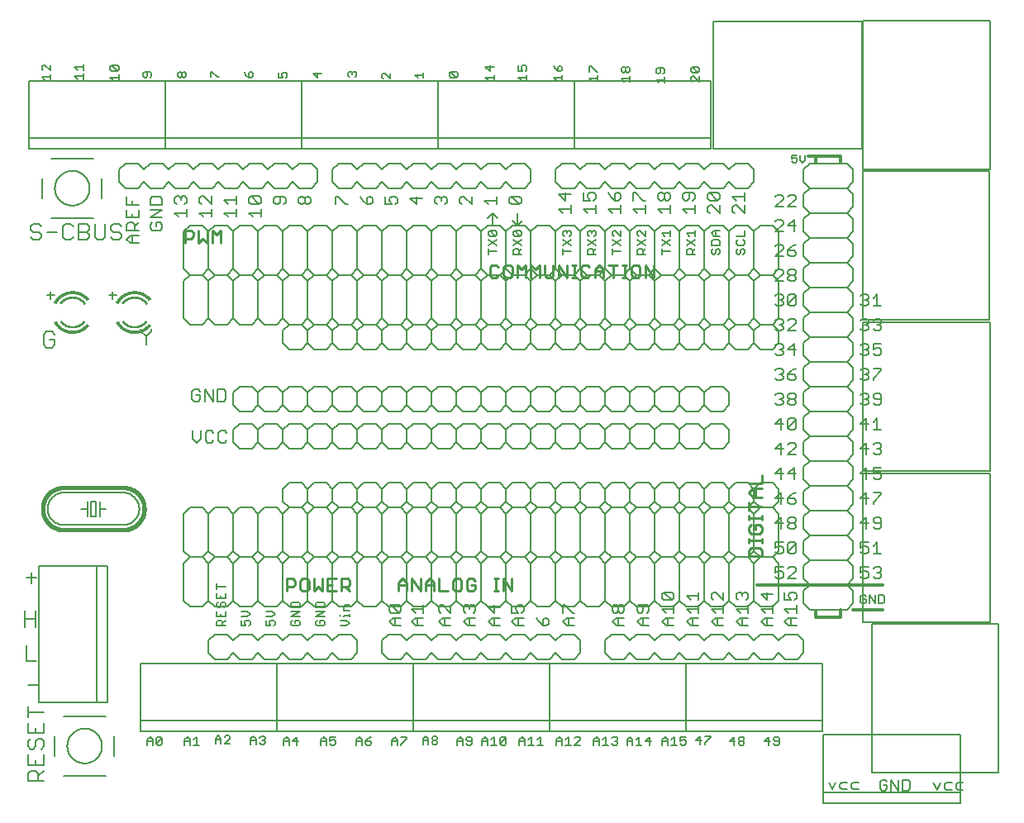
<source format=gto>
G75*
%MOIN*%
%OFA0B0*%
%FSLAX25Y25*%
%IPPOS*%
%LPD*%
%AMOC8*
5,1,8,0,0,1.08239X$1,22.5*
%
%ADD10C,0.00600*%
%ADD11C,0.00800*%
%ADD12C,0.00500*%
%ADD13C,0.00060*%
%ADD14C,0.00100*%
%ADD15C,0.01200*%
%ADD16C,0.00900*%
%ADD17C,0.01600*%
D10*
X0057053Y0009976D02*
X0057053Y0013178D01*
X0058121Y0014246D01*
X0060256Y0014246D01*
X0061323Y0013178D01*
X0061323Y0009976D01*
X0061323Y0012111D02*
X0063459Y0014246D01*
X0063459Y0016421D02*
X0063459Y0020691D01*
X0062391Y0022867D02*
X0063459Y0023934D01*
X0063459Y0026069D01*
X0062391Y0027137D01*
X0061323Y0027137D01*
X0060256Y0026069D01*
X0060256Y0023934D01*
X0059188Y0022867D01*
X0058121Y0022867D01*
X0057053Y0023934D01*
X0057053Y0026069D01*
X0058121Y0027137D01*
X0057053Y0029312D02*
X0063459Y0029312D01*
X0063459Y0033582D01*
X0060256Y0031447D02*
X0060256Y0029312D01*
X0057053Y0029312D02*
X0057053Y0033582D01*
X0057053Y0035758D02*
X0057053Y0040028D01*
X0057053Y0037893D02*
X0063459Y0037893D01*
X0061498Y0048810D02*
X0057228Y0048810D01*
X0056362Y0058429D02*
X0060632Y0058429D01*
X0056362Y0058429D02*
X0056362Y0064834D01*
X0055996Y0072208D02*
X0055996Y0078613D01*
X0055996Y0075411D02*
X0060267Y0075411D01*
X0060267Y0078613D02*
X0060267Y0072208D01*
X0058541Y0089883D02*
X0058541Y0094153D01*
X0056406Y0092018D02*
X0060676Y0092018D01*
X0071541Y0113384D02*
X0095541Y0113384D01*
X0095701Y0113386D01*
X0095860Y0113392D01*
X0096019Y0113402D01*
X0096178Y0113415D01*
X0096337Y0113433D01*
X0096495Y0113454D01*
X0096652Y0113480D01*
X0096809Y0113509D01*
X0096965Y0113542D01*
X0097120Y0113579D01*
X0097275Y0113619D01*
X0097428Y0113664D01*
X0097580Y0113712D01*
X0097731Y0113764D01*
X0097880Y0113820D01*
X0098028Y0113879D01*
X0098175Y0113942D01*
X0098320Y0114008D01*
X0098463Y0114078D01*
X0098605Y0114152D01*
X0098745Y0114228D01*
X0098883Y0114309D01*
X0099018Y0114392D01*
X0099152Y0114479D01*
X0099284Y0114570D01*
X0099413Y0114663D01*
X0099540Y0114760D01*
X0099665Y0114859D01*
X0099787Y0114962D01*
X0099906Y0115068D01*
X0100023Y0115176D01*
X0100137Y0115288D01*
X0100249Y0115402D01*
X0100357Y0115519D01*
X0100463Y0115638D01*
X0100566Y0115760D01*
X0100665Y0115885D01*
X0100762Y0116012D01*
X0100855Y0116141D01*
X0100946Y0116273D01*
X0101033Y0116407D01*
X0101116Y0116542D01*
X0101197Y0116680D01*
X0101273Y0116820D01*
X0101347Y0116962D01*
X0101417Y0117105D01*
X0101483Y0117250D01*
X0101546Y0117397D01*
X0101605Y0117545D01*
X0101661Y0117694D01*
X0101713Y0117845D01*
X0101761Y0117997D01*
X0101806Y0118150D01*
X0101846Y0118305D01*
X0101883Y0118460D01*
X0101916Y0118616D01*
X0101945Y0118773D01*
X0101971Y0118930D01*
X0101992Y0119088D01*
X0102010Y0119247D01*
X0102023Y0119406D01*
X0102033Y0119565D01*
X0102039Y0119724D01*
X0102041Y0119884D01*
X0102039Y0120044D01*
X0102033Y0120203D01*
X0102023Y0120362D01*
X0102010Y0120521D01*
X0101992Y0120680D01*
X0101971Y0120838D01*
X0101945Y0120995D01*
X0101916Y0121152D01*
X0101883Y0121308D01*
X0101846Y0121463D01*
X0101806Y0121618D01*
X0101761Y0121771D01*
X0101713Y0121923D01*
X0101661Y0122074D01*
X0101605Y0122223D01*
X0101546Y0122371D01*
X0101483Y0122518D01*
X0101417Y0122663D01*
X0101347Y0122806D01*
X0101273Y0122948D01*
X0101197Y0123088D01*
X0101116Y0123226D01*
X0101033Y0123361D01*
X0100946Y0123495D01*
X0100855Y0123627D01*
X0100762Y0123756D01*
X0100665Y0123883D01*
X0100566Y0124008D01*
X0100463Y0124130D01*
X0100357Y0124249D01*
X0100249Y0124366D01*
X0100137Y0124480D01*
X0100023Y0124592D01*
X0099906Y0124700D01*
X0099787Y0124806D01*
X0099665Y0124909D01*
X0099540Y0125008D01*
X0099413Y0125105D01*
X0099284Y0125198D01*
X0099152Y0125289D01*
X0099018Y0125376D01*
X0098883Y0125459D01*
X0098745Y0125540D01*
X0098605Y0125616D01*
X0098463Y0125690D01*
X0098320Y0125760D01*
X0098175Y0125826D01*
X0098028Y0125889D01*
X0097880Y0125948D01*
X0097731Y0126004D01*
X0097580Y0126056D01*
X0097428Y0126104D01*
X0097275Y0126149D01*
X0097120Y0126189D01*
X0096965Y0126226D01*
X0096809Y0126259D01*
X0096652Y0126288D01*
X0096495Y0126314D01*
X0096337Y0126335D01*
X0096178Y0126353D01*
X0096019Y0126366D01*
X0095860Y0126376D01*
X0095701Y0126382D01*
X0095541Y0126384D01*
X0071541Y0126384D01*
X0071381Y0126382D01*
X0071222Y0126376D01*
X0071063Y0126366D01*
X0070904Y0126353D01*
X0070745Y0126335D01*
X0070587Y0126314D01*
X0070430Y0126288D01*
X0070273Y0126259D01*
X0070117Y0126226D01*
X0069962Y0126189D01*
X0069807Y0126149D01*
X0069654Y0126104D01*
X0069502Y0126056D01*
X0069351Y0126004D01*
X0069202Y0125948D01*
X0069054Y0125889D01*
X0068907Y0125826D01*
X0068762Y0125760D01*
X0068619Y0125690D01*
X0068477Y0125616D01*
X0068337Y0125540D01*
X0068199Y0125459D01*
X0068064Y0125376D01*
X0067930Y0125289D01*
X0067798Y0125198D01*
X0067669Y0125105D01*
X0067542Y0125008D01*
X0067417Y0124909D01*
X0067295Y0124806D01*
X0067176Y0124700D01*
X0067059Y0124592D01*
X0066945Y0124480D01*
X0066833Y0124366D01*
X0066725Y0124249D01*
X0066619Y0124130D01*
X0066516Y0124008D01*
X0066417Y0123883D01*
X0066320Y0123756D01*
X0066227Y0123627D01*
X0066136Y0123495D01*
X0066049Y0123361D01*
X0065966Y0123226D01*
X0065885Y0123088D01*
X0065809Y0122948D01*
X0065735Y0122806D01*
X0065665Y0122663D01*
X0065599Y0122518D01*
X0065536Y0122371D01*
X0065477Y0122223D01*
X0065421Y0122074D01*
X0065369Y0121923D01*
X0065321Y0121771D01*
X0065276Y0121618D01*
X0065236Y0121463D01*
X0065199Y0121308D01*
X0065166Y0121152D01*
X0065137Y0120995D01*
X0065111Y0120838D01*
X0065090Y0120680D01*
X0065072Y0120521D01*
X0065059Y0120362D01*
X0065049Y0120203D01*
X0065043Y0120044D01*
X0065041Y0119884D01*
X0065043Y0119724D01*
X0065049Y0119565D01*
X0065059Y0119406D01*
X0065072Y0119247D01*
X0065090Y0119088D01*
X0065111Y0118930D01*
X0065137Y0118773D01*
X0065166Y0118616D01*
X0065199Y0118460D01*
X0065236Y0118305D01*
X0065276Y0118150D01*
X0065321Y0117997D01*
X0065369Y0117845D01*
X0065421Y0117694D01*
X0065477Y0117545D01*
X0065536Y0117397D01*
X0065599Y0117250D01*
X0065665Y0117105D01*
X0065735Y0116962D01*
X0065809Y0116820D01*
X0065885Y0116680D01*
X0065966Y0116542D01*
X0066049Y0116407D01*
X0066136Y0116273D01*
X0066227Y0116141D01*
X0066320Y0116012D01*
X0066417Y0115885D01*
X0066516Y0115760D01*
X0066619Y0115638D01*
X0066725Y0115519D01*
X0066833Y0115402D01*
X0066945Y0115288D01*
X0067059Y0115176D01*
X0067176Y0115068D01*
X0067295Y0114962D01*
X0067417Y0114859D01*
X0067542Y0114760D01*
X0067669Y0114663D01*
X0067798Y0114570D01*
X0067930Y0114479D01*
X0068064Y0114392D01*
X0068199Y0114309D01*
X0068337Y0114228D01*
X0068477Y0114152D01*
X0068619Y0114078D01*
X0068762Y0114008D01*
X0068907Y0113942D01*
X0069054Y0113879D01*
X0069202Y0113820D01*
X0069351Y0113764D01*
X0069502Y0113712D01*
X0069654Y0113664D01*
X0069807Y0113619D01*
X0069962Y0113579D01*
X0070117Y0113542D01*
X0070273Y0113509D01*
X0070430Y0113480D01*
X0070587Y0113454D01*
X0070745Y0113433D01*
X0070904Y0113415D01*
X0071063Y0113402D01*
X0071222Y0113392D01*
X0071381Y0113386D01*
X0071541Y0113384D01*
X0078541Y0119884D02*
X0081041Y0119884D01*
X0081041Y0116884D01*
X0082541Y0116884D02*
X0082541Y0122884D01*
X0084541Y0122884D01*
X0084541Y0116884D01*
X0082541Y0116884D01*
X0081041Y0119884D02*
X0081041Y0122884D01*
X0086041Y0122884D02*
X0086041Y0119884D01*
X0088541Y0119884D01*
X0086041Y0119884D02*
X0086041Y0116884D01*
X0120000Y0117827D02*
X0120000Y0102827D01*
X0122500Y0100327D01*
X0127500Y0100327D01*
X0130000Y0102827D01*
X0130000Y0117827D01*
X0132500Y0120327D01*
X0137500Y0120327D01*
X0140000Y0117827D01*
X0140000Y0102827D01*
X0142500Y0100327D01*
X0147500Y0100327D01*
X0150000Y0102827D01*
X0150000Y0117827D01*
X0152500Y0120327D01*
X0157500Y0120327D01*
X0160000Y0117827D01*
X0160000Y0102827D01*
X0162500Y0100327D01*
X0167500Y0100327D01*
X0170000Y0102827D01*
X0170000Y0117827D01*
X0172500Y0120327D01*
X0177500Y0120327D01*
X0180000Y0117827D01*
X0180000Y0102827D01*
X0182500Y0100327D01*
X0187500Y0100327D01*
X0190000Y0102827D01*
X0190000Y0117827D01*
X0192500Y0120327D01*
X0197500Y0120327D01*
X0200000Y0117827D01*
X0200000Y0102827D01*
X0197500Y0100327D01*
X0192500Y0100327D01*
X0190000Y0102827D01*
X0192500Y0100327D02*
X0190000Y0097827D01*
X0190000Y0082827D01*
X0187500Y0080327D01*
X0182500Y0080327D01*
X0180000Y0082827D01*
X0180000Y0097827D01*
X0182500Y0100327D01*
X0187500Y0100327D01*
X0190000Y0097827D01*
X0192500Y0100327D02*
X0197500Y0100327D01*
X0200000Y0097827D01*
X0200000Y0082827D01*
X0197500Y0080327D01*
X0192500Y0080327D01*
X0190000Y0082827D01*
X0186700Y0081005D02*
X0184999Y0081005D01*
X0184431Y0080438D01*
X0184431Y0078737D01*
X0186700Y0078737D01*
X0186700Y0077416D02*
X0186700Y0076281D01*
X0186700Y0076848D02*
X0184431Y0076848D01*
X0184431Y0076281D01*
X0183297Y0076848D02*
X0182730Y0076848D01*
X0183297Y0074867D02*
X0185566Y0074867D01*
X0186700Y0073733D01*
X0185566Y0072598D01*
X0183297Y0072598D01*
X0176700Y0073165D02*
X0176700Y0074300D01*
X0176133Y0074867D01*
X0174999Y0074867D01*
X0174999Y0073733D01*
X0173864Y0074867D02*
X0173297Y0074300D01*
X0173297Y0073165D01*
X0173864Y0072598D01*
X0176133Y0072598D01*
X0176700Y0073165D01*
X0176700Y0076281D02*
X0173297Y0076281D01*
X0176700Y0078550D01*
X0173297Y0078550D01*
X0173297Y0079964D02*
X0173297Y0081666D01*
X0173864Y0082233D01*
X0176133Y0082233D01*
X0176700Y0081666D01*
X0176700Y0079964D01*
X0173297Y0079964D01*
X0172500Y0080327D02*
X0177500Y0080327D01*
X0180000Y0082827D01*
X0172500Y0080327D02*
X0170000Y0082827D01*
X0170000Y0097827D01*
X0172500Y0100327D01*
X0177500Y0100327D01*
X0180000Y0102827D01*
X0177500Y0100327D02*
X0180000Y0097827D01*
X0177500Y0100327D02*
X0172500Y0100327D01*
X0170000Y0102827D01*
X0167500Y0100327D02*
X0170000Y0097827D01*
X0167500Y0100327D02*
X0162500Y0100327D01*
X0160000Y0097827D01*
X0160000Y0082827D01*
X0162500Y0080327D01*
X0167500Y0080327D01*
X0170000Y0082827D01*
X0166700Y0081666D02*
X0166700Y0079964D01*
X0163297Y0079964D01*
X0163297Y0081666D01*
X0163864Y0082233D01*
X0166133Y0082233D01*
X0166700Y0081666D01*
X0166700Y0078550D02*
X0163297Y0078550D01*
X0163297Y0076281D02*
X0166700Y0078550D01*
X0166700Y0076281D02*
X0163297Y0076281D01*
X0163864Y0074867D02*
X0163297Y0074300D01*
X0163297Y0073165D01*
X0163864Y0072598D01*
X0166133Y0072598D01*
X0166700Y0073165D01*
X0166700Y0074300D01*
X0166133Y0074867D01*
X0164999Y0074867D01*
X0164999Y0073733D01*
X0156700Y0074300D02*
X0156700Y0073165D01*
X0156133Y0072598D01*
X0154999Y0072598D02*
X0154431Y0073733D01*
X0154431Y0074300D01*
X0154999Y0074867D01*
X0156133Y0074867D01*
X0156700Y0074300D01*
X0155566Y0076281D02*
X0156700Y0077416D01*
X0155566Y0078550D01*
X0153297Y0078550D01*
X0152500Y0080327D02*
X0157500Y0080327D01*
X0160000Y0082827D01*
X0152500Y0080327D02*
X0150000Y0082827D01*
X0150000Y0097827D01*
X0152500Y0100327D01*
X0157500Y0100327D01*
X0160000Y0102827D01*
X0157500Y0100327D02*
X0160000Y0097827D01*
X0157500Y0100327D02*
X0152500Y0100327D01*
X0150000Y0102827D01*
X0147500Y0100327D02*
X0150000Y0097827D01*
X0147500Y0100327D02*
X0142500Y0100327D01*
X0140000Y0097827D01*
X0140000Y0082827D01*
X0142500Y0080327D01*
X0147500Y0080327D01*
X0150000Y0082827D01*
X0145566Y0078550D02*
X0143297Y0078550D01*
X0143297Y0076281D02*
X0145566Y0076281D01*
X0146700Y0077416D01*
X0145566Y0078550D01*
X0146133Y0074867D02*
X0146700Y0074300D01*
X0146700Y0073165D01*
X0146133Y0072598D01*
X0144999Y0072598D02*
X0144431Y0073733D01*
X0144431Y0074300D01*
X0144999Y0074867D01*
X0146133Y0074867D01*
X0144999Y0072598D02*
X0143297Y0072598D01*
X0143297Y0074867D01*
X0136700Y0074867D02*
X0135566Y0073733D01*
X0135566Y0074300D02*
X0135566Y0072598D01*
X0136700Y0072598D02*
X0133297Y0072598D01*
X0133297Y0074300D01*
X0133864Y0074867D01*
X0134999Y0074867D01*
X0135566Y0074300D01*
X0134999Y0076281D02*
X0134999Y0077416D01*
X0136700Y0076281D02*
X0136700Y0078550D01*
X0136133Y0079964D02*
X0136700Y0080532D01*
X0136700Y0081666D01*
X0136133Y0082233D01*
X0135566Y0082233D01*
X0134999Y0081666D01*
X0134999Y0080532D01*
X0134431Y0079964D01*
X0133864Y0079964D01*
X0133297Y0080532D01*
X0133297Y0081666D01*
X0133864Y0082233D01*
X0133297Y0083648D02*
X0136700Y0083648D01*
X0136700Y0085916D01*
X0134999Y0084782D02*
X0134999Y0083648D01*
X0133297Y0083648D02*
X0133297Y0085916D01*
X0133297Y0087331D02*
X0133297Y0089599D01*
X0133297Y0088465D02*
X0136700Y0088465D01*
X0140000Y0082827D02*
X0137500Y0080327D01*
X0132500Y0080327D01*
X0130000Y0082827D01*
X0130000Y0097827D01*
X0132500Y0100327D01*
X0137500Y0100327D01*
X0140000Y0102827D01*
X0137500Y0100327D02*
X0140000Y0097827D01*
X0137500Y0100327D02*
X0132500Y0100327D01*
X0130000Y0102827D01*
X0127500Y0100327D02*
X0130000Y0097827D01*
X0127500Y0100327D02*
X0122500Y0100327D01*
X0120000Y0097827D01*
X0120000Y0082827D01*
X0122500Y0080327D01*
X0127500Y0080327D01*
X0130000Y0082827D01*
X0133297Y0078550D02*
X0133297Y0076281D01*
X0136700Y0076281D01*
X0153297Y0076281D02*
X0155566Y0076281D01*
X0153297Y0074867D02*
X0153297Y0072598D01*
X0154999Y0072598D01*
X0200000Y0082827D02*
X0202500Y0080327D01*
X0207500Y0080327D01*
X0210000Y0082827D01*
X0210000Y0097827D01*
X0212500Y0100327D01*
X0210000Y0102827D01*
X0210000Y0117827D01*
X0212500Y0120327D01*
X0217500Y0120327D01*
X0220000Y0117827D01*
X0220000Y0102827D01*
X0217500Y0100327D01*
X0212500Y0100327D01*
X0217500Y0100327D01*
X0220000Y0097827D01*
X0220000Y0082827D01*
X0217500Y0080327D01*
X0212500Y0080327D01*
X0210000Y0082827D01*
X0220000Y0082827D02*
X0222500Y0080327D01*
X0227500Y0080327D01*
X0230000Y0082827D01*
X0230000Y0097827D01*
X0232500Y0100327D01*
X0230000Y0102827D01*
X0230000Y0117827D01*
X0232500Y0120327D01*
X0237500Y0120327D01*
X0240000Y0117827D01*
X0240000Y0102827D01*
X0237500Y0100327D01*
X0232500Y0100327D01*
X0237500Y0100327D01*
X0240000Y0097827D01*
X0240000Y0082827D01*
X0237500Y0080327D01*
X0232500Y0080327D01*
X0230000Y0082827D01*
X0240000Y0082827D02*
X0242500Y0080327D01*
X0247500Y0080327D01*
X0250000Y0082827D01*
X0250000Y0097827D01*
X0252500Y0100327D01*
X0250000Y0102827D01*
X0250000Y0117827D01*
X0252500Y0120327D01*
X0257500Y0120327D01*
X0260000Y0117827D01*
X0260000Y0102827D01*
X0257500Y0100327D01*
X0252500Y0100327D01*
X0257500Y0100327D01*
X0260000Y0097827D01*
X0260000Y0082827D01*
X0257500Y0080327D01*
X0252500Y0080327D01*
X0250000Y0082827D01*
X0260000Y0082827D02*
X0262500Y0080327D01*
X0267500Y0080327D01*
X0270000Y0082827D01*
X0270000Y0097827D01*
X0272500Y0100327D01*
X0270000Y0102827D01*
X0270000Y0117827D01*
X0272500Y0120327D01*
X0277500Y0120327D01*
X0280000Y0117827D01*
X0280000Y0102827D01*
X0277500Y0100327D01*
X0272500Y0100327D01*
X0277500Y0100327D01*
X0280000Y0097827D01*
X0280000Y0082827D01*
X0277500Y0080327D01*
X0272500Y0080327D01*
X0270000Y0082827D01*
X0280000Y0082827D02*
X0282500Y0080327D01*
X0287500Y0080327D01*
X0290000Y0082827D01*
X0290000Y0097827D01*
X0292500Y0100327D01*
X0290000Y0102827D01*
X0290000Y0117827D01*
X0292500Y0120327D01*
X0297500Y0120327D01*
X0300000Y0117827D01*
X0300000Y0102827D01*
X0297500Y0100327D01*
X0292500Y0100327D01*
X0297500Y0100327D01*
X0300000Y0097827D01*
X0300000Y0082827D01*
X0297500Y0080327D01*
X0292500Y0080327D01*
X0290000Y0082827D01*
X0300000Y0082827D02*
X0302500Y0080327D01*
X0307500Y0080327D01*
X0310000Y0082827D01*
X0312500Y0080327D01*
X0317500Y0080327D01*
X0320000Y0082827D01*
X0322500Y0080327D01*
X0327500Y0080327D01*
X0330000Y0082827D01*
X0332500Y0080327D01*
X0337500Y0080327D01*
X0340000Y0082827D01*
X0342500Y0080327D01*
X0347500Y0080327D01*
X0350000Y0082827D01*
X0352500Y0080327D01*
X0357500Y0080327D01*
X0360000Y0082827D01*
X0360000Y0097827D01*
X0357500Y0100327D01*
X0352500Y0100327D01*
X0350000Y0102827D01*
X0350000Y0117827D01*
X0352500Y0120327D01*
X0357500Y0120327D01*
X0360000Y0117827D01*
X0360000Y0102827D01*
X0357500Y0100327D01*
X0352500Y0100327D01*
X0350000Y0097827D01*
X0350000Y0082827D01*
X0340000Y0082827D02*
X0340000Y0097827D01*
X0342500Y0100327D01*
X0340000Y0102827D01*
X0340000Y0117827D01*
X0342500Y0120327D01*
X0347500Y0120327D01*
X0350000Y0117827D01*
X0347500Y0120327D02*
X0342500Y0120327D01*
X0340000Y0122827D01*
X0337500Y0120327D01*
X0340000Y0117827D01*
X0337500Y0120327D02*
X0332500Y0120327D01*
X0330000Y0117827D01*
X0330000Y0102827D01*
X0332500Y0100327D01*
X0337500Y0100327D01*
X0340000Y0102827D01*
X0337500Y0100327D02*
X0332500Y0100327D01*
X0330000Y0097827D01*
X0330000Y0082827D01*
X0320000Y0082827D02*
X0320000Y0097827D01*
X0322500Y0100327D01*
X0320000Y0102827D01*
X0320000Y0117827D01*
X0322500Y0120327D01*
X0327500Y0120327D01*
X0330000Y0117827D01*
X0327500Y0120327D02*
X0322500Y0120327D01*
X0320000Y0122827D01*
X0317500Y0120327D01*
X0320000Y0117827D01*
X0317500Y0120327D02*
X0312500Y0120327D01*
X0310000Y0117827D01*
X0310000Y0102827D01*
X0312500Y0100327D01*
X0317500Y0100327D01*
X0320000Y0102827D01*
X0317500Y0100327D02*
X0312500Y0100327D01*
X0310000Y0097827D01*
X0310000Y0082827D01*
X0310000Y0097827D02*
X0307500Y0100327D01*
X0302500Y0100327D01*
X0300000Y0102827D01*
X0302500Y0100327D02*
X0307500Y0100327D01*
X0310000Y0102827D01*
X0302500Y0100327D02*
X0300000Y0097827D01*
X0290000Y0097827D02*
X0287500Y0100327D01*
X0282500Y0100327D01*
X0280000Y0102827D01*
X0282500Y0100327D02*
X0287500Y0100327D01*
X0290000Y0102827D01*
X0282500Y0100327D02*
X0280000Y0097827D01*
X0270000Y0097827D02*
X0267500Y0100327D01*
X0262500Y0100327D01*
X0260000Y0102827D01*
X0262500Y0100327D02*
X0267500Y0100327D01*
X0270000Y0102827D01*
X0262500Y0100327D02*
X0260000Y0097827D01*
X0250000Y0097827D02*
X0247500Y0100327D01*
X0242500Y0100327D01*
X0240000Y0102827D01*
X0242500Y0100327D02*
X0240000Y0097827D01*
X0242500Y0100327D02*
X0247500Y0100327D01*
X0250000Y0102827D01*
X0250000Y0117827D02*
X0247500Y0120327D01*
X0242500Y0120327D01*
X0240000Y0117827D01*
X0237500Y0120327D02*
X0232500Y0120327D01*
X0230000Y0122827D01*
X0227500Y0120327D01*
X0230000Y0117827D01*
X0227500Y0120327D02*
X0222500Y0120327D01*
X0220000Y0117827D01*
X0217500Y0120327D02*
X0212500Y0120327D01*
X0210000Y0122827D01*
X0207500Y0120327D01*
X0210000Y0117827D01*
X0207500Y0120327D02*
X0202500Y0120327D01*
X0200000Y0117827D01*
X0197500Y0120327D02*
X0192500Y0120327D01*
X0190000Y0122827D01*
X0187500Y0120327D01*
X0190000Y0117827D01*
X0187500Y0120327D02*
X0182500Y0120327D01*
X0180000Y0117827D01*
X0177500Y0120327D02*
X0172500Y0120327D01*
X0170000Y0122827D01*
X0167500Y0120327D01*
X0170000Y0117827D01*
X0167500Y0120327D02*
X0162500Y0120327D01*
X0160000Y0117827D01*
X0162500Y0120327D02*
X0167500Y0120327D01*
X0170000Y0122827D02*
X0170000Y0127827D01*
X0172500Y0130327D01*
X0177500Y0130327D01*
X0180000Y0127827D01*
X0180000Y0122827D01*
X0177500Y0120327D01*
X0180000Y0122827D02*
X0182500Y0120327D01*
X0187500Y0120327D01*
X0190000Y0122827D02*
X0190000Y0127827D01*
X0192500Y0130327D01*
X0197500Y0130327D01*
X0200000Y0127827D01*
X0202500Y0130327D01*
X0207500Y0130327D01*
X0210000Y0127827D01*
X0210000Y0122827D01*
X0207500Y0120327D02*
X0202500Y0120327D01*
X0200000Y0122827D01*
X0197500Y0120327D01*
X0200000Y0122827D02*
X0200000Y0127827D01*
X0190000Y0127827D02*
X0187500Y0130327D01*
X0182500Y0130327D01*
X0180000Y0127827D01*
X0170000Y0127827D02*
X0167500Y0130327D01*
X0162500Y0130327D01*
X0160000Y0127827D01*
X0160000Y0122827D01*
X0162500Y0120327D01*
X0150000Y0117827D02*
X0147500Y0120327D01*
X0142500Y0120327D01*
X0140000Y0117827D01*
X0130000Y0117827D02*
X0127500Y0120327D01*
X0122500Y0120327D01*
X0120000Y0117827D01*
X0142500Y0144198D02*
X0147500Y0144198D01*
X0150000Y0146698D01*
X0152500Y0144198D01*
X0157500Y0144198D01*
X0160000Y0146698D01*
X0160000Y0151698D01*
X0157500Y0154198D01*
X0152500Y0154198D01*
X0150000Y0151698D01*
X0150000Y0146698D01*
X0150000Y0151698D02*
X0147500Y0154198D01*
X0142500Y0154198D01*
X0140000Y0151698D01*
X0140000Y0146698D01*
X0142500Y0144198D01*
X0142500Y0159198D02*
X0147500Y0159198D01*
X0150000Y0161698D01*
X0152500Y0159198D01*
X0157500Y0159198D01*
X0160000Y0161698D01*
X0160000Y0166698D01*
X0157500Y0169198D01*
X0152500Y0169198D01*
X0150000Y0166698D01*
X0150000Y0161698D01*
X0150000Y0166698D02*
X0147500Y0169198D01*
X0142500Y0169198D01*
X0140000Y0166698D01*
X0140000Y0161698D01*
X0142500Y0159198D01*
X0160000Y0161698D02*
X0162500Y0159198D01*
X0167500Y0159198D01*
X0170000Y0161698D01*
X0172500Y0159198D01*
X0177500Y0159198D01*
X0180000Y0161698D01*
X0182500Y0159198D01*
X0187500Y0159198D01*
X0190000Y0161698D01*
X0190000Y0166698D01*
X0187500Y0169198D01*
X0182500Y0169198D01*
X0180000Y0166698D01*
X0180000Y0161698D01*
X0180000Y0166698D02*
X0177500Y0169198D01*
X0172500Y0169198D01*
X0170000Y0166698D01*
X0170000Y0161698D01*
X0170000Y0166698D02*
X0167500Y0169198D01*
X0162500Y0169198D01*
X0160000Y0166698D01*
X0162500Y0154198D02*
X0167500Y0154198D01*
X0170000Y0151698D01*
X0172500Y0154198D01*
X0177500Y0154198D01*
X0180000Y0151698D01*
X0182500Y0154198D01*
X0187500Y0154198D01*
X0190000Y0151698D01*
X0190000Y0146698D01*
X0187500Y0144198D01*
X0182500Y0144198D01*
X0180000Y0146698D01*
X0177500Y0144198D01*
X0172500Y0144198D01*
X0170000Y0146698D01*
X0167500Y0144198D01*
X0162500Y0144198D01*
X0160000Y0146698D01*
X0160000Y0151698D02*
X0162500Y0154198D01*
X0170000Y0151698D02*
X0170000Y0146698D01*
X0180000Y0146698D02*
X0180000Y0151698D01*
X0190000Y0151698D02*
X0192500Y0154198D01*
X0197500Y0154198D01*
X0200000Y0151698D01*
X0202500Y0154198D01*
X0207500Y0154198D01*
X0210000Y0151698D01*
X0212500Y0154198D01*
X0217500Y0154198D01*
X0220000Y0151698D01*
X0220000Y0146698D01*
X0217500Y0144198D01*
X0212500Y0144198D01*
X0210000Y0146698D01*
X0207500Y0144198D01*
X0202500Y0144198D01*
X0200000Y0146698D01*
X0197500Y0144198D01*
X0192500Y0144198D01*
X0190000Y0146698D01*
X0200000Y0146698D02*
X0200000Y0151698D01*
X0197500Y0159198D02*
X0192500Y0159198D01*
X0190000Y0161698D01*
X0190000Y0166698D02*
X0192500Y0169198D01*
X0197500Y0169198D01*
X0200000Y0166698D01*
X0202500Y0169198D01*
X0207500Y0169198D01*
X0210000Y0166698D01*
X0212500Y0169198D01*
X0217500Y0169198D01*
X0220000Y0166698D01*
X0220000Y0161698D01*
X0217500Y0159198D01*
X0212500Y0159198D01*
X0210000Y0161698D01*
X0207500Y0159198D01*
X0202500Y0159198D01*
X0200000Y0161698D01*
X0197500Y0159198D01*
X0200000Y0161698D02*
X0200000Y0166698D01*
X0210000Y0166698D02*
X0210000Y0161698D01*
X0220000Y0161698D02*
X0222500Y0159198D01*
X0227500Y0159198D01*
X0230000Y0161698D01*
X0232500Y0159198D01*
X0237500Y0159198D01*
X0240000Y0161698D01*
X0242500Y0159198D01*
X0247500Y0159198D01*
X0250000Y0161698D01*
X0250000Y0166698D01*
X0247500Y0169198D01*
X0242500Y0169198D01*
X0240000Y0166698D01*
X0240000Y0161698D01*
X0240000Y0166698D02*
X0237500Y0169198D01*
X0232500Y0169198D01*
X0230000Y0166698D01*
X0230000Y0161698D01*
X0230000Y0166698D02*
X0227500Y0169198D01*
X0222500Y0169198D01*
X0220000Y0166698D01*
X0222500Y0154198D02*
X0227500Y0154198D01*
X0230000Y0151698D01*
X0232500Y0154198D01*
X0237500Y0154198D01*
X0240000Y0151698D01*
X0242500Y0154198D01*
X0247500Y0154198D01*
X0250000Y0151698D01*
X0250000Y0146698D01*
X0247500Y0144198D01*
X0242500Y0144198D01*
X0240000Y0146698D01*
X0237500Y0144198D01*
X0232500Y0144198D01*
X0230000Y0146698D01*
X0227500Y0144198D01*
X0222500Y0144198D01*
X0220000Y0146698D01*
X0220000Y0151698D02*
X0222500Y0154198D01*
X0230000Y0151698D02*
X0230000Y0146698D01*
X0240000Y0146698D02*
X0240000Y0151698D01*
X0250000Y0151698D02*
X0252500Y0154198D01*
X0257500Y0154198D01*
X0260000Y0151698D01*
X0262500Y0154198D01*
X0267500Y0154198D01*
X0270000Y0151698D01*
X0272500Y0154198D01*
X0277500Y0154198D01*
X0280000Y0151698D01*
X0280000Y0146698D01*
X0277500Y0144198D01*
X0272500Y0144198D01*
X0270000Y0146698D01*
X0267500Y0144198D01*
X0262500Y0144198D01*
X0260000Y0146698D01*
X0257500Y0144198D01*
X0252500Y0144198D01*
X0250000Y0146698D01*
X0260000Y0146698D02*
X0260000Y0151698D01*
X0257500Y0159198D02*
X0252500Y0159198D01*
X0250000Y0161698D01*
X0250000Y0166698D02*
X0252500Y0169198D01*
X0257500Y0169198D01*
X0260000Y0166698D01*
X0262500Y0169198D01*
X0267500Y0169198D01*
X0270000Y0166698D01*
X0272500Y0169198D01*
X0277500Y0169198D01*
X0280000Y0166698D01*
X0280000Y0161698D01*
X0277500Y0159198D01*
X0272500Y0159198D01*
X0270000Y0161698D01*
X0267500Y0159198D01*
X0262500Y0159198D01*
X0260000Y0161698D01*
X0257500Y0159198D01*
X0260000Y0161698D02*
X0260000Y0166698D01*
X0270000Y0166698D02*
X0270000Y0161698D01*
X0280000Y0161698D02*
X0282500Y0159198D01*
X0287500Y0159198D01*
X0290000Y0161698D01*
X0292500Y0159198D01*
X0297500Y0159198D01*
X0300000Y0161698D01*
X0302500Y0159198D01*
X0307500Y0159198D01*
X0310000Y0161698D01*
X0310000Y0166698D01*
X0307500Y0169198D01*
X0302500Y0169198D01*
X0300000Y0166698D01*
X0300000Y0161698D01*
X0300000Y0166698D02*
X0297500Y0169198D01*
X0292500Y0169198D01*
X0290000Y0166698D01*
X0290000Y0161698D01*
X0290000Y0166698D02*
X0287500Y0169198D01*
X0282500Y0169198D01*
X0280000Y0166698D01*
X0282500Y0154198D02*
X0287500Y0154198D01*
X0290000Y0151698D01*
X0292500Y0154198D01*
X0297500Y0154198D01*
X0300000Y0151698D01*
X0302500Y0154198D01*
X0307500Y0154198D01*
X0310000Y0151698D01*
X0310000Y0146698D01*
X0307500Y0144198D01*
X0302500Y0144198D01*
X0300000Y0146698D01*
X0297500Y0144198D01*
X0292500Y0144198D01*
X0290000Y0146698D01*
X0287500Y0144198D01*
X0282500Y0144198D01*
X0280000Y0146698D01*
X0280000Y0151698D02*
X0282500Y0154198D01*
X0290000Y0151698D02*
X0290000Y0146698D01*
X0300000Y0146698D02*
X0300000Y0151698D01*
X0310000Y0151698D02*
X0312500Y0154198D01*
X0317500Y0154198D01*
X0320000Y0151698D01*
X0322500Y0154198D01*
X0327500Y0154198D01*
X0330000Y0151698D01*
X0332500Y0154198D01*
X0337500Y0154198D01*
X0340000Y0151698D01*
X0340000Y0146698D01*
X0337500Y0144198D01*
X0332500Y0144198D01*
X0330000Y0146698D01*
X0327500Y0144198D01*
X0322500Y0144198D01*
X0320000Y0146698D01*
X0317500Y0144198D01*
X0312500Y0144198D01*
X0310000Y0146698D01*
X0320000Y0146698D02*
X0320000Y0151698D01*
X0317500Y0159198D02*
X0312500Y0159198D01*
X0310000Y0161698D01*
X0310000Y0166698D02*
X0312500Y0169198D01*
X0317500Y0169198D01*
X0320000Y0166698D01*
X0322500Y0169198D01*
X0327500Y0169198D01*
X0330000Y0166698D01*
X0332500Y0169198D01*
X0337500Y0169198D01*
X0340000Y0166698D01*
X0340000Y0161698D01*
X0337500Y0159198D01*
X0332500Y0159198D01*
X0330000Y0161698D01*
X0327500Y0159198D01*
X0322500Y0159198D01*
X0320000Y0161698D01*
X0317500Y0159198D01*
X0320000Y0161698D02*
X0320000Y0166698D01*
X0330000Y0166698D02*
X0330000Y0161698D01*
X0330000Y0151698D02*
X0330000Y0146698D01*
X0327500Y0130327D02*
X0322500Y0130327D01*
X0320000Y0127827D01*
X0320000Y0122827D01*
X0317500Y0120327D02*
X0312500Y0120327D01*
X0310000Y0122827D01*
X0307500Y0120327D01*
X0310000Y0117827D01*
X0307500Y0120327D02*
X0302500Y0120327D01*
X0300000Y0117827D01*
X0297500Y0120327D02*
X0292500Y0120327D01*
X0290000Y0122827D01*
X0287500Y0120327D01*
X0290000Y0117827D01*
X0287500Y0120327D02*
X0282500Y0120327D01*
X0280000Y0117827D01*
X0277500Y0120327D02*
X0272500Y0120327D01*
X0270000Y0122827D01*
X0267500Y0120327D01*
X0270000Y0117827D01*
X0267500Y0120327D02*
X0262500Y0120327D01*
X0260000Y0117827D01*
X0257500Y0120327D02*
X0252500Y0120327D01*
X0250000Y0122827D01*
X0247500Y0120327D01*
X0242500Y0120327D01*
X0240000Y0122827D01*
X0237500Y0120327D01*
X0240000Y0122827D02*
X0240000Y0127827D01*
X0237500Y0130327D01*
X0232500Y0130327D01*
X0230000Y0127827D01*
X0230000Y0122827D01*
X0227500Y0120327D02*
X0222500Y0120327D01*
X0220000Y0122827D01*
X0217500Y0120327D01*
X0220000Y0122827D02*
X0220000Y0127827D01*
X0222500Y0130327D01*
X0227500Y0130327D01*
X0230000Y0127827D01*
X0220000Y0127827D02*
X0217500Y0130327D01*
X0212500Y0130327D01*
X0210000Y0127827D01*
X0210000Y0146698D02*
X0210000Y0151698D01*
X0240000Y0127827D02*
X0242500Y0130327D01*
X0247500Y0130327D01*
X0250000Y0127827D01*
X0252500Y0130327D01*
X0257500Y0130327D01*
X0260000Y0127827D01*
X0262500Y0130327D01*
X0267500Y0130327D01*
X0270000Y0127827D01*
X0270000Y0122827D01*
X0267500Y0120327D02*
X0262500Y0120327D01*
X0260000Y0122827D01*
X0257500Y0120327D01*
X0260000Y0122827D02*
X0260000Y0127827D01*
X0250000Y0127827D02*
X0250000Y0122827D01*
X0270000Y0127827D02*
X0272500Y0130327D01*
X0277500Y0130327D01*
X0280000Y0127827D01*
X0282500Y0130327D01*
X0287500Y0130327D01*
X0290000Y0127827D01*
X0292500Y0130327D01*
X0297500Y0130327D01*
X0300000Y0127827D01*
X0300000Y0122827D01*
X0297500Y0120327D01*
X0300000Y0122827D02*
X0302500Y0120327D01*
X0307500Y0120327D01*
X0310000Y0122827D02*
X0310000Y0127827D01*
X0312500Y0130327D01*
X0317500Y0130327D01*
X0320000Y0127827D01*
X0327500Y0130327D02*
X0330000Y0127827D01*
X0330000Y0122827D01*
X0327500Y0120327D01*
X0330000Y0122827D02*
X0332500Y0120327D01*
X0337500Y0120327D01*
X0340000Y0122827D02*
X0340000Y0127827D01*
X0342500Y0130327D01*
X0347500Y0130327D01*
X0350000Y0127827D01*
X0352500Y0130327D01*
X0357500Y0130327D01*
X0360000Y0127827D01*
X0360000Y0122827D01*
X0357500Y0120327D01*
X0352500Y0120327D01*
X0350000Y0122827D01*
X0347500Y0120327D01*
X0350000Y0122827D02*
X0350000Y0127827D01*
X0340000Y0127827D02*
X0337500Y0130327D01*
X0332500Y0130327D01*
X0330000Y0127827D01*
X0310000Y0127827D02*
X0307500Y0130327D01*
X0302500Y0130327D01*
X0300000Y0127827D01*
X0290000Y0127827D02*
X0290000Y0122827D01*
X0287500Y0120327D02*
X0282500Y0120327D01*
X0280000Y0122827D01*
X0277500Y0120327D01*
X0280000Y0122827D02*
X0280000Y0127827D01*
X0270000Y0146698D02*
X0270000Y0151698D01*
X0267500Y0184198D02*
X0262500Y0184198D01*
X0260000Y0186698D01*
X0257500Y0184198D01*
X0252500Y0184198D01*
X0250000Y0186698D01*
X0247500Y0184198D01*
X0242500Y0184198D01*
X0240000Y0186698D01*
X0237500Y0184198D01*
X0232500Y0184198D01*
X0230000Y0186698D01*
X0227500Y0184198D01*
X0222500Y0184198D01*
X0220000Y0186698D01*
X0217500Y0184198D01*
X0212500Y0184198D01*
X0210000Y0186698D01*
X0207500Y0184198D01*
X0202500Y0184198D01*
X0200000Y0186698D01*
X0197500Y0184198D01*
X0192500Y0184198D01*
X0190000Y0186698D01*
X0187500Y0184198D01*
X0182500Y0184198D01*
X0180000Y0186698D01*
X0177500Y0184198D01*
X0172500Y0184198D01*
X0170000Y0186698D01*
X0167500Y0184198D01*
X0162500Y0184198D01*
X0160000Y0186698D01*
X0160000Y0191698D01*
X0162500Y0194198D01*
X0167500Y0194198D01*
X0170000Y0191698D01*
X0172500Y0194198D01*
X0177500Y0194198D01*
X0180000Y0191698D01*
X0180000Y0186698D01*
X0180000Y0191698D02*
X0182500Y0194198D01*
X0187500Y0194198D01*
X0190000Y0191698D01*
X0192500Y0194198D01*
X0197500Y0194198D01*
X0200000Y0191698D01*
X0202500Y0194198D01*
X0207500Y0194198D01*
X0210000Y0191698D01*
X0210000Y0186698D01*
X0210000Y0191698D02*
X0212500Y0194198D01*
X0217500Y0194198D01*
X0220000Y0191698D01*
X0222500Y0194198D01*
X0227500Y0194198D01*
X0230000Y0191698D01*
X0232500Y0194198D01*
X0237500Y0194198D01*
X0240000Y0191698D01*
X0240000Y0186698D01*
X0240000Y0191698D02*
X0242500Y0194198D01*
X0247500Y0194198D01*
X0250000Y0191698D01*
X0252500Y0194198D01*
X0257500Y0194198D01*
X0260000Y0191698D01*
X0262500Y0194198D01*
X0267500Y0194198D01*
X0270000Y0191698D01*
X0270000Y0186698D01*
X0267500Y0184198D01*
X0270000Y0186698D02*
X0272500Y0184198D01*
X0277500Y0184198D01*
X0280000Y0186698D01*
X0282500Y0184198D01*
X0287500Y0184198D01*
X0290000Y0186698D01*
X0292500Y0184198D01*
X0297500Y0184198D01*
X0300000Y0186698D01*
X0300000Y0191698D01*
X0297500Y0194198D01*
X0292500Y0194198D01*
X0290000Y0191698D01*
X0290000Y0186698D01*
X0290000Y0191698D02*
X0287500Y0194198D01*
X0282500Y0194198D01*
X0280000Y0191698D01*
X0280000Y0186698D01*
X0280000Y0191698D02*
X0277500Y0194198D01*
X0272500Y0194198D01*
X0270000Y0191698D01*
X0272500Y0194198D02*
X0270000Y0196698D01*
X0270000Y0211698D01*
X0272500Y0214198D01*
X0277500Y0214198D01*
X0280000Y0211698D01*
X0280000Y0196698D01*
X0277500Y0194198D01*
X0272500Y0194198D01*
X0270000Y0196698D02*
X0267500Y0194198D01*
X0262500Y0194198D01*
X0260000Y0196698D01*
X0260000Y0211698D01*
X0262500Y0214198D01*
X0267500Y0214198D01*
X0270000Y0211698D01*
X0267500Y0214198D02*
X0262500Y0214198D01*
X0260000Y0216698D01*
X0260000Y0231698D01*
X0262500Y0234198D01*
X0267500Y0234198D01*
X0270000Y0231698D01*
X0270000Y0216698D01*
X0267500Y0214198D01*
X0270000Y0216698D02*
X0272500Y0214198D01*
X0277500Y0214198D01*
X0280000Y0216698D01*
X0280000Y0231698D01*
X0282500Y0234198D01*
X0287500Y0234198D01*
X0290000Y0231698D01*
X0290000Y0216698D01*
X0287500Y0214198D01*
X0290000Y0211698D01*
X0290000Y0196698D01*
X0287500Y0194198D01*
X0282500Y0194198D01*
X0280000Y0196698D01*
X0290000Y0196698D02*
X0292500Y0194198D01*
X0297500Y0194198D01*
X0300000Y0196698D01*
X0300000Y0211698D01*
X0302500Y0214198D01*
X0307500Y0214198D01*
X0310000Y0211698D01*
X0312500Y0214198D01*
X0317500Y0214198D01*
X0320000Y0211698D01*
X0322500Y0214198D01*
X0327500Y0214198D01*
X0330000Y0211698D01*
X0332500Y0214198D01*
X0337500Y0214198D01*
X0340000Y0211698D01*
X0342500Y0214198D01*
X0347500Y0214198D01*
X0350000Y0211698D01*
X0352500Y0214198D01*
X0357500Y0214198D01*
X0360000Y0211698D01*
X0360000Y0196698D01*
X0357500Y0194198D01*
X0360000Y0191698D01*
X0360000Y0186698D01*
X0357500Y0184198D01*
X0352500Y0184198D01*
X0350000Y0186698D01*
X0347500Y0184198D01*
X0342500Y0184198D01*
X0340000Y0186698D01*
X0337500Y0184198D01*
X0332500Y0184198D01*
X0330000Y0186698D01*
X0327500Y0184198D01*
X0322500Y0184198D01*
X0320000Y0186698D01*
X0317500Y0184198D01*
X0312500Y0184198D01*
X0310000Y0186698D01*
X0307500Y0184198D01*
X0302500Y0184198D01*
X0300000Y0186698D01*
X0300000Y0191698D02*
X0302500Y0194198D01*
X0307500Y0194198D01*
X0310000Y0191698D01*
X0312500Y0194198D01*
X0317500Y0194198D01*
X0320000Y0191698D01*
X0322500Y0194198D01*
X0327500Y0194198D01*
X0330000Y0191698D01*
X0330000Y0186698D01*
X0330000Y0191698D02*
X0332500Y0194198D01*
X0337500Y0194198D01*
X0340000Y0191698D01*
X0342500Y0194198D01*
X0347500Y0194198D01*
X0350000Y0191698D01*
X0352500Y0194198D01*
X0357500Y0194198D01*
X0352500Y0194198D01*
X0350000Y0196698D01*
X0350000Y0211698D01*
X0347500Y0214198D02*
X0342500Y0214198D01*
X0340000Y0216698D01*
X0340000Y0231698D01*
X0342500Y0234198D01*
X0347500Y0234198D01*
X0350000Y0231698D01*
X0352500Y0234198D01*
X0357500Y0234198D01*
X0360000Y0231698D01*
X0360000Y0216698D01*
X0357500Y0214198D01*
X0352500Y0214198D01*
X0350000Y0216698D01*
X0350000Y0231698D01*
X0346200Y0232133D02*
X0346200Y0229864D01*
X0342797Y0229864D01*
X0343364Y0228450D02*
X0342797Y0227883D01*
X0342797Y0226748D01*
X0343364Y0226181D01*
X0345633Y0226181D01*
X0346200Y0226748D01*
X0346200Y0227883D01*
X0345633Y0228450D01*
X0345633Y0224767D02*
X0346200Y0224200D01*
X0346200Y0223065D01*
X0345633Y0222498D01*
X0344499Y0223065D02*
X0343931Y0222498D01*
X0343364Y0222498D01*
X0342797Y0223065D01*
X0342797Y0224200D01*
X0343364Y0224767D01*
X0344499Y0224200D02*
X0345066Y0224767D01*
X0345633Y0224767D01*
X0344499Y0224200D02*
X0344499Y0223065D01*
X0340000Y0216698D02*
X0337500Y0214198D01*
X0332500Y0214198D01*
X0330000Y0216698D01*
X0330000Y0231698D01*
X0332500Y0234198D01*
X0337500Y0234198D01*
X0340000Y0231698D01*
X0336200Y0232133D02*
X0333931Y0232133D01*
X0332797Y0230999D01*
X0333931Y0229864D01*
X0336200Y0229864D01*
X0335633Y0228450D02*
X0333364Y0228450D01*
X0332797Y0227883D01*
X0332797Y0226181D01*
X0336200Y0226181D01*
X0336200Y0227883D01*
X0335633Y0228450D01*
X0334499Y0229864D02*
X0334499Y0232133D01*
X0330000Y0231698D02*
X0327500Y0234198D01*
X0322500Y0234198D01*
X0320000Y0231698D01*
X0320000Y0216698D01*
X0322500Y0214198D01*
X0327500Y0214198D01*
X0330000Y0216698D01*
X0333364Y0222498D02*
X0333931Y0222498D01*
X0334499Y0223065D01*
X0334499Y0224200D01*
X0335066Y0224767D01*
X0335633Y0224767D01*
X0336200Y0224200D01*
X0336200Y0223065D01*
X0335633Y0222498D01*
X0333364Y0222498D02*
X0332797Y0223065D01*
X0332797Y0224200D01*
X0333364Y0224767D01*
X0326200Y0224767D02*
X0325066Y0223633D01*
X0325066Y0224200D02*
X0325066Y0222498D01*
X0326200Y0222498D02*
X0322797Y0222498D01*
X0322797Y0224200D01*
X0323364Y0224767D01*
X0324499Y0224767D01*
X0325066Y0224200D01*
X0326200Y0226181D02*
X0322797Y0228450D01*
X0323931Y0229864D02*
X0322797Y0230999D01*
X0326200Y0230999D01*
X0326200Y0232133D02*
X0326200Y0229864D01*
X0326200Y0228450D02*
X0322797Y0226181D01*
X0320000Y0231698D02*
X0317500Y0234198D01*
X0312500Y0234198D01*
X0310000Y0231698D01*
X0310000Y0216698D01*
X0312500Y0214198D01*
X0317500Y0214198D01*
X0320000Y0216698D01*
X0312797Y0222498D02*
X0312797Y0224767D01*
X0312797Y0223633D02*
X0316200Y0223633D01*
X0316200Y0226181D02*
X0312797Y0228450D01*
X0313931Y0229864D02*
X0312797Y0230999D01*
X0316200Y0230999D01*
X0316200Y0232133D02*
X0316200Y0229864D01*
X0316200Y0228450D02*
X0312797Y0226181D01*
X0310000Y0231698D02*
X0307500Y0234198D01*
X0302500Y0234198D01*
X0300000Y0231698D01*
X0300000Y0216698D01*
X0297500Y0214198D01*
X0300000Y0211698D01*
X0297500Y0214198D02*
X0292500Y0214198D01*
X0290000Y0211698D01*
X0287500Y0214198D02*
X0282500Y0214198D01*
X0280000Y0211698D01*
X0282500Y0214198D02*
X0280000Y0216698D01*
X0282500Y0214198D02*
X0287500Y0214198D01*
X0290000Y0216698D02*
X0292500Y0214198D01*
X0297500Y0214198D01*
X0300000Y0216698D02*
X0302500Y0214198D01*
X0307500Y0214198D01*
X0310000Y0216698D01*
X0306200Y0222498D02*
X0302797Y0222498D01*
X0302797Y0224200D01*
X0303364Y0224767D01*
X0304499Y0224767D01*
X0305066Y0224200D01*
X0305066Y0222498D01*
X0305066Y0223633D02*
X0306200Y0224767D01*
X0306200Y0226181D02*
X0302797Y0228450D01*
X0303364Y0229864D02*
X0302797Y0230432D01*
X0302797Y0231566D01*
X0303364Y0232133D01*
X0303931Y0232133D01*
X0306200Y0229864D01*
X0306200Y0232133D01*
X0306200Y0228450D02*
X0302797Y0226181D01*
X0296200Y0226181D02*
X0292797Y0228450D01*
X0293364Y0229864D02*
X0292797Y0230432D01*
X0292797Y0231566D01*
X0293364Y0232133D01*
X0293931Y0232133D01*
X0296200Y0229864D01*
X0296200Y0232133D01*
X0297500Y0234198D02*
X0292500Y0234198D01*
X0290000Y0231698D01*
X0286200Y0231566D02*
X0286200Y0230432D01*
X0285633Y0229864D01*
X0286200Y0228450D02*
X0282797Y0226181D01*
X0283364Y0224767D02*
X0284499Y0224767D01*
X0285066Y0224200D01*
X0285066Y0222498D01*
X0286200Y0222498D02*
X0282797Y0222498D01*
X0282797Y0224200D01*
X0283364Y0224767D01*
X0285066Y0223633D02*
X0286200Y0224767D01*
X0286200Y0226181D02*
X0282797Y0228450D01*
X0283364Y0229864D02*
X0282797Y0230432D01*
X0282797Y0231566D01*
X0283364Y0232133D01*
X0283931Y0232133D01*
X0284499Y0231566D01*
X0285066Y0232133D01*
X0285633Y0232133D01*
X0286200Y0231566D01*
X0284499Y0231566D02*
X0284499Y0230999D01*
X0280000Y0231698D02*
X0277500Y0234198D01*
X0272500Y0234198D01*
X0270000Y0231698D01*
X0272797Y0231566D02*
X0273364Y0232133D01*
X0273931Y0232133D01*
X0274499Y0231566D01*
X0275066Y0232133D01*
X0275633Y0232133D01*
X0276200Y0231566D01*
X0276200Y0230432D01*
X0275633Y0229864D01*
X0276200Y0228450D02*
X0272797Y0226181D01*
X0272797Y0224767D02*
X0272797Y0222498D01*
X0272797Y0223633D02*
X0276200Y0223633D01*
X0276200Y0226181D02*
X0272797Y0228450D01*
X0273364Y0229864D02*
X0272797Y0230432D01*
X0272797Y0231566D01*
X0274499Y0231566D02*
X0274499Y0230999D01*
X0260000Y0231698D02*
X0257500Y0234198D01*
X0252500Y0234198D01*
X0250000Y0231698D01*
X0250000Y0216698D01*
X0247500Y0214198D01*
X0250000Y0211698D01*
X0250000Y0196698D01*
X0247500Y0194198D01*
X0242500Y0194198D01*
X0240000Y0196698D01*
X0240000Y0211698D01*
X0242500Y0214198D01*
X0247500Y0214198D01*
X0242500Y0214198D01*
X0240000Y0216698D01*
X0240000Y0231698D01*
X0242500Y0234198D01*
X0247500Y0234198D01*
X0250000Y0231698D01*
X0252797Y0231566D02*
X0253364Y0232133D01*
X0255633Y0229864D01*
X0256200Y0230432D01*
X0256200Y0231566D01*
X0255633Y0232133D01*
X0253364Y0232133D01*
X0252797Y0231566D02*
X0252797Y0230432D01*
X0253364Y0229864D01*
X0255633Y0229864D01*
X0256200Y0228450D02*
X0252797Y0226181D01*
X0253364Y0224767D02*
X0254499Y0224767D01*
X0255066Y0224200D01*
X0255066Y0222498D01*
X0256200Y0222498D02*
X0252797Y0222498D01*
X0252797Y0224200D01*
X0253364Y0224767D01*
X0255066Y0223633D02*
X0256200Y0224767D01*
X0256200Y0226181D02*
X0252797Y0228450D01*
X0246200Y0228450D02*
X0242797Y0226181D01*
X0242797Y0224767D02*
X0242797Y0222498D01*
X0242797Y0223633D02*
X0246200Y0223633D01*
X0246200Y0226181D02*
X0242797Y0228450D01*
X0243364Y0229864D02*
X0242797Y0230432D01*
X0242797Y0231566D01*
X0243364Y0232133D01*
X0245633Y0229864D01*
X0246200Y0230432D01*
X0246200Y0231566D01*
X0245633Y0232133D01*
X0243364Y0232133D01*
X0243364Y0229864D02*
X0245633Y0229864D01*
X0240000Y0231698D02*
X0237500Y0234198D01*
X0232500Y0234198D01*
X0230000Y0231698D01*
X0230000Y0216698D01*
X0227500Y0214198D01*
X0230000Y0211698D01*
X0230000Y0196698D01*
X0227500Y0194198D01*
X0222500Y0194198D01*
X0220000Y0196698D01*
X0220000Y0211698D01*
X0222500Y0214198D01*
X0227500Y0214198D01*
X0222500Y0214198D01*
X0220000Y0216698D01*
X0220000Y0231698D01*
X0222500Y0234198D01*
X0227500Y0234198D01*
X0230000Y0231698D01*
X0220000Y0231698D02*
X0217500Y0234198D01*
X0212500Y0234198D01*
X0210000Y0231698D01*
X0210000Y0216698D01*
X0207500Y0214198D01*
X0210000Y0211698D01*
X0210000Y0196698D01*
X0207500Y0194198D01*
X0202500Y0194198D01*
X0200000Y0196698D01*
X0200000Y0211698D01*
X0202500Y0214198D01*
X0207500Y0214198D01*
X0202500Y0214198D01*
X0200000Y0216698D01*
X0200000Y0231698D01*
X0202500Y0234198D01*
X0207500Y0234198D01*
X0210000Y0231698D01*
X0200000Y0231698D02*
X0197500Y0234198D01*
X0192500Y0234198D01*
X0190000Y0231698D01*
X0190000Y0216698D01*
X0187500Y0214198D01*
X0190000Y0211698D01*
X0190000Y0196698D01*
X0187500Y0194198D01*
X0182500Y0194198D01*
X0180000Y0196698D01*
X0180000Y0211698D01*
X0182500Y0214198D01*
X0187500Y0214198D01*
X0182500Y0214198D01*
X0180000Y0216698D01*
X0180000Y0231698D01*
X0182500Y0234198D01*
X0187500Y0234198D01*
X0190000Y0231698D01*
X0180000Y0231698D02*
X0177500Y0234198D01*
X0172500Y0234198D01*
X0170000Y0231698D01*
X0170000Y0216698D01*
X0172500Y0214198D01*
X0177500Y0214198D01*
X0180000Y0211698D01*
X0177500Y0214198D02*
X0180000Y0216698D01*
X0177500Y0214198D02*
X0172500Y0214198D01*
X0170000Y0211698D01*
X0170000Y0196698D01*
X0172500Y0194198D01*
X0177500Y0194198D01*
X0180000Y0196698D01*
X0170000Y0196698D02*
X0167500Y0194198D01*
X0162500Y0194198D01*
X0160000Y0196698D01*
X0160000Y0211698D01*
X0162500Y0214198D01*
X0167500Y0214198D01*
X0170000Y0211698D01*
X0167500Y0214198D02*
X0170000Y0216698D01*
X0167500Y0214198D02*
X0162500Y0214198D01*
X0160000Y0216698D01*
X0160000Y0231698D01*
X0162500Y0234198D01*
X0167500Y0234198D01*
X0170000Y0231698D01*
X0160000Y0231698D02*
X0157500Y0234198D01*
X0152500Y0234198D01*
X0150000Y0231698D01*
X0150000Y0216698D01*
X0152500Y0214198D01*
X0157500Y0214198D01*
X0160000Y0211698D01*
X0157500Y0214198D02*
X0160000Y0216698D01*
X0157500Y0214198D02*
X0152500Y0214198D01*
X0150000Y0211698D01*
X0150000Y0196698D01*
X0152500Y0194198D01*
X0157500Y0194198D01*
X0160000Y0196698D01*
X0150000Y0196698D02*
X0147500Y0194198D01*
X0142500Y0194198D01*
X0140000Y0196698D01*
X0140000Y0211698D01*
X0142500Y0214198D01*
X0147500Y0214198D01*
X0150000Y0211698D01*
X0147500Y0214198D02*
X0150000Y0216698D01*
X0147500Y0214198D02*
X0142500Y0214198D01*
X0140000Y0216698D01*
X0140000Y0231698D01*
X0142500Y0234198D01*
X0147500Y0234198D01*
X0150000Y0231698D01*
X0140000Y0231698D02*
X0137500Y0234198D01*
X0132500Y0234198D01*
X0130000Y0231698D01*
X0130000Y0216698D01*
X0132500Y0214198D01*
X0137500Y0214198D01*
X0140000Y0211698D01*
X0137500Y0214198D02*
X0140000Y0216698D01*
X0137500Y0214198D02*
X0132500Y0214198D01*
X0130000Y0211698D01*
X0130000Y0196698D01*
X0132500Y0194198D01*
X0137500Y0194198D01*
X0140000Y0196698D01*
X0130000Y0196698D02*
X0127500Y0194198D01*
X0122500Y0194198D01*
X0120000Y0196698D01*
X0120000Y0211698D01*
X0122500Y0214198D01*
X0127500Y0214198D01*
X0130000Y0211698D01*
X0127500Y0214198D02*
X0130000Y0216698D01*
X0127500Y0214198D02*
X0122500Y0214198D01*
X0120000Y0216698D01*
X0120000Y0231698D01*
X0122500Y0234198D01*
X0127500Y0234198D01*
X0130000Y0231698D01*
X0094763Y0230433D02*
X0094763Y0229365D01*
X0093696Y0228298D01*
X0091560Y0228298D01*
X0090493Y0229365D01*
X0088318Y0229365D02*
X0088318Y0234703D01*
X0090493Y0233636D02*
X0090493Y0232568D01*
X0091560Y0231501D01*
X0093696Y0231501D01*
X0094763Y0230433D01*
X0094763Y0233636D02*
X0093696Y0234703D01*
X0091560Y0234703D01*
X0090493Y0233636D01*
X0084047Y0234703D02*
X0084047Y0229365D01*
X0085115Y0228298D01*
X0087250Y0228298D01*
X0088318Y0229365D01*
X0081872Y0229365D02*
X0081872Y0230433D01*
X0080805Y0231501D01*
X0077602Y0231501D01*
X0075427Y0233636D02*
X0074359Y0234703D01*
X0072224Y0234703D01*
X0071156Y0233636D01*
X0071156Y0229365D01*
X0072224Y0228298D01*
X0074359Y0228298D01*
X0075427Y0229365D01*
X0077602Y0228298D02*
X0080805Y0228298D01*
X0081872Y0229365D01*
X0080805Y0231501D02*
X0081872Y0232568D01*
X0081872Y0233636D01*
X0080805Y0234703D01*
X0077602Y0234703D01*
X0077602Y0228298D01*
X0068981Y0231501D02*
X0064711Y0231501D01*
X0062536Y0230433D02*
X0062536Y0229365D01*
X0061468Y0228298D01*
X0059333Y0228298D01*
X0058265Y0229365D01*
X0059333Y0231501D02*
X0061468Y0231501D01*
X0062536Y0230433D01*
X0062536Y0233636D02*
X0061468Y0234703D01*
X0059333Y0234703D01*
X0058265Y0233636D01*
X0058265Y0232568D01*
X0059333Y0231501D01*
X0102641Y0192473D02*
X0102641Y0191405D01*
X0104776Y0189270D01*
X0104776Y0186067D01*
X0104776Y0189270D02*
X0106911Y0191405D01*
X0106911Y0192473D01*
X0067884Y0190250D02*
X0066816Y0191318D01*
X0064681Y0191318D01*
X0063613Y0190250D01*
X0063613Y0185980D01*
X0064681Y0184912D01*
X0066816Y0184912D01*
X0067884Y0185980D01*
X0067884Y0188115D01*
X0065749Y0188115D01*
X0170000Y0186698D02*
X0170000Y0191698D01*
X0190000Y0191698D02*
X0190000Y0186698D01*
X0192500Y0194198D02*
X0190000Y0196698D01*
X0192500Y0194198D02*
X0197500Y0194198D01*
X0200000Y0196698D01*
X0200000Y0191698D02*
X0200000Y0186698D01*
X0210000Y0196698D02*
X0212500Y0194198D01*
X0217500Y0194198D01*
X0220000Y0196698D01*
X0220000Y0191698D02*
X0220000Y0186698D01*
X0230000Y0186698D02*
X0230000Y0191698D01*
X0232500Y0194198D02*
X0230000Y0196698D01*
X0232500Y0194198D02*
X0237500Y0194198D01*
X0240000Y0196698D01*
X0250000Y0196698D02*
X0252500Y0194198D01*
X0257500Y0194198D01*
X0260000Y0196698D01*
X0260000Y0191698D02*
X0260000Y0186698D01*
X0250000Y0186698D02*
X0250000Y0191698D01*
X0250000Y0211698D02*
X0252500Y0214198D01*
X0257500Y0214198D01*
X0260000Y0211698D01*
X0257500Y0214198D02*
X0252500Y0214198D01*
X0250000Y0216698D01*
X0257500Y0214198D02*
X0260000Y0216698D01*
X0240000Y0216698D02*
X0237500Y0214198D01*
X0240000Y0211698D01*
X0237500Y0214198D02*
X0232500Y0214198D01*
X0230000Y0211698D01*
X0232500Y0214198D02*
X0230000Y0216698D01*
X0232500Y0214198D02*
X0237500Y0214198D01*
X0220000Y0211698D02*
X0217500Y0214198D01*
X0212500Y0214198D01*
X0210000Y0211698D01*
X0212500Y0214198D02*
X0210000Y0216698D01*
X0212500Y0214198D02*
X0217500Y0214198D01*
X0220000Y0216698D01*
X0200000Y0216698D02*
X0197500Y0214198D01*
X0200000Y0211698D01*
X0197500Y0214198D02*
X0192500Y0214198D01*
X0190000Y0211698D01*
X0192500Y0214198D02*
X0190000Y0216698D01*
X0192500Y0214198D02*
X0197500Y0214198D01*
X0292797Y0222498D02*
X0292797Y0224767D01*
X0292797Y0223633D02*
X0296200Y0223633D01*
X0292797Y0226181D02*
X0296200Y0228450D01*
X0300000Y0231698D02*
X0297500Y0234198D01*
X0310000Y0211698D02*
X0310000Y0196698D01*
X0312500Y0194198D01*
X0317500Y0194198D01*
X0320000Y0196698D01*
X0322500Y0194198D01*
X0327500Y0194198D01*
X0330000Y0196698D01*
X0332500Y0194198D01*
X0337500Y0194198D01*
X0340000Y0196698D01*
X0342500Y0194198D01*
X0347500Y0194198D01*
X0350000Y0196698D01*
X0350000Y0191698D02*
X0350000Y0186698D01*
X0340000Y0186698D02*
X0340000Y0191698D01*
X0340000Y0196698D02*
X0340000Y0211698D01*
X0347500Y0214198D02*
X0350000Y0216698D01*
X0370000Y0216698D02*
X0370000Y0211698D01*
X0372500Y0209198D01*
X0387500Y0209198D01*
X0390000Y0211698D01*
X0390000Y0216698D01*
X0387500Y0219198D01*
X0372500Y0219198D01*
X0370000Y0221698D01*
X0370000Y0226698D01*
X0372500Y0229198D01*
X0387500Y0229198D01*
X0390000Y0231698D01*
X0390000Y0236698D01*
X0387500Y0239198D01*
X0372500Y0239198D01*
X0370000Y0241698D01*
X0370000Y0246698D01*
X0372500Y0249198D01*
X0372500Y0239198D02*
X0370000Y0236698D01*
X0370000Y0231698D01*
X0372500Y0229198D01*
X0372500Y0219198D02*
X0370000Y0216698D01*
X0372500Y0209198D02*
X0370000Y0206698D01*
X0370000Y0201698D01*
X0372500Y0199198D01*
X0387500Y0199198D01*
X0390000Y0201698D01*
X0390000Y0206698D01*
X0387500Y0209198D01*
X0387500Y0219198D02*
X0390000Y0221698D01*
X0390000Y0226698D01*
X0387500Y0229198D01*
X0387500Y0239198D02*
X0390000Y0241698D01*
X0390000Y0246698D01*
X0387500Y0249198D01*
X0330000Y0211698D02*
X0330000Y0196698D01*
X0320000Y0196698D02*
X0320000Y0211698D01*
X0310000Y0196698D02*
X0307500Y0194198D01*
X0302500Y0194198D01*
X0300000Y0196698D01*
X0310000Y0191698D02*
X0310000Y0186698D01*
X0320000Y0186698D02*
X0320000Y0191698D01*
X0370000Y0191698D02*
X0370000Y0196698D01*
X0372500Y0199198D01*
X0370000Y0191698D02*
X0372500Y0189198D01*
X0387500Y0189198D01*
X0390000Y0191698D01*
X0390000Y0196698D01*
X0387500Y0199198D01*
X0387500Y0189198D02*
X0390000Y0186698D01*
X0390000Y0181698D01*
X0387500Y0179198D01*
X0372500Y0179198D01*
X0370000Y0181698D01*
X0370000Y0186698D01*
X0372500Y0189198D01*
X0372500Y0179198D02*
X0370000Y0176698D01*
X0370000Y0171698D01*
X0372500Y0169198D01*
X0387500Y0169198D01*
X0390000Y0166698D01*
X0390000Y0161698D01*
X0387500Y0159198D01*
X0372500Y0159198D01*
X0370000Y0161698D01*
X0370000Y0166698D01*
X0372500Y0169198D01*
X0372500Y0159198D02*
X0370000Y0156698D01*
X0370000Y0151698D01*
X0372500Y0149198D01*
X0387500Y0149198D01*
X0390000Y0151698D01*
X0390000Y0156698D01*
X0387500Y0159198D01*
X0387500Y0149198D02*
X0390000Y0146698D01*
X0390000Y0141698D01*
X0387500Y0139198D01*
X0372500Y0139198D01*
X0370000Y0141698D01*
X0370000Y0146698D01*
X0372500Y0149198D01*
X0372500Y0139198D02*
X0370000Y0136698D01*
X0370000Y0131698D01*
X0372500Y0129198D01*
X0387500Y0129198D01*
X0390000Y0131698D01*
X0390000Y0136698D01*
X0387500Y0139198D01*
X0387500Y0129198D02*
X0390000Y0126698D01*
X0390000Y0121698D01*
X0387500Y0119198D01*
X0372500Y0119198D01*
X0370000Y0121698D01*
X0370000Y0126698D01*
X0372500Y0129198D01*
X0372500Y0119198D02*
X0370000Y0116698D01*
X0370000Y0111698D01*
X0372500Y0109198D01*
X0387500Y0109198D01*
X0390000Y0111698D01*
X0390000Y0116698D01*
X0387500Y0119198D01*
X0387500Y0109198D02*
X0390000Y0106698D01*
X0390000Y0101698D01*
X0387500Y0099198D01*
X0372500Y0099198D01*
X0370000Y0101698D01*
X0370000Y0106698D01*
X0372500Y0109198D01*
X0372500Y0099198D02*
X0370000Y0096698D01*
X0370000Y0091698D01*
X0372500Y0089198D01*
X0387500Y0089198D02*
X0390000Y0091698D01*
X0390000Y0096698D01*
X0387500Y0099198D01*
X0393367Y0085001D02*
X0392800Y0084434D01*
X0392800Y0082165D01*
X0393367Y0081598D01*
X0394501Y0081598D01*
X0395069Y0082165D01*
X0395069Y0083300D01*
X0393934Y0083300D01*
X0395069Y0084434D02*
X0394501Y0085001D01*
X0393367Y0085001D01*
X0396483Y0085001D02*
X0398752Y0081598D01*
X0398752Y0085001D01*
X0400166Y0085001D02*
X0400166Y0081598D01*
X0401868Y0081598D01*
X0402435Y0082165D01*
X0402435Y0084434D01*
X0401868Y0085001D01*
X0400166Y0085001D01*
X0396483Y0085001D02*
X0396483Y0081598D01*
X0350000Y0097827D02*
X0347500Y0100327D01*
X0342500Y0100327D01*
X0347500Y0100327D01*
X0350000Y0102827D01*
X0340000Y0097827D02*
X0337500Y0100327D01*
X0330000Y0102827D02*
X0327500Y0100327D01*
X0322500Y0100327D01*
X0327500Y0100327D01*
X0330000Y0097827D01*
X0320000Y0097827D02*
X0317500Y0100327D01*
X0230000Y0102827D02*
X0227500Y0100327D01*
X0222500Y0100327D01*
X0220000Y0102827D01*
X0222500Y0100327D02*
X0220000Y0097827D01*
X0222500Y0100327D02*
X0227500Y0100327D01*
X0230000Y0097827D01*
X0210000Y0097827D02*
X0207500Y0100327D01*
X0202500Y0100327D01*
X0200000Y0102827D01*
X0202500Y0100327D02*
X0200000Y0097827D01*
X0202500Y0100327D02*
X0207500Y0100327D01*
X0210000Y0102827D01*
X0217526Y0028120D02*
X0218660Y0026985D01*
X0218660Y0024717D01*
X0220075Y0025284D02*
X0220075Y0025851D01*
X0220642Y0026418D01*
X0221776Y0026418D01*
X0222343Y0025851D01*
X0222343Y0025284D01*
X0221776Y0024717D01*
X0220642Y0024717D01*
X0220075Y0025284D01*
X0220642Y0026418D02*
X0220075Y0026985D01*
X0220075Y0027552D01*
X0220642Y0028120D01*
X0221776Y0028120D01*
X0222343Y0027552D01*
X0222343Y0026985D01*
X0221776Y0026418D01*
X0218660Y0026418D02*
X0216391Y0026418D01*
X0216391Y0026985D02*
X0217526Y0028120D01*
X0216391Y0026985D02*
X0216391Y0024717D01*
X0209942Y0027116D02*
X0207673Y0024847D01*
X0207673Y0024280D01*
X0206259Y0024280D02*
X0206259Y0026548D01*
X0205125Y0027683D01*
X0203990Y0026548D01*
X0203990Y0024280D01*
X0203990Y0025981D02*
X0206259Y0025981D01*
X0207673Y0027683D02*
X0209942Y0027683D01*
X0209942Y0027116D01*
X0195597Y0027901D02*
X0194463Y0027334D01*
X0193328Y0026200D01*
X0195030Y0026200D01*
X0195597Y0025633D01*
X0195597Y0025065D01*
X0195030Y0024498D01*
X0193895Y0024498D01*
X0193328Y0025065D01*
X0193328Y0026200D01*
X0191914Y0026200D02*
X0189645Y0026200D01*
X0189645Y0026767D02*
X0190779Y0027901D01*
X0191914Y0026767D01*
X0191914Y0024498D01*
X0189645Y0024498D02*
X0189645Y0026767D01*
X0181252Y0026200D02*
X0181252Y0025065D01*
X0180685Y0024498D01*
X0179550Y0024498D01*
X0178983Y0025065D01*
X0178983Y0026200D02*
X0180117Y0026767D01*
X0180685Y0026767D01*
X0181252Y0026200D01*
X0181252Y0027901D02*
X0178983Y0027901D01*
X0178983Y0026200D01*
X0177569Y0026200D02*
X0175300Y0026200D01*
X0175300Y0026767D02*
X0176434Y0027901D01*
X0177569Y0026767D01*
X0177569Y0024498D01*
X0175300Y0024498D02*
X0175300Y0026767D01*
X0166252Y0026200D02*
X0163983Y0026200D01*
X0165685Y0027901D01*
X0165685Y0024498D01*
X0162569Y0024498D02*
X0162569Y0026767D01*
X0161434Y0027901D01*
X0160300Y0026767D01*
X0160300Y0024498D01*
X0160300Y0026200D02*
X0162569Y0026200D01*
X0152780Y0025851D02*
X0152780Y0025284D01*
X0152213Y0024717D01*
X0151078Y0024717D01*
X0150511Y0025284D01*
X0149097Y0024717D02*
X0149097Y0026985D01*
X0147962Y0028120D01*
X0146828Y0026985D01*
X0146828Y0024717D01*
X0146828Y0026418D02*
X0149097Y0026418D01*
X0150511Y0027552D02*
X0151078Y0028120D01*
X0152213Y0028120D01*
X0152780Y0027552D01*
X0152780Y0026985D01*
X0152213Y0026418D01*
X0152780Y0025851D01*
X0152213Y0026418D02*
X0151645Y0026418D01*
X0138653Y0027204D02*
X0138653Y0027771D01*
X0138086Y0028338D01*
X0136951Y0028338D01*
X0136384Y0027771D01*
X0134970Y0027204D02*
X0134970Y0024935D01*
X0136384Y0024935D02*
X0138653Y0027204D01*
X0138653Y0024935D02*
X0136384Y0024935D01*
X0134970Y0026637D02*
X0132701Y0026637D01*
X0132701Y0027204D02*
X0133835Y0028338D01*
X0134970Y0027204D01*
X0132701Y0027204D02*
X0132701Y0024935D01*
X0126252Y0024498D02*
X0123983Y0024498D01*
X0125117Y0024498D02*
X0125117Y0027901D01*
X0123983Y0026767D01*
X0122569Y0026767D02*
X0122569Y0024498D01*
X0122569Y0026200D02*
X0120300Y0026200D01*
X0120300Y0026767D02*
X0121434Y0027901D01*
X0122569Y0026767D01*
X0120300Y0026767D02*
X0120300Y0024498D01*
X0111252Y0025065D02*
X0110685Y0024498D01*
X0109550Y0024498D01*
X0108983Y0025065D01*
X0111252Y0027334D01*
X0111252Y0025065D01*
X0108983Y0025065D02*
X0108983Y0027334D01*
X0109550Y0027901D01*
X0110685Y0027901D01*
X0111252Y0027334D01*
X0107569Y0026767D02*
X0106434Y0027901D01*
X0105300Y0026767D01*
X0105300Y0024498D01*
X0105300Y0026200D02*
X0107569Y0026200D01*
X0107569Y0026767D02*
X0107569Y0024498D01*
X0063459Y0016421D02*
X0057053Y0016421D01*
X0057053Y0020691D01*
X0060256Y0018556D02*
X0060256Y0016421D01*
X0063459Y0009976D02*
X0057053Y0009976D01*
X0230300Y0024498D02*
X0230300Y0026767D01*
X0231434Y0027901D01*
X0232569Y0026767D01*
X0232569Y0024498D01*
X0233983Y0025065D02*
X0234550Y0024498D01*
X0235685Y0024498D01*
X0236252Y0025065D01*
X0236252Y0027334D01*
X0235685Y0027901D01*
X0234550Y0027901D01*
X0233983Y0027334D01*
X0233983Y0026767D01*
X0234550Y0026200D01*
X0236252Y0026200D01*
X0232569Y0026200D02*
X0230300Y0026200D01*
X0240300Y0026200D02*
X0242569Y0026200D01*
X0242569Y0026767D02*
X0242569Y0024498D01*
X0243983Y0024498D02*
X0246252Y0024498D01*
X0245117Y0024498D02*
X0245117Y0027901D01*
X0243983Y0026767D01*
X0242569Y0026767D02*
X0241434Y0027901D01*
X0240300Y0026767D01*
X0240300Y0024498D01*
X0247666Y0025065D02*
X0249935Y0027334D01*
X0249935Y0025065D01*
X0249368Y0024498D01*
X0248233Y0024498D01*
X0247666Y0025065D01*
X0247666Y0027334D01*
X0248233Y0027901D01*
X0249368Y0027901D01*
X0249935Y0027334D01*
X0255300Y0026767D02*
X0256434Y0027901D01*
X0257569Y0026767D01*
X0257569Y0024498D01*
X0258983Y0024498D02*
X0261252Y0024498D01*
X0260117Y0024498D02*
X0260117Y0027901D01*
X0258983Y0026767D01*
X0257569Y0026200D02*
X0255300Y0026200D01*
X0255300Y0026767D02*
X0255300Y0024498D01*
X0262666Y0024498D02*
X0264935Y0024498D01*
X0263801Y0024498D02*
X0263801Y0027901D01*
X0262666Y0026767D01*
X0270300Y0026767D02*
X0271434Y0027901D01*
X0272569Y0026767D01*
X0272569Y0024498D01*
X0273983Y0024498D02*
X0276252Y0024498D01*
X0275117Y0024498D02*
X0275117Y0027901D01*
X0273983Y0026767D01*
X0272569Y0026200D02*
X0270300Y0026200D01*
X0270300Y0026767D02*
X0270300Y0024498D01*
X0277666Y0024498D02*
X0279935Y0026767D01*
X0279935Y0027334D01*
X0279368Y0027901D01*
X0278233Y0027901D01*
X0277666Y0027334D01*
X0277666Y0024498D02*
X0279935Y0024498D01*
X0285300Y0024498D02*
X0285300Y0026767D01*
X0286434Y0027901D01*
X0287569Y0026767D01*
X0287569Y0024498D01*
X0288983Y0024498D02*
X0291252Y0024498D01*
X0290117Y0024498D02*
X0290117Y0027901D01*
X0288983Y0026767D01*
X0287569Y0026200D02*
X0285300Y0026200D01*
X0292666Y0027334D02*
X0293233Y0027901D01*
X0294368Y0027901D01*
X0294935Y0027334D01*
X0294935Y0026767D01*
X0294368Y0026200D01*
X0294935Y0025633D01*
X0294935Y0025065D01*
X0294368Y0024498D01*
X0293233Y0024498D01*
X0292666Y0025065D01*
X0293801Y0026200D02*
X0294368Y0026200D01*
X0298728Y0026200D02*
X0300996Y0026200D01*
X0300996Y0026767D02*
X0300996Y0024498D01*
X0302411Y0024498D02*
X0304679Y0024498D01*
X0303545Y0024498D02*
X0303545Y0027901D01*
X0302411Y0026767D01*
X0300996Y0026767D02*
X0299862Y0027901D01*
X0298728Y0026767D01*
X0298728Y0024498D01*
X0306094Y0026200D02*
X0308362Y0026200D01*
X0307795Y0024498D02*
X0307795Y0027901D01*
X0306094Y0026200D01*
X0312941Y0026200D02*
X0315210Y0026200D01*
X0315210Y0026767D02*
X0315210Y0024498D01*
X0316625Y0024498D02*
X0318893Y0024498D01*
X0317759Y0024498D02*
X0317759Y0027901D01*
X0316625Y0026767D01*
X0315210Y0026767D02*
X0314076Y0027901D01*
X0312941Y0026767D01*
X0312941Y0024498D01*
X0320308Y0025065D02*
X0320875Y0024498D01*
X0322009Y0024498D01*
X0322576Y0025065D01*
X0322576Y0026200D01*
X0322009Y0026767D01*
X0321442Y0026767D01*
X0320308Y0026200D01*
X0320308Y0027901D01*
X0322576Y0027901D01*
X0326631Y0026462D02*
X0328900Y0026462D01*
X0328332Y0028163D02*
X0328332Y0024760D01*
X0330314Y0024760D02*
X0330314Y0025328D01*
X0332583Y0027596D01*
X0332583Y0028163D01*
X0330314Y0028163D01*
X0328332Y0028163D02*
X0326631Y0026462D01*
X0340038Y0026200D02*
X0342307Y0026200D01*
X0343721Y0026767D02*
X0343721Y0027334D01*
X0344288Y0027901D01*
X0345423Y0027901D01*
X0345990Y0027334D01*
X0345990Y0026767D01*
X0345423Y0026200D01*
X0344288Y0026200D01*
X0343721Y0026767D01*
X0344288Y0026200D02*
X0343721Y0025633D01*
X0343721Y0025065D01*
X0344288Y0024498D01*
X0345423Y0024498D01*
X0345990Y0025065D01*
X0345990Y0025633D01*
X0345423Y0026200D01*
X0341739Y0027901D02*
X0341739Y0024498D01*
X0340038Y0026200D02*
X0341739Y0027901D01*
X0354252Y0026200D02*
X0356520Y0026200D01*
X0357935Y0026767D02*
X0358502Y0026200D01*
X0360203Y0026200D01*
X0360203Y0027334D02*
X0359636Y0027901D01*
X0358502Y0027901D01*
X0357935Y0027334D01*
X0357935Y0026767D01*
X0357935Y0025065D02*
X0358502Y0024498D01*
X0359636Y0024498D01*
X0360203Y0025065D01*
X0360203Y0027334D01*
X0355953Y0027901D02*
X0355953Y0024498D01*
X0354252Y0026200D02*
X0355953Y0027901D01*
X0387500Y0169198D02*
X0390000Y0171698D01*
X0390000Y0176698D01*
X0387500Y0179198D01*
X0327907Y0292037D02*
X0325638Y0294306D01*
X0325071Y0294306D01*
X0324504Y0293738D01*
X0324504Y0292604D01*
X0325071Y0292037D01*
X0327907Y0292037D02*
X0327907Y0294306D01*
X0327339Y0295720D02*
X0325071Y0297989D01*
X0327339Y0297989D01*
X0327907Y0297422D01*
X0327907Y0296287D01*
X0327339Y0295720D01*
X0325071Y0295720D01*
X0324504Y0296287D01*
X0324504Y0297422D01*
X0325071Y0297989D01*
X0313877Y0297054D02*
X0313877Y0295920D01*
X0313310Y0295353D01*
X0312176Y0295920D02*
X0312176Y0297621D01*
X0313310Y0297621D02*
X0311041Y0297621D01*
X0310474Y0297054D01*
X0310474Y0295920D01*
X0311041Y0295353D01*
X0311609Y0295353D01*
X0312176Y0295920D01*
X0313877Y0297054D02*
X0313310Y0297621D01*
X0313877Y0293938D02*
X0313877Y0291669D01*
X0313877Y0292804D02*
X0310474Y0292804D01*
X0311609Y0291669D01*
X0299880Y0292215D02*
X0299880Y0294484D01*
X0299880Y0293350D02*
X0296477Y0293350D01*
X0297611Y0292215D01*
X0297611Y0295899D02*
X0297044Y0295899D01*
X0296477Y0296466D01*
X0296477Y0297600D01*
X0297044Y0298167D01*
X0297611Y0298167D01*
X0298178Y0297600D01*
X0298178Y0296466D01*
X0297611Y0295899D01*
X0298178Y0296466D02*
X0298745Y0295899D01*
X0299312Y0295899D01*
X0299880Y0296466D01*
X0299880Y0297600D01*
X0299312Y0298167D01*
X0298745Y0298167D01*
X0298178Y0297600D01*
X0286942Y0296111D02*
X0286375Y0296111D01*
X0284106Y0298380D01*
X0283539Y0298380D01*
X0283539Y0296111D01*
X0283539Y0293562D02*
X0286942Y0293562D01*
X0286942Y0292428D02*
X0286942Y0294697D01*
X0284673Y0292428D02*
X0283539Y0293562D01*
X0272539Y0293745D02*
X0269136Y0293745D01*
X0270271Y0292610D01*
X0272539Y0292610D02*
X0272539Y0294879D01*
X0271972Y0296293D02*
X0272539Y0296861D01*
X0272539Y0297995D01*
X0271972Y0298562D01*
X0271405Y0298562D01*
X0270838Y0297995D01*
X0270838Y0296293D01*
X0271972Y0296293D01*
X0270838Y0296293D02*
X0269703Y0297428D01*
X0269136Y0298562D01*
X0258339Y0298039D02*
X0258339Y0296905D01*
X0257772Y0296338D01*
X0256638Y0296338D02*
X0256070Y0297472D01*
X0256070Y0298039D01*
X0256638Y0298606D01*
X0257772Y0298606D01*
X0258339Y0298039D01*
X0256638Y0296338D02*
X0254936Y0296338D01*
X0254936Y0298606D01*
X0254936Y0293789D02*
X0258339Y0293789D01*
X0258339Y0292655D02*
X0258339Y0294923D01*
X0256070Y0292655D02*
X0254936Y0293789D01*
X0245086Y0293789D02*
X0241683Y0293789D01*
X0242817Y0292655D01*
X0245086Y0292655D02*
X0245086Y0294923D01*
X0243384Y0296338D02*
X0243384Y0298606D01*
X0241683Y0298039D02*
X0243384Y0296338D01*
X0241683Y0298039D02*
X0245086Y0298039D01*
X0230482Y0295625D02*
X0230482Y0294491D01*
X0229915Y0293924D01*
X0227646Y0296192D01*
X0229915Y0296192D01*
X0230482Y0295625D01*
X0229915Y0293924D02*
X0227646Y0293924D01*
X0227079Y0294491D01*
X0227079Y0295625D01*
X0227646Y0296192D01*
X0216692Y0295889D02*
X0216692Y0293620D01*
X0216692Y0294755D02*
X0213289Y0294755D01*
X0214424Y0293620D01*
X0203357Y0293317D02*
X0201088Y0295586D01*
X0200521Y0295586D01*
X0199954Y0295019D01*
X0199954Y0293884D01*
X0200521Y0293317D01*
X0203357Y0293317D02*
X0203357Y0295586D01*
X0189654Y0295658D02*
X0189654Y0294524D01*
X0189087Y0293957D01*
X0187953Y0295091D02*
X0187953Y0295658D01*
X0188520Y0296225D01*
X0189087Y0296225D01*
X0189654Y0295658D01*
X0187953Y0295658D02*
X0187385Y0296225D01*
X0186818Y0296225D01*
X0186251Y0295658D01*
X0186251Y0294524D01*
X0186818Y0293957D01*
X0175467Y0295294D02*
X0172065Y0295294D01*
X0173766Y0293593D01*
X0173766Y0295862D01*
X0161645Y0295294D02*
X0161645Y0294160D01*
X0161078Y0293593D01*
X0159943Y0293593D02*
X0159376Y0294727D01*
X0159376Y0295294D01*
X0159943Y0295862D01*
X0161078Y0295862D01*
X0161645Y0295294D01*
X0159943Y0293593D02*
X0158242Y0293593D01*
X0158242Y0295862D01*
X0147822Y0295476D02*
X0147255Y0296043D01*
X0146688Y0296043D01*
X0146120Y0295476D01*
X0146120Y0293775D01*
X0147255Y0293775D01*
X0147822Y0294342D01*
X0147822Y0295476D01*
X0146120Y0293775D02*
X0144986Y0294909D01*
X0144419Y0296043D01*
X0134181Y0293957D02*
X0133614Y0293957D01*
X0131345Y0296225D01*
X0130778Y0296225D01*
X0130778Y0293957D01*
X0120904Y0294342D02*
X0120337Y0293775D01*
X0119770Y0293775D01*
X0119202Y0294342D01*
X0119202Y0295476D01*
X0119770Y0296043D01*
X0120337Y0296043D01*
X0120904Y0295476D01*
X0120904Y0294342D01*
X0119202Y0294342D02*
X0118635Y0293775D01*
X0118068Y0293775D01*
X0117501Y0294342D01*
X0117501Y0295476D01*
X0118068Y0296043D01*
X0118635Y0296043D01*
X0119202Y0295476D01*
X0106980Y0295473D02*
X0106413Y0296041D01*
X0104144Y0296041D01*
X0103577Y0295473D01*
X0103577Y0294339D01*
X0104144Y0293772D01*
X0104711Y0293772D01*
X0105279Y0294339D01*
X0105279Y0296041D01*
X0106980Y0295473D02*
X0106980Y0294339D01*
X0106413Y0293772D01*
X0093745Y0293833D02*
X0090342Y0293833D01*
X0091477Y0292699D01*
X0093745Y0292699D02*
X0093745Y0294968D01*
X0093178Y0296382D02*
X0090909Y0298651D01*
X0093178Y0298651D01*
X0093745Y0298084D01*
X0093745Y0296949D01*
X0093178Y0296382D01*
X0090909Y0296382D01*
X0090342Y0296949D01*
X0090342Y0298084D01*
X0090909Y0298651D01*
X0079375Y0299187D02*
X0079375Y0296919D01*
X0079375Y0298053D02*
X0075972Y0298053D01*
X0077106Y0296919D01*
X0079375Y0295504D02*
X0079375Y0293235D01*
X0079375Y0294370D02*
X0075972Y0294370D01*
X0077106Y0293235D01*
X0066147Y0292914D02*
X0066147Y0295182D01*
X0066147Y0294048D02*
X0062744Y0294048D01*
X0063878Y0292914D01*
X0063311Y0296597D02*
X0062744Y0297164D01*
X0062744Y0298298D01*
X0063311Y0298865D01*
X0063878Y0298865D01*
X0066147Y0296597D01*
X0066147Y0298865D01*
D11*
X0066500Y0261198D02*
X0083500Y0261198D01*
X0087000Y0253127D02*
X0087000Y0245198D01*
X0083500Y0237198D02*
X0066500Y0237198D01*
X0063000Y0245198D02*
X0063000Y0253245D01*
X0068000Y0249198D02*
X0068002Y0249370D01*
X0068008Y0249541D01*
X0068019Y0249713D01*
X0068034Y0249884D01*
X0068053Y0250055D01*
X0068076Y0250225D01*
X0068103Y0250395D01*
X0068135Y0250564D01*
X0068170Y0250732D01*
X0068210Y0250899D01*
X0068254Y0251065D01*
X0068301Y0251230D01*
X0068353Y0251394D01*
X0068409Y0251556D01*
X0068469Y0251717D01*
X0068533Y0251877D01*
X0068601Y0252035D01*
X0068672Y0252191D01*
X0068747Y0252345D01*
X0068827Y0252498D01*
X0068909Y0252648D01*
X0068996Y0252797D01*
X0069086Y0252943D01*
X0069180Y0253087D01*
X0069277Y0253229D01*
X0069378Y0253368D01*
X0069482Y0253505D01*
X0069589Y0253639D01*
X0069700Y0253770D01*
X0069813Y0253899D01*
X0069930Y0254025D01*
X0070050Y0254148D01*
X0070173Y0254268D01*
X0070299Y0254385D01*
X0070428Y0254498D01*
X0070559Y0254609D01*
X0070693Y0254716D01*
X0070830Y0254820D01*
X0070969Y0254921D01*
X0071111Y0255018D01*
X0071255Y0255112D01*
X0071401Y0255202D01*
X0071550Y0255289D01*
X0071700Y0255371D01*
X0071853Y0255451D01*
X0072007Y0255526D01*
X0072163Y0255597D01*
X0072321Y0255665D01*
X0072481Y0255729D01*
X0072642Y0255789D01*
X0072804Y0255845D01*
X0072968Y0255897D01*
X0073133Y0255944D01*
X0073299Y0255988D01*
X0073466Y0256028D01*
X0073634Y0256063D01*
X0073803Y0256095D01*
X0073973Y0256122D01*
X0074143Y0256145D01*
X0074314Y0256164D01*
X0074485Y0256179D01*
X0074657Y0256190D01*
X0074828Y0256196D01*
X0075000Y0256198D01*
X0075172Y0256196D01*
X0075343Y0256190D01*
X0075515Y0256179D01*
X0075686Y0256164D01*
X0075857Y0256145D01*
X0076027Y0256122D01*
X0076197Y0256095D01*
X0076366Y0256063D01*
X0076534Y0256028D01*
X0076701Y0255988D01*
X0076867Y0255944D01*
X0077032Y0255897D01*
X0077196Y0255845D01*
X0077358Y0255789D01*
X0077519Y0255729D01*
X0077679Y0255665D01*
X0077837Y0255597D01*
X0077993Y0255526D01*
X0078147Y0255451D01*
X0078300Y0255371D01*
X0078450Y0255289D01*
X0078599Y0255202D01*
X0078745Y0255112D01*
X0078889Y0255018D01*
X0079031Y0254921D01*
X0079170Y0254820D01*
X0079307Y0254716D01*
X0079441Y0254609D01*
X0079572Y0254498D01*
X0079701Y0254385D01*
X0079827Y0254268D01*
X0079950Y0254148D01*
X0080070Y0254025D01*
X0080187Y0253899D01*
X0080300Y0253770D01*
X0080411Y0253639D01*
X0080518Y0253505D01*
X0080622Y0253368D01*
X0080723Y0253229D01*
X0080820Y0253087D01*
X0080914Y0252943D01*
X0081004Y0252797D01*
X0081091Y0252648D01*
X0081173Y0252498D01*
X0081253Y0252345D01*
X0081328Y0252191D01*
X0081399Y0252035D01*
X0081467Y0251877D01*
X0081531Y0251717D01*
X0081591Y0251556D01*
X0081647Y0251394D01*
X0081699Y0251230D01*
X0081746Y0251065D01*
X0081790Y0250899D01*
X0081830Y0250732D01*
X0081865Y0250564D01*
X0081897Y0250395D01*
X0081924Y0250225D01*
X0081947Y0250055D01*
X0081966Y0249884D01*
X0081981Y0249713D01*
X0081992Y0249541D01*
X0081998Y0249370D01*
X0082000Y0249198D01*
X0081998Y0249026D01*
X0081992Y0248855D01*
X0081981Y0248683D01*
X0081966Y0248512D01*
X0081947Y0248341D01*
X0081924Y0248171D01*
X0081897Y0248001D01*
X0081865Y0247832D01*
X0081830Y0247664D01*
X0081790Y0247497D01*
X0081746Y0247331D01*
X0081699Y0247166D01*
X0081647Y0247002D01*
X0081591Y0246840D01*
X0081531Y0246679D01*
X0081467Y0246519D01*
X0081399Y0246361D01*
X0081328Y0246205D01*
X0081253Y0246051D01*
X0081173Y0245898D01*
X0081091Y0245748D01*
X0081004Y0245599D01*
X0080914Y0245453D01*
X0080820Y0245309D01*
X0080723Y0245167D01*
X0080622Y0245028D01*
X0080518Y0244891D01*
X0080411Y0244757D01*
X0080300Y0244626D01*
X0080187Y0244497D01*
X0080070Y0244371D01*
X0079950Y0244248D01*
X0079827Y0244128D01*
X0079701Y0244011D01*
X0079572Y0243898D01*
X0079441Y0243787D01*
X0079307Y0243680D01*
X0079170Y0243576D01*
X0079031Y0243475D01*
X0078889Y0243378D01*
X0078745Y0243284D01*
X0078599Y0243194D01*
X0078450Y0243107D01*
X0078300Y0243025D01*
X0078147Y0242945D01*
X0077993Y0242870D01*
X0077837Y0242799D01*
X0077679Y0242731D01*
X0077519Y0242667D01*
X0077358Y0242607D01*
X0077196Y0242551D01*
X0077032Y0242499D01*
X0076867Y0242452D01*
X0076701Y0242408D01*
X0076534Y0242368D01*
X0076366Y0242333D01*
X0076197Y0242301D01*
X0076027Y0242274D01*
X0075857Y0242251D01*
X0075686Y0242232D01*
X0075515Y0242217D01*
X0075343Y0242206D01*
X0075172Y0242200D01*
X0075000Y0242198D01*
X0074828Y0242200D01*
X0074657Y0242206D01*
X0074485Y0242217D01*
X0074314Y0242232D01*
X0074143Y0242251D01*
X0073973Y0242274D01*
X0073803Y0242301D01*
X0073634Y0242333D01*
X0073466Y0242368D01*
X0073299Y0242408D01*
X0073133Y0242452D01*
X0072968Y0242499D01*
X0072804Y0242551D01*
X0072642Y0242607D01*
X0072481Y0242667D01*
X0072321Y0242731D01*
X0072163Y0242799D01*
X0072007Y0242870D01*
X0071853Y0242945D01*
X0071700Y0243025D01*
X0071550Y0243107D01*
X0071401Y0243194D01*
X0071255Y0243284D01*
X0071111Y0243378D01*
X0070969Y0243475D01*
X0070830Y0243576D01*
X0070693Y0243680D01*
X0070559Y0243787D01*
X0070428Y0243898D01*
X0070299Y0244011D01*
X0070173Y0244128D01*
X0070050Y0244248D01*
X0069930Y0244371D01*
X0069813Y0244497D01*
X0069700Y0244626D01*
X0069589Y0244757D01*
X0069482Y0244891D01*
X0069378Y0245028D01*
X0069277Y0245167D01*
X0069180Y0245309D01*
X0069086Y0245453D01*
X0068996Y0245599D01*
X0068909Y0245748D01*
X0068827Y0245898D01*
X0068747Y0246051D01*
X0068672Y0246205D01*
X0068601Y0246361D01*
X0068533Y0246519D01*
X0068469Y0246679D01*
X0068409Y0246840D01*
X0068353Y0247002D01*
X0068301Y0247166D01*
X0068254Y0247331D01*
X0068210Y0247497D01*
X0068170Y0247664D01*
X0068135Y0247832D01*
X0068103Y0248001D01*
X0068076Y0248171D01*
X0068053Y0248341D01*
X0068034Y0248512D01*
X0068019Y0248683D01*
X0068008Y0248855D01*
X0068002Y0249026D01*
X0068000Y0249198D01*
X0094000Y0251698D02*
X0096500Y0249198D01*
X0101500Y0249198D01*
X0104000Y0251698D01*
X0106500Y0249198D01*
X0111500Y0249198D01*
X0114000Y0251698D01*
X0116500Y0249198D01*
X0121500Y0249198D01*
X0124000Y0251698D01*
X0126500Y0249198D01*
X0131500Y0249198D01*
X0134000Y0251698D01*
X0136500Y0249198D01*
X0141500Y0249198D01*
X0144000Y0251698D01*
X0146500Y0249198D01*
X0151500Y0249198D01*
X0154000Y0251698D01*
X0156500Y0249198D01*
X0161500Y0249198D01*
X0164000Y0251698D01*
X0166500Y0249198D01*
X0171500Y0249198D01*
X0174000Y0251698D01*
X0174000Y0256698D01*
X0171500Y0259198D01*
X0166500Y0259198D01*
X0164000Y0256698D01*
X0161500Y0259198D01*
X0156500Y0259198D01*
X0154000Y0256698D01*
X0151500Y0259198D01*
X0146500Y0259198D01*
X0144000Y0256698D01*
X0141500Y0259198D01*
X0136500Y0259198D01*
X0134000Y0256698D01*
X0131500Y0259198D01*
X0126500Y0259198D01*
X0124000Y0256698D01*
X0121500Y0259198D01*
X0116500Y0259198D01*
X0114000Y0256698D01*
X0111500Y0259198D01*
X0106500Y0259198D01*
X0104000Y0256698D01*
X0101500Y0259198D01*
X0096500Y0259198D01*
X0094000Y0256698D01*
X0094000Y0251698D01*
X0096896Y0245645D02*
X0096896Y0242442D01*
X0101700Y0242442D01*
X0101700Y0240488D02*
X0101700Y0237285D01*
X0096896Y0237285D01*
X0096896Y0240488D01*
X0099298Y0238887D02*
X0099298Y0237285D01*
X0099298Y0235332D02*
X0100099Y0234531D01*
X0100099Y0232129D01*
X0101700Y0232129D02*
X0096896Y0232129D01*
X0096896Y0234531D01*
X0097697Y0235332D01*
X0099298Y0235332D01*
X0100099Y0233730D02*
X0101700Y0235332D01*
X0106396Y0234531D02*
X0106396Y0232930D01*
X0107197Y0232129D01*
X0110399Y0232129D01*
X0111200Y0232930D01*
X0111200Y0234531D01*
X0110399Y0235332D01*
X0108798Y0235332D01*
X0108798Y0233730D01*
X0107197Y0235332D02*
X0106396Y0234531D01*
X0106396Y0237285D02*
X0111200Y0240488D01*
X0106396Y0240488D01*
X0106396Y0242442D02*
X0106396Y0244844D01*
X0107197Y0245645D01*
X0110399Y0245645D01*
X0111200Y0244844D01*
X0111200Y0242442D01*
X0106396Y0242442D01*
X0106396Y0237285D02*
X0111200Y0237285D01*
X0116296Y0239200D02*
X0121100Y0239200D01*
X0121100Y0240801D02*
X0121100Y0237598D01*
X0117897Y0237598D02*
X0116296Y0239200D01*
X0117097Y0242755D02*
X0116296Y0243555D01*
X0116296Y0245157D01*
X0117097Y0245957D01*
X0117897Y0245957D01*
X0118698Y0245157D01*
X0119499Y0245957D01*
X0120299Y0245957D01*
X0121100Y0245157D01*
X0121100Y0243555D01*
X0120299Y0242755D01*
X0118698Y0244356D02*
X0118698Y0245157D01*
X0126296Y0245157D02*
X0126296Y0243555D01*
X0127097Y0242755D01*
X0126296Y0245157D02*
X0127097Y0245957D01*
X0127897Y0245957D01*
X0131100Y0242755D01*
X0131100Y0245957D01*
X0131100Y0240801D02*
X0131100Y0237598D01*
X0131100Y0239200D02*
X0126296Y0239200D01*
X0127897Y0237598D01*
X0136296Y0239200D02*
X0141100Y0239200D01*
X0141100Y0240801D02*
X0141100Y0237598D01*
X0137897Y0237598D02*
X0136296Y0239200D01*
X0137897Y0242755D02*
X0136296Y0244356D01*
X0141100Y0244356D01*
X0141100Y0242755D02*
X0141100Y0245957D01*
X0146296Y0245157D02*
X0146296Y0243555D01*
X0147097Y0242755D01*
X0150299Y0242755D01*
X0147097Y0245957D01*
X0150299Y0245957D01*
X0151100Y0245157D01*
X0151100Y0243555D01*
X0150299Y0242755D01*
X0151100Y0240801D02*
X0151100Y0237598D01*
X0151100Y0239200D02*
X0146296Y0239200D01*
X0147897Y0237598D01*
X0146296Y0245157D02*
X0147097Y0245957D01*
X0156296Y0245000D02*
X0156296Y0243399D01*
X0157097Y0242598D01*
X0157897Y0242598D01*
X0158698Y0243399D01*
X0158698Y0245801D01*
X0160299Y0245801D02*
X0157097Y0245801D01*
X0156296Y0245000D01*
X0160299Y0245801D02*
X0161100Y0245000D01*
X0161100Y0243399D01*
X0160299Y0242598D01*
X0166296Y0243399D02*
X0166296Y0245000D01*
X0167097Y0245801D01*
X0167897Y0245801D01*
X0168698Y0245000D01*
X0168698Y0243399D01*
X0167897Y0242598D01*
X0167097Y0242598D01*
X0166296Y0243399D01*
X0168698Y0243399D02*
X0169499Y0242598D01*
X0170299Y0242598D01*
X0171100Y0243399D01*
X0171100Y0245000D01*
X0170299Y0245801D01*
X0169499Y0245801D01*
X0168698Y0245000D01*
X0181296Y0245801D02*
X0181296Y0242598D01*
X0181296Y0245801D02*
X0182097Y0245801D01*
X0185299Y0242598D01*
X0186100Y0242598D01*
X0191296Y0245801D02*
X0192097Y0244200D01*
X0193698Y0242598D01*
X0193698Y0245000D01*
X0194499Y0245801D01*
X0195299Y0245801D01*
X0196100Y0245000D01*
X0196100Y0243399D01*
X0195299Y0242598D01*
X0193698Y0242598D01*
X0201296Y0242598D02*
X0201296Y0245801D01*
X0202897Y0245000D02*
X0203698Y0245801D01*
X0205299Y0245801D01*
X0206100Y0245000D01*
X0206100Y0243399D01*
X0205299Y0242598D01*
X0203698Y0242598D02*
X0202897Y0244200D01*
X0202897Y0245000D01*
X0203698Y0242598D02*
X0201296Y0242598D01*
X0202500Y0249198D02*
X0200000Y0251698D01*
X0197500Y0249198D01*
X0192500Y0249198D01*
X0190000Y0251698D01*
X0187500Y0249198D01*
X0182500Y0249198D01*
X0180000Y0251698D01*
X0180000Y0256698D01*
X0182500Y0259198D01*
X0187500Y0259198D01*
X0190000Y0256698D01*
X0192500Y0259198D01*
X0197500Y0259198D01*
X0200000Y0256698D01*
X0202500Y0259198D01*
X0207500Y0259198D01*
X0210000Y0256698D01*
X0212500Y0259198D01*
X0217500Y0259198D01*
X0220000Y0256698D01*
X0222500Y0259198D01*
X0227500Y0259198D01*
X0230000Y0256698D01*
X0232500Y0259198D01*
X0237500Y0259198D01*
X0240000Y0256698D01*
X0242500Y0259198D01*
X0247500Y0259198D01*
X0250000Y0256698D01*
X0252500Y0259198D01*
X0257500Y0259198D01*
X0260000Y0256698D01*
X0260000Y0251698D01*
X0257500Y0249198D01*
X0252500Y0249198D01*
X0250000Y0251698D01*
X0247500Y0249198D01*
X0242500Y0249198D01*
X0240000Y0251698D01*
X0237500Y0249198D01*
X0232500Y0249198D01*
X0230000Y0251698D01*
X0227500Y0249198D01*
X0222500Y0249198D01*
X0220000Y0251698D01*
X0217500Y0249198D01*
X0212500Y0249198D01*
X0210000Y0251698D01*
X0207500Y0249198D01*
X0202500Y0249198D01*
X0211296Y0245000D02*
X0213698Y0242598D01*
X0213698Y0245801D01*
X0216100Y0245000D02*
X0211296Y0245000D01*
X0221296Y0245000D02*
X0221296Y0243399D01*
X0222097Y0242598D01*
X0223698Y0244200D02*
X0223698Y0245000D01*
X0224499Y0245801D01*
X0225299Y0245801D01*
X0226100Y0245000D01*
X0226100Y0243399D01*
X0225299Y0242598D01*
X0223698Y0245000D02*
X0222897Y0245801D01*
X0222097Y0245801D01*
X0221296Y0245000D01*
X0231296Y0245000D02*
X0231296Y0243399D01*
X0232097Y0242598D01*
X0231296Y0245000D02*
X0232097Y0245801D01*
X0232897Y0245801D01*
X0236100Y0242598D01*
X0236100Y0245801D01*
X0241296Y0244200D02*
X0242897Y0242598D01*
X0241296Y0244200D02*
X0246100Y0244200D01*
X0246100Y0245801D02*
X0246100Y0242598D01*
X0244500Y0239198D02*
X0246500Y0237198D01*
X0244500Y0239198D02*
X0244500Y0234198D01*
X0242500Y0237198D02*
X0244500Y0239198D01*
X0251296Y0243399D02*
X0251296Y0245000D01*
X0252097Y0245801D01*
X0255299Y0242598D01*
X0256100Y0243399D01*
X0256100Y0245000D01*
X0255299Y0245801D01*
X0252097Y0245801D01*
X0251296Y0243399D02*
X0252097Y0242598D01*
X0255299Y0242598D01*
X0254500Y0239198D02*
X0254500Y0234198D01*
X0252500Y0236198D01*
X0254500Y0234198D02*
X0256500Y0236198D01*
X0271296Y0240700D02*
X0272897Y0239098D01*
X0271296Y0240700D02*
X0276100Y0240700D01*
X0276100Y0242301D02*
X0276100Y0239098D01*
X0281296Y0240700D02*
X0286100Y0240700D01*
X0286100Y0242301D02*
X0286100Y0239098D01*
X0282897Y0239098D02*
X0281296Y0240700D01*
X0281296Y0244255D02*
X0283698Y0244255D01*
X0282897Y0245856D01*
X0282897Y0246657D01*
X0283698Y0247457D01*
X0285299Y0247457D01*
X0286100Y0246657D01*
X0286100Y0245055D01*
X0285299Y0244255D01*
X0281296Y0244255D02*
X0281296Y0247457D01*
X0282500Y0249198D02*
X0280000Y0251698D01*
X0277500Y0249198D01*
X0272500Y0249198D01*
X0270000Y0251698D01*
X0270000Y0256698D01*
X0272500Y0259198D01*
X0277500Y0259198D01*
X0280000Y0256698D01*
X0282500Y0259198D01*
X0287500Y0259198D01*
X0290000Y0256698D01*
X0292500Y0259198D01*
X0297500Y0259198D01*
X0300000Y0256698D01*
X0302500Y0259198D01*
X0307500Y0259198D01*
X0310000Y0256698D01*
X0312500Y0259198D01*
X0317500Y0259198D01*
X0320000Y0256698D01*
X0322500Y0259198D01*
X0327500Y0259198D01*
X0330000Y0256698D01*
X0332500Y0259198D01*
X0337500Y0259198D01*
X0340000Y0256698D01*
X0342500Y0259198D01*
X0347500Y0259198D01*
X0350000Y0256698D01*
X0350000Y0251698D01*
X0347500Y0249198D01*
X0342500Y0249198D01*
X0340000Y0251698D01*
X0337500Y0249198D01*
X0332500Y0249198D01*
X0330000Y0251698D01*
X0327500Y0249198D01*
X0322500Y0249198D01*
X0320000Y0251698D01*
X0317500Y0249198D01*
X0312500Y0249198D01*
X0310000Y0251698D01*
X0307500Y0249198D01*
X0302500Y0249198D01*
X0300000Y0251698D01*
X0297500Y0249198D01*
X0292500Y0249198D01*
X0290000Y0251698D01*
X0287500Y0249198D01*
X0282500Y0249198D01*
X0276100Y0246657D02*
X0271296Y0246657D01*
X0273698Y0244255D01*
X0273698Y0247457D01*
X0291296Y0247457D02*
X0292097Y0245856D01*
X0293698Y0244255D01*
X0293698Y0246657D01*
X0294499Y0247457D01*
X0295299Y0247457D01*
X0296100Y0246657D01*
X0296100Y0245055D01*
X0295299Y0244255D01*
X0293698Y0244255D01*
X0296100Y0242301D02*
X0296100Y0239098D01*
X0296100Y0240700D02*
X0291296Y0240700D01*
X0292897Y0239098D01*
X0301296Y0240700D02*
X0306100Y0240700D01*
X0306100Y0242301D02*
X0306100Y0239098D01*
X0302897Y0239098D02*
X0301296Y0240700D01*
X0301296Y0244255D02*
X0301296Y0247457D01*
X0302097Y0247457D01*
X0305299Y0244255D01*
X0306100Y0244255D01*
X0311296Y0245055D02*
X0311296Y0246657D01*
X0312097Y0247457D01*
X0312897Y0247457D01*
X0313698Y0246657D01*
X0313698Y0245055D01*
X0312897Y0244255D01*
X0312097Y0244255D01*
X0311296Y0245055D01*
X0313698Y0245055D02*
X0314499Y0244255D01*
X0315299Y0244255D01*
X0316100Y0245055D01*
X0316100Y0246657D01*
X0315299Y0247457D01*
X0314499Y0247457D01*
X0313698Y0246657D01*
X0316100Y0242301D02*
X0316100Y0239098D01*
X0316100Y0240700D02*
X0311296Y0240700D01*
X0312897Y0239098D01*
X0321296Y0240700D02*
X0326100Y0240700D01*
X0326100Y0242301D02*
X0326100Y0239098D01*
X0322897Y0239098D02*
X0321296Y0240700D01*
X0322097Y0244255D02*
X0321296Y0245055D01*
X0321296Y0246657D01*
X0322097Y0247457D01*
X0325299Y0247457D01*
X0326100Y0246657D01*
X0326100Y0245055D01*
X0325299Y0244255D01*
X0323698Y0245055D02*
X0323698Y0247457D01*
X0323698Y0245055D02*
X0322897Y0244255D01*
X0322097Y0244255D01*
X0331296Y0245055D02*
X0331296Y0246657D01*
X0332097Y0247457D01*
X0335299Y0244255D01*
X0336100Y0245055D01*
X0336100Y0246657D01*
X0335299Y0247457D01*
X0332097Y0247457D01*
X0331296Y0245055D02*
X0332097Y0244255D01*
X0335299Y0244255D01*
X0336100Y0242301D02*
X0336100Y0239098D01*
X0332897Y0242301D01*
X0332097Y0242301D01*
X0331296Y0241500D01*
X0331296Y0239899D01*
X0332097Y0239098D01*
X0341296Y0239899D02*
X0341296Y0241500D01*
X0342097Y0242301D01*
X0342897Y0242301D01*
X0346100Y0239098D01*
X0346100Y0242301D01*
X0346100Y0244255D02*
X0346100Y0247457D01*
X0346100Y0245856D02*
X0341296Y0245856D01*
X0342897Y0244255D01*
X0341296Y0239899D02*
X0342097Y0239098D01*
X0358500Y0241598D02*
X0361703Y0244801D01*
X0361703Y0245602D01*
X0360902Y0246402D01*
X0359301Y0246402D01*
X0358500Y0245602D01*
X0358500Y0241598D02*
X0361703Y0241598D01*
X0363656Y0241598D02*
X0366859Y0244801D01*
X0366859Y0245602D01*
X0366058Y0246402D01*
X0364457Y0246402D01*
X0363656Y0245602D01*
X0363656Y0241598D02*
X0366859Y0241598D01*
X0366058Y0236402D02*
X0363656Y0234000D01*
X0366859Y0234000D01*
X0366058Y0231598D02*
X0366058Y0236402D01*
X0361703Y0235602D02*
X0360902Y0236402D01*
X0359301Y0236402D01*
X0358500Y0235602D01*
X0361703Y0235602D02*
X0361703Y0234801D01*
X0358500Y0231598D01*
X0361703Y0231598D01*
X0360902Y0226402D02*
X0359301Y0226402D01*
X0358500Y0225602D01*
X0360902Y0226402D02*
X0361703Y0225602D01*
X0361703Y0224801D01*
X0358500Y0221598D01*
X0361703Y0221598D01*
X0363656Y0222399D02*
X0364457Y0221598D01*
X0366058Y0221598D01*
X0366859Y0222399D01*
X0366859Y0223200D01*
X0366058Y0224000D01*
X0363656Y0224000D01*
X0363656Y0222399D01*
X0363656Y0224000D02*
X0365258Y0225602D01*
X0366859Y0226402D01*
X0366058Y0216402D02*
X0364457Y0216402D01*
X0363656Y0215602D01*
X0363656Y0214801D01*
X0364457Y0214000D01*
X0366058Y0214000D01*
X0366859Y0213200D01*
X0366859Y0212399D01*
X0366058Y0211598D01*
X0364457Y0211598D01*
X0363656Y0212399D01*
X0363656Y0213200D01*
X0364457Y0214000D01*
X0366058Y0214000D02*
X0366859Y0214801D01*
X0366859Y0215602D01*
X0366058Y0216402D01*
X0361703Y0215602D02*
X0360902Y0216402D01*
X0359301Y0216402D01*
X0358500Y0215602D01*
X0361703Y0215602D02*
X0361703Y0214801D01*
X0358500Y0211598D01*
X0361703Y0211598D01*
X0360902Y0206402D02*
X0359301Y0206402D01*
X0358500Y0205602D01*
X0360101Y0204000D02*
X0360902Y0204000D01*
X0361703Y0203200D01*
X0361703Y0202399D01*
X0360902Y0201598D01*
X0359301Y0201598D01*
X0358500Y0202399D01*
X0360902Y0204000D02*
X0361703Y0204801D01*
X0361703Y0205602D01*
X0360902Y0206402D01*
X0363656Y0205602D02*
X0364457Y0206402D01*
X0366058Y0206402D01*
X0366859Y0205602D01*
X0363656Y0202399D01*
X0364457Y0201598D01*
X0366058Y0201598D01*
X0366859Y0202399D01*
X0366859Y0205602D01*
X0363656Y0205602D02*
X0363656Y0202399D01*
X0364457Y0196402D02*
X0363656Y0195602D01*
X0364457Y0196402D02*
X0366058Y0196402D01*
X0366859Y0195602D01*
X0366859Y0194801D01*
X0363656Y0191598D01*
X0366859Y0191598D01*
X0361703Y0192399D02*
X0360902Y0191598D01*
X0359301Y0191598D01*
X0358500Y0192399D01*
X0360101Y0194000D02*
X0360902Y0194000D01*
X0361703Y0193200D01*
X0361703Y0192399D01*
X0360902Y0194000D02*
X0361703Y0194801D01*
X0361703Y0195602D01*
X0360902Y0196402D01*
X0359301Y0196402D01*
X0358500Y0195602D01*
X0359301Y0186402D02*
X0360902Y0186402D01*
X0361703Y0185602D01*
X0361703Y0184801D01*
X0360902Y0184000D01*
X0361703Y0183200D01*
X0361703Y0182399D01*
X0360902Y0181598D01*
X0359301Y0181598D01*
X0358500Y0182399D01*
X0360101Y0184000D02*
X0360902Y0184000D01*
X0363656Y0184000D02*
X0366859Y0184000D01*
X0366058Y0181598D02*
X0366058Y0186402D01*
X0363656Y0184000D01*
X0359301Y0186402D02*
X0358500Y0185602D01*
X0359301Y0176402D02*
X0360902Y0176402D01*
X0361703Y0175602D01*
X0361703Y0174801D01*
X0360902Y0174000D01*
X0361703Y0173200D01*
X0361703Y0172399D01*
X0360902Y0171598D01*
X0359301Y0171598D01*
X0358500Y0172399D01*
X0360101Y0174000D02*
X0360902Y0174000D01*
X0363656Y0174000D02*
X0366058Y0174000D01*
X0366859Y0173200D01*
X0366859Y0172399D01*
X0366058Y0171598D01*
X0364457Y0171598D01*
X0363656Y0172399D01*
X0363656Y0174000D01*
X0365258Y0175602D01*
X0366859Y0176402D01*
X0359301Y0176402D02*
X0358500Y0175602D01*
X0359301Y0166402D02*
X0360902Y0166402D01*
X0361703Y0165602D01*
X0361703Y0164801D01*
X0360902Y0164000D01*
X0361703Y0163200D01*
X0361703Y0162399D01*
X0360902Y0161598D01*
X0359301Y0161598D01*
X0358500Y0162399D01*
X0360101Y0164000D02*
X0360902Y0164000D01*
X0363656Y0163200D02*
X0364457Y0164000D01*
X0366058Y0164000D01*
X0366859Y0163200D01*
X0366859Y0162399D01*
X0366058Y0161598D01*
X0364457Y0161598D01*
X0363656Y0162399D01*
X0363656Y0163200D01*
X0364457Y0164000D02*
X0363656Y0164801D01*
X0363656Y0165602D01*
X0364457Y0166402D01*
X0366058Y0166402D01*
X0366859Y0165602D01*
X0366859Y0164801D01*
X0366058Y0164000D01*
X0359301Y0166402D02*
X0358500Y0165602D01*
X0360902Y0156402D02*
X0358500Y0154000D01*
X0361703Y0154000D01*
X0363656Y0152399D02*
X0363656Y0155602D01*
X0364457Y0156402D01*
X0366058Y0156402D01*
X0366859Y0155602D01*
X0363656Y0152399D01*
X0364457Y0151598D01*
X0366058Y0151598D01*
X0366859Y0152399D01*
X0366859Y0155602D01*
X0360902Y0156402D02*
X0360902Y0151598D01*
X0360902Y0146402D02*
X0358500Y0144000D01*
X0361703Y0144000D01*
X0363656Y0145602D02*
X0364457Y0146402D01*
X0366058Y0146402D01*
X0366859Y0145602D01*
X0366859Y0144801D01*
X0363656Y0141598D01*
X0366859Y0141598D01*
X0366058Y0136402D02*
X0363656Y0134000D01*
X0366859Y0134000D01*
X0366058Y0131598D02*
X0366058Y0136402D01*
X0361703Y0134000D02*
X0358500Y0134000D01*
X0360902Y0136402D01*
X0360902Y0131598D01*
X0360902Y0126402D02*
X0358500Y0124000D01*
X0361703Y0124000D01*
X0363656Y0124000D02*
X0366058Y0124000D01*
X0366859Y0123200D01*
X0366859Y0122399D01*
X0366058Y0121598D01*
X0364457Y0121598D01*
X0363656Y0122399D01*
X0363656Y0124000D01*
X0365258Y0125602D01*
X0366859Y0126402D01*
X0360902Y0126402D02*
X0360902Y0121598D01*
X0360902Y0116402D02*
X0358500Y0114000D01*
X0361703Y0114000D01*
X0363656Y0113200D02*
X0364457Y0114000D01*
X0366058Y0114000D01*
X0366859Y0113200D01*
X0366859Y0112399D01*
X0366058Y0111598D01*
X0364457Y0111598D01*
X0363656Y0112399D01*
X0363656Y0113200D01*
X0364457Y0114000D02*
X0363656Y0114801D01*
X0363656Y0115602D01*
X0364457Y0116402D01*
X0366058Y0116402D01*
X0366859Y0115602D01*
X0366859Y0114801D01*
X0366058Y0114000D01*
X0360902Y0111598D02*
X0360902Y0116402D01*
X0361703Y0106402D02*
X0358500Y0106402D01*
X0358500Y0104000D01*
X0360101Y0104801D01*
X0360902Y0104801D01*
X0361703Y0104000D01*
X0361703Y0102399D01*
X0360902Y0101598D01*
X0359301Y0101598D01*
X0358500Y0102399D01*
X0363656Y0102399D02*
X0363656Y0105602D01*
X0364457Y0106402D01*
X0366058Y0106402D01*
X0366859Y0105602D01*
X0363656Y0102399D01*
X0364457Y0101598D01*
X0366058Y0101598D01*
X0366859Y0102399D01*
X0366859Y0105602D01*
X0366058Y0096402D02*
X0364457Y0096402D01*
X0363656Y0095602D01*
X0361703Y0096402D02*
X0358500Y0096402D01*
X0358500Y0094000D01*
X0360101Y0094801D01*
X0360902Y0094801D01*
X0361703Y0094000D01*
X0361703Y0092399D01*
X0360902Y0091598D01*
X0359301Y0091598D01*
X0358500Y0092399D01*
X0363656Y0091598D02*
X0366859Y0094801D01*
X0366859Y0095602D01*
X0366058Y0096402D01*
X0366859Y0091598D02*
X0363656Y0091598D01*
X0364698Y0086214D02*
X0366299Y0086214D01*
X0367100Y0085413D01*
X0367100Y0083812D01*
X0366299Y0083011D01*
X0364698Y0083011D02*
X0363897Y0084612D01*
X0363897Y0085413D01*
X0364698Y0086214D01*
X0362296Y0086214D02*
X0362296Y0083011D01*
X0364698Y0083011D01*
X0367100Y0081057D02*
X0367100Y0077855D01*
X0367100Y0079456D02*
X0362296Y0079456D01*
X0363897Y0077855D01*
X0363897Y0075901D02*
X0367100Y0075901D01*
X0364698Y0075901D02*
X0364698Y0072698D01*
X0363897Y0072698D02*
X0362296Y0074300D01*
X0363897Y0075901D01*
X0363897Y0072698D02*
X0367100Y0072698D01*
X0367500Y0069198D02*
X0362500Y0069198D01*
X0360000Y0066698D01*
X0357500Y0069198D01*
X0352500Y0069198D01*
X0350000Y0066698D01*
X0347500Y0069198D01*
X0342500Y0069198D01*
X0340000Y0066698D01*
X0337500Y0069198D01*
X0332500Y0069198D01*
X0330000Y0066698D01*
X0327500Y0069198D01*
X0322500Y0069198D01*
X0320000Y0066698D01*
X0317500Y0069198D01*
X0312500Y0069198D01*
X0310000Y0066698D01*
X0307500Y0069198D01*
X0302500Y0069198D01*
X0300000Y0066698D01*
X0297500Y0069198D01*
X0292500Y0069198D01*
X0290000Y0066698D01*
X0290000Y0061698D01*
X0292500Y0059198D01*
X0297500Y0059198D01*
X0300000Y0061698D01*
X0302500Y0059198D01*
X0307500Y0059198D01*
X0310000Y0061698D01*
X0312500Y0059198D01*
X0317500Y0059198D01*
X0320000Y0061698D01*
X0322500Y0059198D01*
X0327500Y0059198D01*
X0330000Y0061698D01*
X0332500Y0059198D01*
X0337500Y0059198D01*
X0340000Y0061698D01*
X0342500Y0059198D01*
X0347500Y0059198D01*
X0350000Y0061698D01*
X0352500Y0059198D01*
X0357500Y0059198D01*
X0360000Y0061698D01*
X0362500Y0059198D01*
X0367500Y0059198D01*
X0370000Y0061698D01*
X0370000Y0066698D01*
X0367500Y0069198D01*
X0357600Y0072698D02*
X0354397Y0072698D01*
X0352796Y0074300D01*
X0354397Y0075901D01*
X0357600Y0075901D01*
X0357600Y0077855D02*
X0357600Y0081057D01*
X0357600Y0079456D02*
X0352796Y0079456D01*
X0354397Y0077855D01*
X0355198Y0075901D02*
X0355198Y0072698D01*
X0347600Y0072698D02*
X0344397Y0072698D01*
X0342796Y0074300D01*
X0344397Y0075901D01*
X0347600Y0075901D01*
X0347600Y0077855D02*
X0347600Y0081057D01*
X0347600Y0079456D02*
X0342796Y0079456D01*
X0344397Y0077855D01*
X0345198Y0075901D02*
X0345198Y0072698D01*
X0337600Y0072698D02*
X0334397Y0072698D01*
X0332796Y0074300D01*
X0334397Y0075901D01*
X0337600Y0075901D01*
X0337600Y0077855D02*
X0337600Y0081057D01*
X0337600Y0079456D02*
X0332796Y0079456D01*
X0334397Y0077855D01*
X0335198Y0075901D02*
X0335198Y0072698D01*
X0327600Y0072698D02*
X0324397Y0072698D01*
X0322796Y0074300D01*
X0324397Y0075901D01*
X0327600Y0075901D01*
X0327600Y0077855D02*
X0327600Y0081057D01*
X0327600Y0079456D02*
X0322796Y0079456D01*
X0324397Y0077855D01*
X0325198Y0075901D02*
X0325198Y0072698D01*
X0317600Y0072698D02*
X0314397Y0072698D01*
X0312796Y0074300D01*
X0314397Y0075901D01*
X0317600Y0075901D01*
X0317600Y0077855D02*
X0317600Y0081057D01*
X0317600Y0079456D02*
X0312796Y0079456D01*
X0314397Y0077855D01*
X0315198Y0075901D02*
X0315198Y0072698D01*
X0307600Y0072698D02*
X0304397Y0072698D01*
X0302796Y0074300D01*
X0304397Y0075901D01*
X0307600Y0075901D01*
X0306799Y0077855D02*
X0307600Y0078655D01*
X0307600Y0080257D01*
X0306799Y0081057D01*
X0303597Y0081057D01*
X0302796Y0080257D01*
X0302796Y0078655D01*
X0303597Y0077855D01*
X0304397Y0077855D01*
X0305198Y0078655D01*
X0305198Y0081057D01*
X0305198Y0075901D02*
X0305198Y0072698D01*
X0297600Y0072698D02*
X0294397Y0072698D01*
X0292796Y0074300D01*
X0294397Y0075901D01*
X0297600Y0075901D01*
X0296799Y0077855D02*
X0295999Y0077855D01*
X0295198Y0078655D01*
X0295198Y0080257D01*
X0295999Y0081057D01*
X0296799Y0081057D01*
X0297600Y0080257D01*
X0297600Y0078655D01*
X0296799Y0077855D01*
X0295198Y0078655D02*
X0294397Y0077855D01*
X0293597Y0077855D01*
X0292796Y0078655D01*
X0292796Y0080257D01*
X0293597Y0081057D01*
X0294397Y0081057D01*
X0295198Y0080257D01*
X0295198Y0075901D02*
X0295198Y0072698D01*
X0280000Y0066698D02*
X0280000Y0061698D01*
X0277500Y0059198D01*
X0272500Y0059198D01*
X0270000Y0061698D01*
X0267500Y0059198D01*
X0262500Y0059198D01*
X0260000Y0061698D01*
X0257500Y0059198D01*
X0252500Y0059198D01*
X0250000Y0061698D01*
X0247500Y0059198D01*
X0242500Y0059198D01*
X0240000Y0061698D01*
X0237500Y0059198D01*
X0232500Y0059198D01*
X0230000Y0061698D01*
X0227500Y0059198D01*
X0222500Y0059198D01*
X0220000Y0061698D01*
X0217500Y0059198D01*
X0212500Y0059198D01*
X0210000Y0061698D01*
X0207500Y0059198D01*
X0202500Y0059198D01*
X0200000Y0061698D01*
X0200000Y0066698D01*
X0202500Y0069198D01*
X0207500Y0069198D01*
X0210000Y0066698D01*
X0212500Y0069198D01*
X0217500Y0069198D01*
X0220000Y0066698D01*
X0222500Y0069198D01*
X0227500Y0069198D01*
X0230000Y0066698D01*
X0232500Y0069198D01*
X0237500Y0069198D01*
X0240000Y0066698D01*
X0242500Y0069198D01*
X0247500Y0069198D01*
X0250000Y0066698D01*
X0252500Y0069198D01*
X0257500Y0069198D01*
X0260000Y0066698D01*
X0262500Y0069198D01*
X0267500Y0069198D01*
X0270000Y0066698D01*
X0272500Y0069198D01*
X0277500Y0069198D01*
X0280000Y0066698D01*
X0277600Y0072698D02*
X0274397Y0072698D01*
X0272796Y0074300D01*
X0274397Y0075901D01*
X0277600Y0075901D01*
X0277600Y0077855D02*
X0276799Y0077855D01*
X0273597Y0081057D01*
X0272796Y0081057D01*
X0272796Y0077855D01*
X0275198Y0075901D02*
X0275198Y0072698D01*
X0267100Y0073499D02*
X0266299Y0072698D01*
X0264698Y0072698D01*
X0264698Y0075100D01*
X0265499Y0075901D01*
X0266299Y0075901D01*
X0267100Y0075100D01*
X0267100Y0073499D01*
X0264698Y0072698D02*
X0263097Y0074300D01*
X0262296Y0075901D01*
X0257100Y0075901D02*
X0253897Y0075901D01*
X0252296Y0074300D01*
X0253897Y0072698D01*
X0257100Y0072698D01*
X0254698Y0072698D02*
X0254698Y0075901D01*
X0254698Y0077855D02*
X0253897Y0079456D01*
X0253897Y0080257D01*
X0254698Y0081057D01*
X0256299Y0081057D01*
X0257100Y0080257D01*
X0257100Y0078655D01*
X0256299Y0077855D01*
X0254698Y0077855D02*
X0252296Y0077855D01*
X0252296Y0081057D01*
X0247600Y0080257D02*
X0242796Y0080257D01*
X0245198Y0077855D01*
X0245198Y0081057D01*
X0245198Y0075901D02*
X0245198Y0072698D01*
X0244397Y0072698D02*
X0247600Y0072698D01*
X0244397Y0072698D02*
X0242796Y0074300D01*
X0244397Y0075901D01*
X0247600Y0075901D01*
X0237600Y0075901D02*
X0234397Y0075901D01*
X0232796Y0074300D01*
X0234397Y0072698D01*
X0237600Y0072698D01*
X0235198Y0072698D02*
X0235198Y0075901D01*
X0236799Y0077855D02*
X0237600Y0078655D01*
X0237600Y0080257D01*
X0236799Y0081057D01*
X0235999Y0081057D01*
X0235198Y0080257D01*
X0235198Y0079456D01*
X0235198Y0080257D02*
X0234397Y0081057D01*
X0233597Y0081057D01*
X0232796Y0080257D01*
X0232796Y0078655D01*
X0233597Y0077855D01*
X0227600Y0077855D02*
X0227600Y0081057D01*
X0227600Y0077855D02*
X0224397Y0081057D01*
X0223597Y0081057D01*
X0222796Y0080257D01*
X0222796Y0078655D01*
X0223597Y0077855D01*
X0224397Y0075901D02*
X0227600Y0075901D01*
X0225198Y0075901D02*
X0225198Y0072698D01*
X0224397Y0072698D02*
X0222796Y0074300D01*
X0224397Y0075901D01*
X0224397Y0072698D02*
X0227600Y0072698D01*
X0216600Y0072698D02*
X0213397Y0072698D01*
X0211796Y0074300D01*
X0213397Y0075901D01*
X0216600Y0075901D01*
X0216600Y0077855D02*
X0216600Y0081057D01*
X0216600Y0079456D02*
X0211796Y0079456D01*
X0213397Y0077855D01*
X0214198Y0075901D02*
X0214198Y0072698D01*
X0207600Y0072698D02*
X0204397Y0072698D01*
X0202796Y0074300D01*
X0204397Y0075901D01*
X0207600Y0075901D01*
X0206799Y0077855D02*
X0203597Y0077855D01*
X0202796Y0078655D01*
X0202796Y0080257D01*
X0203597Y0081057D01*
X0206799Y0077855D01*
X0207600Y0078655D01*
X0207600Y0080257D01*
X0206799Y0081057D01*
X0203597Y0081057D01*
X0205198Y0075901D02*
X0205198Y0072698D01*
X0190000Y0066698D02*
X0190000Y0061698D01*
X0187500Y0059198D01*
X0182500Y0059198D01*
X0180000Y0061698D01*
X0177500Y0059198D01*
X0172500Y0059198D01*
X0170000Y0061698D01*
X0167500Y0059198D01*
X0162500Y0059198D01*
X0160000Y0061698D01*
X0157500Y0059198D01*
X0152500Y0059198D01*
X0150000Y0061698D01*
X0147500Y0059198D01*
X0142500Y0059198D01*
X0140000Y0061698D01*
X0137500Y0059198D01*
X0132500Y0059198D01*
X0130000Y0061698D01*
X0130000Y0066698D01*
X0132500Y0069198D01*
X0137500Y0069198D01*
X0140000Y0066698D01*
X0142500Y0069198D01*
X0147500Y0069198D01*
X0150000Y0066698D01*
X0152500Y0069198D01*
X0157500Y0069198D01*
X0160000Y0066698D01*
X0162500Y0069198D01*
X0167500Y0069198D01*
X0170000Y0066698D01*
X0172500Y0069198D01*
X0177500Y0069198D01*
X0180000Y0066698D01*
X0182500Y0069198D01*
X0187500Y0069198D01*
X0190000Y0066698D01*
X0092000Y0028127D02*
X0092000Y0020198D01*
X0088500Y0012198D02*
X0071500Y0012198D01*
X0068000Y0020198D02*
X0068000Y0028245D01*
X0071500Y0036198D02*
X0088500Y0036198D01*
X0073000Y0024198D02*
X0073002Y0024370D01*
X0073008Y0024541D01*
X0073019Y0024713D01*
X0073034Y0024884D01*
X0073053Y0025055D01*
X0073076Y0025225D01*
X0073103Y0025395D01*
X0073135Y0025564D01*
X0073170Y0025732D01*
X0073210Y0025899D01*
X0073254Y0026065D01*
X0073301Y0026230D01*
X0073353Y0026394D01*
X0073409Y0026556D01*
X0073469Y0026717D01*
X0073533Y0026877D01*
X0073601Y0027035D01*
X0073672Y0027191D01*
X0073747Y0027345D01*
X0073827Y0027498D01*
X0073909Y0027648D01*
X0073996Y0027797D01*
X0074086Y0027943D01*
X0074180Y0028087D01*
X0074277Y0028229D01*
X0074378Y0028368D01*
X0074482Y0028505D01*
X0074589Y0028639D01*
X0074700Y0028770D01*
X0074813Y0028899D01*
X0074930Y0029025D01*
X0075050Y0029148D01*
X0075173Y0029268D01*
X0075299Y0029385D01*
X0075428Y0029498D01*
X0075559Y0029609D01*
X0075693Y0029716D01*
X0075830Y0029820D01*
X0075969Y0029921D01*
X0076111Y0030018D01*
X0076255Y0030112D01*
X0076401Y0030202D01*
X0076550Y0030289D01*
X0076700Y0030371D01*
X0076853Y0030451D01*
X0077007Y0030526D01*
X0077163Y0030597D01*
X0077321Y0030665D01*
X0077481Y0030729D01*
X0077642Y0030789D01*
X0077804Y0030845D01*
X0077968Y0030897D01*
X0078133Y0030944D01*
X0078299Y0030988D01*
X0078466Y0031028D01*
X0078634Y0031063D01*
X0078803Y0031095D01*
X0078973Y0031122D01*
X0079143Y0031145D01*
X0079314Y0031164D01*
X0079485Y0031179D01*
X0079657Y0031190D01*
X0079828Y0031196D01*
X0080000Y0031198D01*
X0080172Y0031196D01*
X0080343Y0031190D01*
X0080515Y0031179D01*
X0080686Y0031164D01*
X0080857Y0031145D01*
X0081027Y0031122D01*
X0081197Y0031095D01*
X0081366Y0031063D01*
X0081534Y0031028D01*
X0081701Y0030988D01*
X0081867Y0030944D01*
X0082032Y0030897D01*
X0082196Y0030845D01*
X0082358Y0030789D01*
X0082519Y0030729D01*
X0082679Y0030665D01*
X0082837Y0030597D01*
X0082993Y0030526D01*
X0083147Y0030451D01*
X0083300Y0030371D01*
X0083450Y0030289D01*
X0083599Y0030202D01*
X0083745Y0030112D01*
X0083889Y0030018D01*
X0084031Y0029921D01*
X0084170Y0029820D01*
X0084307Y0029716D01*
X0084441Y0029609D01*
X0084572Y0029498D01*
X0084701Y0029385D01*
X0084827Y0029268D01*
X0084950Y0029148D01*
X0085070Y0029025D01*
X0085187Y0028899D01*
X0085300Y0028770D01*
X0085411Y0028639D01*
X0085518Y0028505D01*
X0085622Y0028368D01*
X0085723Y0028229D01*
X0085820Y0028087D01*
X0085914Y0027943D01*
X0086004Y0027797D01*
X0086091Y0027648D01*
X0086173Y0027498D01*
X0086253Y0027345D01*
X0086328Y0027191D01*
X0086399Y0027035D01*
X0086467Y0026877D01*
X0086531Y0026717D01*
X0086591Y0026556D01*
X0086647Y0026394D01*
X0086699Y0026230D01*
X0086746Y0026065D01*
X0086790Y0025899D01*
X0086830Y0025732D01*
X0086865Y0025564D01*
X0086897Y0025395D01*
X0086924Y0025225D01*
X0086947Y0025055D01*
X0086966Y0024884D01*
X0086981Y0024713D01*
X0086992Y0024541D01*
X0086998Y0024370D01*
X0087000Y0024198D01*
X0086998Y0024026D01*
X0086992Y0023855D01*
X0086981Y0023683D01*
X0086966Y0023512D01*
X0086947Y0023341D01*
X0086924Y0023171D01*
X0086897Y0023001D01*
X0086865Y0022832D01*
X0086830Y0022664D01*
X0086790Y0022497D01*
X0086746Y0022331D01*
X0086699Y0022166D01*
X0086647Y0022002D01*
X0086591Y0021840D01*
X0086531Y0021679D01*
X0086467Y0021519D01*
X0086399Y0021361D01*
X0086328Y0021205D01*
X0086253Y0021051D01*
X0086173Y0020898D01*
X0086091Y0020748D01*
X0086004Y0020599D01*
X0085914Y0020453D01*
X0085820Y0020309D01*
X0085723Y0020167D01*
X0085622Y0020028D01*
X0085518Y0019891D01*
X0085411Y0019757D01*
X0085300Y0019626D01*
X0085187Y0019497D01*
X0085070Y0019371D01*
X0084950Y0019248D01*
X0084827Y0019128D01*
X0084701Y0019011D01*
X0084572Y0018898D01*
X0084441Y0018787D01*
X0084307Y0018680D01*
X0084170Y0018576D01*
X0084031Y0018475D01*
X0083889Y0018378D01*
X0083745Y0018284D01*
X0083599Y0018194D01*
X0083450Y0018107D01*
X0083300Y0018025D01*
X0083147Y0017945D01*
X0082993Y0017870D01*
X0082837Y0017799D01*
X0082679Y0017731D01*
X0082519Y0017667D01*
X0082358Y0017607D01*
X0082196Y0017551D01*
X0082032Y0017499D01*
X0081867Y0017452D01*
X0081701Y0017408D01*
X0081534Y0017368D01*
X0081366Y0017333D01*
X0081197Y0017301D01*
X0081027Y0017274D01*
X0080857Y0017251D01*
X0080686Y0017232D01*
X0080515Y0017217D01*
X0080343Y0017206D01*
X0080172Y0017200D01*
X0080000Y0017198D01*
X0079828Y0017200D01*
X0079657Y0017206D01*
X0079485Y0017217D01*
X0079314Y0017232D01*
X0079143Y0017251D01*
X0078973Y0017274D01*
X0078803Y0017301D01*
X0078634Y0017333D01*
X0078466Y0017368D01*
X0078299Y0017408D01*
X0078133Y0017452D01*
X0077968Y0017499D01*
X0077804Y0017551D01*
X0077642Y0017607D01*
X0077481Y0017667D01*
X0077321Y0017731D01*
X0077163Y0017799D01*
X0077007Y0017870D01*
X0076853Y0017945D01*
X0076700Y0018025D01*
X0076550Y0018107D01*
X0076401Y0018194D01*
X0076255Y0018284D01*
X0076111Y0018378D01*
X0075969Y0018475D01*
X0075830Y0018576D01*
X0075693Y0018680D01*
X0075559Y0018787D01*
X0075428Y0018898D01*
X0075299Y0019011D01*
X0075173Y0019128D01*
X0075050Y0019248D01*
X0074930Y0019371D01*
X0074813Y0019497D01*
X0074700Y0019626D01*
X0074589Y0019757D01*
X0074482Y0019891D01*
X0074378Y0020028D01*
X0074277Y0020167D01*
X0074180Y0020309D01*
X0074086Y0020453D01*
X0073996Y0020599D01*
X0073909Y0020748D01*
X0073827Y0020898D01*
X0073747Y0021051D01*
X0073672Y0021205D01*
X0073601Y0021361D01*
X0073533Y0021519D01*
X0073469Y0021679D01*
X0073409Y0021840D01*
X0073353Y0022002D01*
X0073301Y0022166D01*
X0073254Y0022331D01*
X0073210Y0022497D01*
X0073170Y0022664D01*
X0073135Y0022832D01*
X0073103Y0023001D01*
X0073076Y0023171D01*
X0073053Y0023341D01*
X0073034Y0023512D01*
X0073019Y0023683D01*
X0073008Y0023855D01*
X0073002Y0024026D01*
X0073000Y0024198D01*
X0125267Y0146561D02*
X0123666Y0148162D01*
X0123666Y0151365D01*
X0126868Y0151365D02*
X0126868Y0148162D01*
X0125267Y0146561D01*
X0128822Y0147362D02*
X0129623Y0146561D01*
X0131224Y0146561D01*
X0132025Y0147362D01*
X0133978Y0147362D02*
X0134779Y0146561D01*
X0136380Y0146561D01*
X0137181Y0147362D01*
X0137181Y0150564D02*
X0136380Y0151365D01*
X0134779Y0151365D01*
X0133978Y0150564D01*
X0133978Y0147362D01*
X0132025Y0150564D02*
X0131224Y0151365D01*
X0129623Y0151365D01*
X0128822Y0150564D01*
X0128822Y0147362D01*
X0128507Y0163244D02*
X0128507Y0168048D01*
X0131710Y0163244D01*
X0131710Y0168048D01*
X0133664Y0168048D02*
X0136066Y0168048D01*
X0136866Y0167247D01*
X0136866Y0164045D01*
X0136066Y0163244D01*
X0133664Y0163244D01*
X0133664Y0168048D01*
X0126554Y0167247D02*
X0125753Y0168048D01*
X0124152Y0168048D01*
X0123351Y0167247D01*
X0123351Y0164045D01*
X0124152Y0163244D01*
X0125753Y0163244D01*
X0126554Y0164045D01*
X0126554Y0165646D01*
X0124952Y0165646D01*
X0101700Y0226973D02*
X0098497Y0226973D01*
X0096896Y0228574D01*
X0098497Y0230175D01*
X0101700Y0230175D01*
X0099298Y0230175D02*
X0099298Y0226973D01*
X0099298Y0242442D02*
X0099298Y0244043D01*
X0312796Y0085413D02*
X0313597Y0086214D01*
X0316799Y0083011D01*
X0317600Y0083812D01*
X0317600Y0085413D01*
X0316799Y0086214D01*
X0313597Y0086214D01*
X0312796Y0085413D02*
X0312796Y0083812D01*
X0313597Y0083011D01*
X0316799Y0083011D01*
X0322796Y0084612D02*
X0324397Y0083011D01*
X0322796Y0084612D02*
X0327600Y0084612D01*
X0327600Y0083011D02*
X0327600Y0086214D01*
X0332796Y0085413D02*
X0332796Y0083812D01*
X0333597Y0083011D01*
X0332796Y0085413D02*
X0333597Y0086214D01*
X0334397Y0086214D01*
X0337600Y0083011D01*
X0337600Y0086214D01*
X0342796Y0085413D02*
X0343597Y0086214D01*
X0344397Y0086214D01*
X0345198Y0085413D01*
X0345999Y0086214D01*
X0346799Y0086214D01*
X0347600Y0085413D01*
X0347600Y0083812D01*
X0346799Y0083011D01*
X0345198Y0084612D02*
X0345198Y0085413D01*
X0342796Y0085413D02*
X0342796Y0083812D01*
X0343597Y0083011D01*
X0352796Y0085413D02*
X0355198Y0083011D01*
X0355198Y0086214D01*
X0357600Y0085413D02*
X0352796Y0085413D01*
X0370000Y0086698D02*
X0370000Y0081698D01*
X0372500Y0079198D01*
X0387500Y0079198D01*
X0390000Y0081698D01*
X0390000Y0086698D01*
X0387500Y0089198D01*
X0372500Y0089198D01*
X0370000Y0086698D01*
X0392900Y0092499D02*
X0393701Y0091698D01*
X0395302Y0091698D01*
X0396103Y0092499D01*
X0396103Y0094100D01*
X0395302Y0094901D01*
X0394501Y0094901D01*
X0392900Y0094100D01*
X0392900Y0096502D01*
X0396103Y0096502D01*
X0398056Y0095702D02*
X0398857Y0096502D01*
X0400458Y0096502D01*
X0401259Y0095702D01*
X0401259Y0094901D01*
X0400458Y0094100D01*
X0401259Y0093300D01*
X0401259Y0092499D01*
X0400458Y0091698D01*
X0398857Y0091698D01*
X0398056Y0092499D01*
X0399658Y0094100D02*
X0400458Y0094100D01*
X0399658Y0101698D02*
X0399658Y0106502D01*
X0398056Y0104901D01*
X0396103Y0104100D02*
X0395302Y0104901D01*
X0394501Y0104901D01*
X0392900Y0104100D01*
X0392900Y0106502D01*
X0396103Y0106502D01*
X0396103Y0104100D02*
X0396103Y0102499D01*
X0395302Y0101698D01*
X0393701Y0101698D01*
X0392900Y0102499D01*
X0398056Y0101698D02*
X0401259Y0101698D01*
X0400458Y0111698D02*
X0398857Y0111698D01*
X0398056Y0112499D01*
X0398857Y0114100D02*
X0401259Y0114100D01*
X0401259Y0112499D02*
X0401259Y0115702D01*
X0400458Y0116502D01*
X0398857Y0116502D01*
X0398056Y0115702D01*
X0398056Y0114901D01*
X0398857Y0114100D01*
X0396103Y0114100D02*
X0392900Y0114100D01*
X0395302Y0116502D01*
X0395302Y0111698D01*
X0400458Y0111698D02*
X0401259Y0112499D01*
X0398056Y0121698D02*
X0398056Y0122499D01*
X0401259Y0125702D01*
X0401259Y0126502D01*
X0398056Y0126502D01*
X0395302Y0126502D02*
X0392900Y0124100D01*
X0396103Y0124100D01*
X0395302Y0121698D02*
X0395302Y0126502D01*
X0395302Y0131698D02*
X0395302Y0136502D01*
X0392900Y0134100D01*
X0396103Y0134100D01*
X0398056Y0134100D02*
X0399658Y0134901D01*
X0400458Y0134901D01*
X0401259Y0134100D01*
X0401259Y0132499D01*
X0400458Y0131698D01*
X0398857Y0131698D01*
X0398056Y0132499D01*
X0398056Y0134100D02*
X0398056Y0136502D01*
X0401259Y0136502D01*
X0400458Y0141698D02*
X0398857Y0141698D01*
X0398056Y0142499D01*
X0399658Y0144100D02*
X0400458Y0144100D01*
X0401259Y0143300D01*
X0401259Y0142499D01*
X0400458Y0141698D01*
X0400458Y0144100D02*
X0401259Y0144901D01*
X0401259Y0145702D01*
X0400458Y0146502D01*
X0398857Y0146502D01*
X0398056Y0145702D01*
X0396103Y0144100D02*
X0392900Y0144100D01*
X0395302Y0146502D01*
X0395302Y0141698D01*
X0393894Y0134985D02*
X0445075Y0134985D01*
X0445075Y0194985D01*
X0393894Y0194985D01*
X0393894Y0134985D01*
X0393910Y0134085D02*
X0445091Y0134085D01*
X0445091Y0074085D01*
X0393910Y0074085D01*
X0393910Y0134085D01*
X0395302Y0151698D02*
X0395302Y0156502D01*
X0392900Y0154100D01*
X0396103Y0154100D01*
X0398056Y0154901D02*
X0399658Y0156502D01*
X0399658Y0151698D01*
X0401259Y0151698D02*
X0398056Y0151698D01*
X0398857Y0161698D02*
X0400458Y0161698D01*
X0401259Y0162499D01*
X0401259Y0165702D01*
X0400458Y0166502D01*
X0398857Y0166502D01*
X0398056Y0165702D01*
X0398056Y0164901D01*
X0398857Y0164100D01*
X0401259Y0164100D01*
X0398857Y0161698D02*
X0398056Y0162499D01*
X0396103Y0162499D02*
X0395302Y0161698D01*
X0393701Y0161698D01*
X0392900Y0162499D01*
X0394501Y0164100D02*
X0395302Y0164100D01*
X0396103Y0163300D01*
X0396103Y0162499D01*
X0395302Y0164100D02*
X0396103Y0164901D01*
X0396103Y0165702D01*
X0395302Y0166502D01*
X0393701Y0166502D01*
X0392900Y0165702D01*
X0393701Y0171698D02*
X0392900Y0172499D01*
X0393701Y0171698D02*
X0395302Y0171698D01*
X0396103Y0172499D01*
X0396103Y0173300D01*
X0395302Y0174100D01*
X0394501Y0174100D01*
X0395302Y0174100D02*
X0396103Y0174901D01*
X0396103Y0175702D01*
X0395302Y0176502D01*
X0393701Y0176502D01*
X0392900Y0175702D01*
X0398056Y0176502D02*
X0401259Y0176502D01*
X0401259Y0175702D01*
X0398056Y0172499D01*
X0398056Y0171698D01*
X0398857Y0181698D02*
X0398056Y0182499D01*
X0398857Y0181698D02*
X0400458Y0181698D01*
X0401259Y0182499D01*
X0401259Y0184100D01*
X0400458Y0184901D01*
X0399658Y0184901D01*
X0398056Y0184100D01*
X0398056Y0186502D01*
X0401259Y0186502D01*
X0396103Y0185702D02*
X0396103Y0184901D01*
X0395302Y0184100D01*
X0396103Y0183300D01*
X0396103Y0182499D01*
X0395302Y0181698D01*
X0393701Y0181698D01*
X0392900Y0182499D01*
X0394501Y0184100D02*
X0395302Y0184100D01*
X0396103Y0185702D02*
X0395302Y0186502D01*
X0393701Y0186502D01*
X0392900Y0185702D01*
X0393701Y0191698D02*
X0392900Y0192499D01*
X0393701Y0191698D02*
X0395302Y0191698D01*
X0396103Y0192499D01*
X0396103Y0193300D01*
X0395302Y0194100D01*
X0394501Y0194100D01*
X0395302Y0194100D02*
X0396103Y0194901D01*
X0396103Y0195702D01*
X0395302Y0196502D01*
X0393701Y0196502D01*
X0392900Y0195702D01*
X0393830Y0196017D02*
X0445011Y0196017D01*
X0445011Y0256017D01*
X0393830Y0256017D01*
X0393830Y0196017D01*
X0398056Y0195702D02*
X0398857Y0196502D01*
X0400458Y0196502D01*
X0401259Y0195702D01*
X0401259Y0194901D01*
X0400458Y0194100D01*
X0401259Y0193300D01*
X0401259Y0192499D01*
X0400458Y0191698D01*
X0398857Y0191698D01*
X0398056Y0192499D01*
X0399658Y0194100D02*
X0400458Y0194100D01*
X0399658Y0201698D02*
X0399658Y0206502D01*
X0398056Y0204901D01*
X0396103Y0204901D02*
X0395302Y0204100D01*
X0396103Y0203300D01*
X0396103Y0202499D01*
X0395302Y0201698D01*
X0393701Y0201698D01*
X0392900Y0202499D01*
X0394501Y0204100D02*
X0395302Y0204100D01*
X0396103Y0204901D02*
X0396103Y0205702D01*
X0395302Y0206502D01*
X0393701Y0206502D01*
X0392900Y0205702D01*
X0398056Y0201698D02*
X0401259Y0201698D01*
X0387500Y0249198D02*
X0372500Y0249198D01*
X0370000Y0251698D01*
X0370000Y0256698D01*
X0372500Y0259198D01*
X0387500Y0259198D01*
X0390000Y0256698D01*
X0390000Y0251698D01*
X0387500Y0249198D01*
X0393957Y0256872D02*
X0445138Y0256872D01*
X0445138Y0316872D01*
X0393957Y0316872D01*
X0393957Y0256872D01*
X0393564Y0265144D02*
X0393564Y0316325D01*
X0333564Y0316325D01*
X0333564Y0265144D01*
X0393564Y0265144D01*
X0360902Y0146402D02*
X0360902Y0141598D01*
X0397449Y0073281D02*
X0448630Y0073281D01*
X0448630Y0013281D01*
X0397449Y0013281D01*
X0397449Y0073281D01*
X0401454Y0010450D02*
X0400753Y0009749D01*
X0400753Y0006947D01*
X0401454Y0006246D01*
X0402855Y0006246D01*
X0403555Y0006947D01*
X0403555Y0008348D01*
X0402154Y0008348D01*
X0403555Y0009749D02*
X0402855Y0010450D01*
X0401454Y0010450D01*
X0405357Y0010450D02*
X0408159Y0006246D01*
X0408159Y0010450D01*
X0409961Y0010450D02*
X0409961Y0006246D01*
X0412063Y0006246D01*
X0412763Y0006947D01*
X0412763Y0009749D01*
X0412063Y0010450D01*
X0409961Y0010450D01*
X0405357Y0010450D02*
X0405357Y0006246D01*
X0392082Y0006715D02*
X0389980Y0006715D01*
X0389280Y0007416D01*
X0389280Y0008817D01*
X0389980Y0009517D01*
X0392082Y0009517D01*
X0387478Y0009517D02*
X0385376Y0009517D01*
X0384676Y0008817D01*
X0384676Y0007416D01*
X0385376Y0006715D01*
X0387478Y0006715D01*
X0382874Y0009517D02*
X0381473Y0006715D01*
X0380072Y0009517D01*
X0422300Y0009295D02*
X0423701Y0006493D01*
X0425103Y0009295D01*
X0426904Y0008595D02*
X0426904Y0007194D01*
X0427605Y0006493D01*
X0429706Y0006493D01*
X0431508Y0007194D02*
X0432209Y0006493D01*
X0434310Y0006493D01*
X0434310Y0009295D02*
X0432209Y0009295D01*
X0431508Y0008595D01*
X0431508Y0007194D01*
X0429706Y0009295D02*
X0427605Y0009295D01*
X0426904Y0008595D01*
D12*
X0433128Y0005581D02*
X0433128Y0001250D01*
X0378010Y0001250D01*
X0378010Y0005581D01*
X0433128Y0005581D01*
X0433128Y0028809D01*
X0378010Y0028809D01*
X0378010Y0005581D01*
X0377559Y0030025D02*
X0377559Y0034356D01*
X0322441Y0034356D01*
X0322441Y0030025D01*
X0377559Y0030025D01*
X0377559Y0034356D02*
X0377559Y0057584D01*
X0322441Y0057584D01*
X0322441Y0034356D01*
X0322559Y0034356D02*
X0267441Y0034356D01*
X0267441Y0030025D01*
X0322559Y0030025D01*
X0322559Y0034356D01*
X0322559Y0057584D01*
X0267441Y0057584D01*
X0267441Y0034356D01*
X0267559Y0034356D02*
X0212441Y0034356D01*
X0212441Y0030025D01*
X0267559Y0030025D01*
X0267559Y0034356D01*
X0267559Y0057584D01*
X0212441Y0057584D01*
X0212441Y0034356D01*
X0212559Y0034356D02*
X0157441Y0034356D01*
X0157441Y0030025D01*
X0212559Y0030025D01*
X0212559Y0034356D01*
X0212559Y0057584D01*
X0157441Y0057584D01*
X0157441Y0034356D01*
X0157559Y0034356D02*
X0102441Y0034356D01*
X0102441Y0030025D01*
X0157559Y0030025D01*
X0157559Y0034356D01*
X0157559Y0057584D01*
X0102441Y0057584D01*
X0102441Y0034356D01*
X0089173Y0041639D02*
X0089173Y0096757D01*
X0084843Y0096757D01*
X0084843Y0041639D01*
X0089173Y0041639D01*
X0084843Y0041639D02*
X0061614Y0041639D01*
X0061614Y0096757D01*
X0084843Y0096757D01*
X0091200Y0204398D02*
X0091200Y0207498D01*
X0089800Y0205998D02*
X0092700Y0205998D01*
X0067700Y0205998D02*
X0064800Y0205998D01*
X0066200Y0207498D02*
X0066200Y0204398D01*
X0057441Y0265025D02*
X0112559Y0265025D01*
X0112559Y0269356D01*
X0057441Y0269356D01*
X0057441Y0265025D01*
X0057441Y0269356D02*
X0057441Y0292584D01*
X0112559Y0292584D01*
X0112559Y0269356D01*
X0112441Y0269356D02*
X0167559Y0269356D01*
X0167559Y0292584D01*
X0112441Y0292584D01*
X0112441Y0269356D01*
X0112441Y0265025D01*
X0167559Y0265025D01*
X0167559Y0269356D01*
X0167441Y0269356D02*
X0222559Y0269356D01*
X0222559Y0292584D01*
X0167441Y0292584D01*
X0167441Y0269356D01*
X0167441Y0265025D01*
X0222559Y0265025D01*
X0222559Y0269356D01*
X0222441Y0269356D02*
X0277559Y0269356D01*
X0277559Y0292584D01*
X0222441Y0292584D01*
X0222441Y0269356D01*
X0222441Y0265025D01*
X0277559Y0265025D01*
X0277559Y0269356D01*
X0277441Y0269356D02*
X0332559Y0269356D01*
X0332559Y0292584D01*
X0277441Y0292584D01*
X0277441Y0269356D01*
X0277441Y0265025D01*
X0332559Y0265025D01*
X0332559Y0269356D01*
X0365250Y0262451D02*
X0365250Y0260949D01*
X0366251Y0261450D01*
X0366751Y0261450D01*
X0367252Y0260949D01*
X0367252Y0259949D01*
X0366751Y0259448D01*
X0365750Y0259448D01*
X0365250Y0259949D01*
X0365250Y0262451D02*
X0367252Y0262451D01*
X0368473Y0262451D02*
X0368473Y0260449D01*
X0369474Y0259448D01*
X0370474Y0260449D01*
X0370474Y0262451D01*
D13*
X0095070Y0195326D02*
X0095496Y0195657D01*
X0095495Y0195657D02*
X0095588Y0195542D01*
X0095683Y0195430D01*
X0095781Y0195320D01*
X0095882Y0195213D01*
X0095986Y0195109D01*
X0096093Y0195007D01*
X0096202Y0194908D01*
X0096313Y0194812D01*
X0096427Y0194718D01*
X0096543Y0194628D01*
X0096662Y0194541D01*
X0096783Y0194457D01*
X0096905Y0194376D01*
X0097030Y0194298D01*
X0097157Y0194223D01*
X0097286Y0194152D01*
X0097416Y0194083D01*
X0097549Y0194019D01*
X0097683Y0193958D01*
X0097818Y0193900D01*
X0097955Y0193845D01*
X0098093Y0193795D01*
X0098233Y0193747D01*
X0098373Y0193704D01*
X0098515Y0193664D01*
X0098657Y0193627D01*
X0098801Y0193595D01*
X0098945Y0193566D01*
X0099090Y0193541D01*
X0099236Y0193519D01*
X0099382Y0193501D01*
X0099529Y0193487D01*
X0099676Y0193477D01*
X0099823Y0193471D01*
X0099970Y0193468D01*
X0099970Y0192929D01*
X0099970Y0192928D01*
X0099813Y0192931D01*
X0099657Y0192937D01*
X0099500Y0192948D01*
X0099344Y0192962D01*
X0099188Y0192981D01*
X0099033Y0193003D01*
X0098879Y0193029D01*
X0098725Y0193059D01*
X0098572Y0193093D01*
X0098419Y0193131D01*
X0098268Y0193172D01*
X0098118Y0193217D01*
X0097969Y0193266D01*
X0097821Y0193319D01*
X0097675Y0193375D01*
X0097530Y0193435D01*
X0097387Y0193499D01*
X0097245Y0193566D01*
X0097105Y0193636D01*
X0096967Y0193710D01*
X0096831Y0193788D01*
X0096696Y0193869D01*
X0096564Y0193953D01*
X0096434Y0194041D01*
X0096306Y0194131D01*
X0096181Y0194225D01*
X0096058Y0194322D01*
X0095937Y0194423D01*
X0095819Y0194526D01*
X0095703Y0194632D01*
X0095591Y0194740D01*
X0095480Y0194852D01*
X0095373Y0194966D01*
X0095269Y0195083D01*
X0095167Y0195203D01*
X0095069Y0195325D01*
X0095113Y0195360D01*
X0095211Y0195239D01*
X0095311Y0195120D01*
X0095415Y0195004D01*
X0095521Y0194891D01*
X0095630Y0194780D01*
X0095742Y0194672D01*
X0095856Y0194567D01*
X0095973Y0194465D01*
X0096093Y0194366D01*
X0096215Y0194270D01*
X0096339Y0194177D01*
X0096466Y0194087D01*
X0096595Y0194000D01*
X0096726Y0193916D01*
X0096859Y0193836D01*
X0096994Y0193759D01*
X0097131Y0193686D01*
X0097270Y0193616D01*
X0097410Y0193549D01*
X0097552Y0193486D01*
X0097696Y0193427D01*
X0097841Y0193371D01*
X0097987Y0193319D01*
X0098135Y0193271D01*
X0098283Y0193226D01*
X0098433Y0193185D01*
X0098584Y0193147D01*
X0098736Y0193114D01*
X0098888Y0193084D01*
X0099042Y0193058D01*
X0099195Y0193036D01*
X0099350Y0193018D01*
X0099504Y0193004D01*
X0099659Y0192993D01*
X0099815Y0192987D01*
X0099970Y0192984D01*
X0099970Y0193040D01*
X0099816Y0193043D01*
X0099662Y0193049D01*
X0099509Y0193060D01*
X0099355Y0193074D01*
X0099202Y0193092D01*
X0099050Y0193114D01*
X0098898Y0193139D01*
X0098747Y0193169D01*
X0098597Y0193202D01*
X0098447Y0193239D01*
X0098299Y0193280D01*
X0098151Y0193324D01*
X0098005Y0193372D01*
X0097860Y0193424D01*
X0097716Y0193479D01*
X0097574Y0193538D01*
X0097433Y0193600D01*
X0097294Y0193666D01*
X0097157Y0193736D01*
X0097021Y0193808D01*
X0096887Y0193885D01*
X0096756Y0193964D01*
X0096626Y0194047D01*
X0096498Y0194133D01*
X0096373Y0194222D01*
X0096249Y0194314D01*
X0096128Y0194409D01*
X0096010Y0194508D01*
X0095894Y0194609D01*
X0095780Y0194713D01*
X0095670Y0194820D01*
X0095561Y0194929D01*
X0095456Y0195042D01*
X0095354Y0195157D01*
X0095254Y0195274D01*
X0095158Y0195394D01*
X0095202Y0195428D01*
X0095297Y0195310D01*
X0095396Y0195193D01*
X0095498Y0195079D01*
X0095602Y0194968D01*
X0095709Y0194859D01*
X0095819Y0194754D01*
X0095931Y0194650D01*
X0096046Y0194550D01*
X0096164Y0194453D01*
X0096283Y0194358D01*
X0096406Y0194267D01*
X0096530Y0194179D01*
X0096657Y0194094D01*
X0096785Y0194012D01*
X0096916Y0193933D01*
X0097048Y0193857D01*
X0097183Y0193785D01*
X0097319Y0193717D01*
X0097457Y0193651D01*
X0097596Y0193589D01*
X0097737Y0193531D01*
X0097880Y0193476D01*
X0098023Y0193425D01*
X0098168Y0193377D01*
X0098314Y0193333D01*
X0098461Y0193293D01*
X0098609Y0193257D01*
X0098758Y0193224D01*
X0098908Y0193194D01*
X0099058Y0193169D01*
X0099209Y0193147D01*
X0099361Y0193130D01*
X0099513Y0193115D01*
X0099665Y0193105D01*
X0099817Y0193099D01*
X0099970Y0193096D01*
X0099970Y0193152D01*
X0099819Y0193155D01*
X0099668Y0193161D01*
X0099517Y0193171D01*
X0099367Y0193185D01*
X0099217Y0193203D01*
X0099067Y0193224D01*
X0098918Y0193250D01*
X0098770Y0193279D01*
X0098622Y0193311D01*
X0098475Y0193347D01*
X0098330Y0193387D01*
X0098185Y0193431D01*
X0098041Y0193478D01*
X0097899Y0193529D01*
X0097758Y0193583D01*
X0097618Y0193641D01*
X0097480Y0193702D01*
X0097344Y0193767D01*
X0097209Y0193835D01*
X0097075Y0193906D01*
X0096944Y0193981D01*
X0096815Y0194059D01*
X0096687Y0194140D01*
X0096562Y0194225D01*
X0096439Y0194312D01*
X0096318Y0194403D01*
X0096199Y0194496D01*
X0096083Y0194593D01*
X0095969Y0194692D01*
X0095857Y0194794D01*
X0095749Y0194899D01*
X0095643Y0195007D01*
X0095539Y0195117D01*
X0095439Y0195230D01*
X0095341Y0195345D01*
X0095246Y0195463D01*
X0095290Y0195497D01*
X0095387Y0195377D01*
X0095487Y0195260D01*
X0095589Y0195145D01*
X0095695Y0195033D01*
X0095803Y0194924D01*
X0095915Y0194817D01*
X0096029Y0194714D01*
X0096145Y0194613D01*
X0096264Y0194516D01*
X0096386Y0194421D01*
X0096510Y0194330D01*
X0096636Y0194242D01*
X0096765Y0194157D01*
X0096895Y0194075D01*
X0097028Y0193997D01*
X0097163Y0193923D01*
X0097299Y0193851D01*
X0097438Y0193784D01*
X0097578Y0193720D01*
X0097719Y0193659D01*
X0097862Y0193602D01*
X0098007Y0193549D01*
X0098153Y0193500D01*
X0098300Y0193454D01*
X0098448Y0193413D01*
X0098597Y0193375D01*
X0098747Y0193340D01*
X0098898Y0193310D01*
X0099050Y0193284D01*
X0099202Y0193261D01*
X0099355Y0193243D01*
X0099509Y0193228D01*
X0099662Y0193218D01*
X0099816Y0193211D01*
X0099970Y0193208D01*
X0099970Y0193264D01*
X0099817Y0193267D01*
X0099665Y0193273D01*
X0099513Y0193284D01*
X0099361Y0193298D01*
X0099210Y0193317D01*
X0099059Y0193339D01*
X0098908Y0193365D01*
X0098759Y0193395D01*
X0098610Y0193429D01*
X0098462Y0193467D01*
X0098316Y0193508D01*
X0098170Y0193553D01*
X0098025Y0193602D01*
X0097882Y0193655D01*
X0097740Y0193711D01*
X0097600Y0193771D01*
X0097461Y0193834D01*
X0097324Y0193901D01*
X0097189Y0193972D01*
X0097056Y0194046D01*
X0096924Y0194123D01*
X0096795Y0194204D01*
X0096668Y0194288D01*
X0096543Y0194375D01*
X0096420Y0194466D01*
X0096299Y0194559D01*
X0096181Y0194656D01*
X0096066Y0194756D01*
X0095953Y0194858D01*
X0095843Y0194964D01*
X0095735Y0195072D01*
X0095631Y0195183D01*
X0095529Y0195297D01*
X0095430Y0195413D01*
X0095334Y0195531D01*
X0095379Y0195566D01*
X0095473Y0195448D01*
X0095571Y0195333D01*
X0095672Y0195221D01*
X0095776Y0195111D01*
X0095882Y0195003D01*
X0095991Y0194899D01*
X0096103Y0194797D01*
X0096217Y0194699D01*
X0096334Y0194603D01*
X0096454Y0194510D01*
X0096575Y0194421D01*
X0096699Y0194334D01*
X0096825Y0194251D01*
X0096953Y0194171D01*
X0097084Y0194094D01*
X0097216Y0194021D01*
X0097350Y0193951D01*
X0097485Y0193885D01*
X0097623Y0193822D01*
X0097762Y0193763D01*
X0097902Y0193707D01*
X0098044Y0193655D01*
X0098187Y0193607D01*
X0098331Y0193562D01*
X0098477Y0193521D01*
X0098623Y0193484D01*
X0098770Y0193450D01*
X0098919Y0193420D01*
X0099067Y0193394D01*
X0099217Y0193372D01*
X0099367Y0193354D01*
X0099517Y0193340D01*
X0099668Y0193329D01*
X0099819Y0193323D01*
X0099970Y0193320D01*
X0099970Y0193376D01*
X0099820Y0193379D01*
X0099671Y0193385D01*
X0099522Y0193396D01*
X0099373Y0193410D01*
X0099224Y0193428D01*
X0099076Y0193450D01*
X0098929Y0193475D01*
X0098782Y0193505D01*
X0098636Y0193538D01*
X0098491Y0193575D01*
X0098347Y0193616D01*
X0098204Y0193660D01*
X0098063Y0193708D01*
X0097922Y0193759D01*
X0097783Y0193815D01*
X0097645Y0193873D01*
X0097509Y0193936D01*
X0097375Y0194001D01*
X0097242Y0194071D01*
X0097111Y0194143D01*
X0096983Y0194219D01*
X0096856Y0194298D01*
X0096731Y0194381D01*
X0096608Y0194466D01*
X0096488Y0194555D01*
X0096369Y0194647D01*
X0096254Y0194742D01*
X0096140Y0194839D01*
X0096030Y0194940D01*
X0095922Y0195043D01*
X0095816Y0195149D01*
X0095713Y0195258D01*
X0095614Y0195370D01*
X0095517Y0195484D01*
X0095423Y0195600D01*
X0095467Y0195635D01*
X0095560Y0195519D01*
X0095656Y0195406D01*
X0095755Y0195296D01*
X0095856Y0195188D01*
X0095961Y0195083D01*
X0096068Y0194981D01*
X0096178Y0194881D01*
X0096290Y0194784D01*
X0096404Y0194690D01*
X0096521Y0194599D01*
X0096641Y0194512D01*
X0096762Y0194427D01*
X0096886Y0194345D01*
X0097012Y0194267D01*
X0097139Y0194192D01*
X0097269Y0194120D01*
X0097400Y0194051D01*
X0097533Y0193986D01*
X0097668Y0193925D01*
X0097804Y0193866D01*
X0097942Y0193812D01*
X0098081Y0193761D01*
X0098221Y0193713D01*
X0098363Y0193669D01*
X0098506Y0193629D01*
X0098649Y0193592D01*
X0098794Y0193560D01*
X0098939Y0193530D01*
X0099085Y0193505D01*
X0099231Y0193483D01*
X0099379Y0193466D01*
X0099526Y0193452D01*
X0099674Y0193441D01*
X0099822Y0193435D01*
X0099970Y0193432D01*
X0099971Y0205467D02*
X0099971Y0204927D01*
X0099970Y0204928D02*
X0099820Y0204925D01*
X0099670Y0204918D01*
X0099520Y0204908D01*
X0099371Y0204893D01*
X0099222Y0204875D01*
X0099074Y0204853D01*
X0098926Y0204826D01*
X0098779Y0204796D01*
X0098632Y0204762D01*
X0098487Y0204725D01*
X0098343Y0204683D01*
X0098200Y0204638D01*
X0098058Y0204589D01*
X0097917Y0204536D01*
X0097778Y0204480D01*
X0097641Y0204420D01*
X0097505Y0204356D01*
X0097371Y0204289D01*
X0097238Y0204218D01*
X0097108Y0204144D01*
X0096979Y0204067D01*
X0096853Y0203986D01*
X0096728Y0203902D01*
X0096606Y0203815D01*
X0096486Y0203724D01*
X0096369Y0203631D01*
X0096254Y0203534D01*
X0096142Y0203434D01*
X0096032Y0203332D01*
X0095925Y0203227D01*
X0095821Y0203119D01*
X0095720Y0203008D01*
X0095622Y0202894D01*
X0095526Y0202778D01*
X0095434Y0202660D01*
X0095003Y0202983D01*
X0095002Y0202984D01*
X0095097Y0203107D01*
X0095196Y0203227D01*
X0095297Y0203345D01*
X0095402Y0203460D01*
X0095509Y0203573D01*
X0095619Y0203683D01*
X0095731Y0203790D01*
X0095846Y0203895D01*
X0095964Y0203996D01*
X0096084Y0204095D01*
X0096207Y0204191D01*
X0096332Y0204283D01*
X0096459Y0204373D01*
X0096589Y0204459D01*
X0096720Y0204542D01*
X0096854Y0204622D01*
X0096989Y0204698D01*
X0097127Y0204771D01*
X0097266Y0204840D01*
X0097407Y0204906D01*
X0097549Y0204969D01*
X0097693Y0205028D01*
X0097838Y0205083D01*
X0097985Y0205135D01*
X0098133Y0205183D01*
X0098282Y0205228D01*
X0098432Y0205269D01*
X0098583Y0205306D01*
X0098735Y0205339D01*
X0098887Y0205368D01*
X0099041Y0205394D01*
X0099195Y0205416D01*
X0099349Y0205434D01*
X0099504Y0205448D01*
X0099659Y0205459D01*
X0099815Y0205465D01*
X0099970Y0205468D01*
X0099970Y0205412D01*
X0099816Y0205409D01*
X0099662Y0205403D01*
X0099508Y0205393D01*
X0099355Y0205378D01*
X0099202Y0205361D01*
X0099049Y0205339D01*
X0098897Y0205313D01*
X0098746Y0205284D01*
X0098595Y0205251D01*
X0098446Y0205214D01*
X0098297Y0205174D01*
X0098149Y0205130D01*
X0098003Y0205082D01*
X0097857Y0205031D01*
X0097713Y0204976D01*
X0097571Y0204917D01*
X0097430Y0204855D01*
X0097290Y0204790D01*
X0097152Y0204721D01*
X0097016Y0204649D01*
X0096882Y0204573D01*
X0096750Y0204494D01*
X0096619Y0204412D01*
X0096491Y0204326D01*
X0096365Y0204238D01*
X0096241Y0204146D01*
X0096120Y0204051D01*
X0096000Y0203954D01*
X0095884Y0203853D01*
X0095769Y0203750D01*
X0095658Y0203643D01*
X0095549Y0203534D01*
X0095443Y0203422D01*
X0095339Y0203308D01*
X0095239Y0203191D01*
X0095141Y0203072D01*
X0095047Y0202950D01*
X0095092Y0202917D01*
X0095185Y0203037D01*
X0095282Y0203156D01*
X0095382Y0203271D01*
X0095484Y0203385D01*
X0095589Y0203495D01*
X0095697Y0203603D01*
X0095808Y0203709D01*
X0095921Y0203811D01*
X0096037Y0203911D01*
X0096155Y0204008D01*
X0096275Y0204102D01*
X0096398Y0204192D01*
X0096523Y0204280D01*
X0096650Y0204365D01*
X0096779Y0204446D01*
X0096910Y0204525D01*
X0097043Y0204600D01*
X0097178Y0204671D01*
X0097315Y0204740D01*
X0097453Y0204804D01*
X0097593Y0204866D01*
X0097734Y0204924D01*
X0097877Y0204978D01*
X0098021Y0205029D01*
X0098166Y0205076D01*
X0098312Y0205120D01*
X0098459Y0205160D01*
X0098608Y0205197D01*
X0098757Y0205229D01*
X0098907Y0205258D01*
X0099057Y0205283D01*
X0099209Y0205305D01*
X0099360Y0205323D01*
X0099512Y0205337D01*
X0099665Y0205347D01*
X0099817Y0205353D01*
X0099970Y0205356D01*
X0099970Y0205300D01*
X0099815Y0205297D01*
X0099659Y0205290D01*
X0099504Y0205280D01*
X0099349Y0205265D01*
X0099195Y0205247D01*
X0099041Y0205224D01*
X0098888Y0205198D01*
X0098735Y0205167D01*
X0098583Y0205133D01*
X0098433Y0205095D01*
X0098283Y0205053D01*
X0098134Y0205008D01*
X0097987Y0204958D01*
X0097841Y0204905D01*
X0097696Y0204848D01*
X0097553Y0204788D01*
X0097411Y0204724D01*
X0097271Y0204656D01*
X0097133Y0204584D01*
X0096997Y0204510D01*
X0096862Y0204431D01*
X0096730Y0204350D01*
X0096600Y0204265D01*
X0096472Y0204176D01*
X0096346Y0204085D01*
X0096223Y0203990D01*
X0096102Y0203892D01*
X0095983Y0203792D01*
X0095868Y0203688D01*
X0095755Y0203581D01*
X0095644Y0203471D01*
X0095537Y0203359D01*
X0095432Y0203244D01*
X0095331Y0203126D01*
X0095232Y0203006D01*
X0095136Y0202883D01*
X0095181Y0202850D01*
X0095276Y0202971D01*
X0095374Y0203090D01*
X0095474Y0203207D01*
X0095578Y0203321D01*
X0095684Y0203432D01*
X0095794Y0203541D01*
X0095906Y0203647D01*
X0096020Y0203749D01*
X0096138Y0203849D01*
X0096257Y0203946D01*
X0096380Y0204040D01*
X0096504Y0204131D01*
X0096631Y0204218D01*
X0096760Y0204303D01*
X0096891Y0204383D01*
X0097024Y0204461D01*
X0097159Y0204535D01*
X0097296Y0204606D01*
X0097435Y0204673D01*
X0097575Y0204736D01*
X0097717Y0204796D01*
X0097860Y0204853D01*
X0098005Y0204905D01*
X0098151Y0204954D01*
X0098299Y0205000D01*
X0098447Y0205041D01*
X0098596Y0205079D01*
X0098747Y0205113D01*
X0098898Y0205143D01*
X0099050Y0205169D01*
X0099202Y0205191D01*
X0099355Y0205209D01*
X0099508Y0205224D01*
X0099662Y0205235D01*
X0099816Y0205241D01*
X0099970Y0205244D01*
X0099970Y0205188D01*
X0099817Y0205185D01*
X0099665Y0205179D01*
X0099513Y0205168D01*
X0099361Y0205154D01*
X0099209Y0205136D01*
X0099058Y0205113D01*
X0098908Y0205088D01*
X0098758Y0205058D01*
X0098609Y0205024D01*
X0098461Y0204987D01*
X0098314Y0204946D01*
X0098168Y0204901D01*
X0098024Y0204853D01*
X0097880Y0204800D01*
X0097738Y0204745D01*
X0097598Y0204685D01*
X0097459Y0204622D01*
X0097321Y0204556D01*
X0097186Y0204486D01*
X0097052Y0204412D01*
X0096920Y0204335D01*
X0096790Y0204255D01*
X0096662Y0204172D01*
X0096537Y0204085D01*
X0096413Y0203995D01*
X0096292Y0203902D01*
X0096173Y0203806D01*
X0096057Y0203707D01*
X0095944Y0203606D01*
X0095833Y0203501D01*
X0095724Y0203393D01*
X0095619Y0203283D01*
X0095516Y0203170D01*
X0095417Y0203054D01*
X0095320Y0202936D01*
X0095226Y0202816D01*
X0095271Y0202782D01*
X0095364Y0202902D01*
X0095460Y0203019D01*
X0095558Y0203133D01*
X0095660Y0203245D01*
X0095765Y0203354D01*
X0095872Y0203461D01*
X0095982Y0203564D01*
X0096094Y0203665D01*
X0096209Y0203763D01*
X0096327Y0203859D01*
X0096447Y0203951D01*
X0096569Y0204040D01*
X0096693Y0204125D01*
X0096820Y0204208D01*
X0096949Y0204287D01*
X0097079Y0204363D01*
X0097212Y0204436D01*
X0097346Y0204506D01*
X0097482Y0204571D01*
X0097620Y0204634D01*
X0097759Y0204693D01*
X0097900Y0204748D01*
X0098042Y0204800D01*
X0098185Y0204848D01*
X0098330Y0204892D01*
X0098475Y0204933D01*
X0098622Y0204970D01*
X0098770Y0205003D01*
X0098918Y0205032D01*
X0099067Y0205058D01*
X0099216Y0205080D01*
X0099366Y0205098D01*
X0099517Y0205112D01*
X0099668Y0205123D01*
X0099819Y0205129D01*
X0099970Y0205132D01*
X0099970Y0205076D01*
X0099820Y0205073D01*
X0099671Y0205067D01*
X0099521Y0205056D01*
X0099372Y0205042D01*
X0099224Y0205024D01*
X0099075Y0205003D01*
X0098928Y0204977D01*
X0098781Y0204948D01*
X0098635Y0204915D01*
X0098490Y0204879D01*
X0098346Y0204838D01*
X0098202Y0204794D01*
X0098060Y0204747D01*
X0097920Y0204696D01*
X0097780Y0204641D01*
X0097642Y0204582D01*
X0097506Y0204521D01*
X0097371Y0204455D01*
X0097238Y0204387D01*
X0097107Y0204315D01*
X0096978Y0204239D01*
X0096850Y0204161D01*
X0096725Y0204079D01*
X0096601Y0203994D01*
X0096480Y0203906D01*
X0096362Y0203815D01*
X0096245Y0203720D01*
X0096131Y0203623D01*
X0096020Y0203523D01*
X0095911Y0203421D01*
X0095805Y0203315D01*
X0095701Y0203207D01*
X0095600Y0203096D01*
X0095503Y0202983D01*
X0095408Y0202867D01*
X0095316Y0202749D01*
X0095360Y0202715D01*
X0095452Y0202832D01*
X0095546Y0202947D01*
X0095643Y0203059D01*
X0095742Y0203169D01*
X0095845Y0203276D01*
X0095950Y0203380D01*
X0096058Y0203482D01*
X0096168Y0203581D01*
X0096281Y0203677D01*
X0096396Y0203771D01*
X0096514Y0203861D01*
X0096634Y0203948D01*
X0096756Y0204032D01*
X0096880Y0204114D01*
X0097006Y0204191D01*
X0097135Y0204266D01*
X0097265Y0204337D01*
X0097396Y0204405D01*
X0097530Y0204470D01*
X0097665Y0204531D01*
X0097801Y0204589D01*
X0097939Y0204643D01*
X0098079Y0204694D01*
X0098219Y0204741D01*
X0098361Y0204785D01*
X0098504Y0204825D01*
X0098648Y0204861D01*
X0098792Y0204893D01*
X0098938Y0204922D01*
X0099084Y0204947D01*
X0099231Y0204969D01*
X0099378Y0204987D01*
X0099526Y0205001D01*
X0099674Y0205011D01*
X0099822Y0205017D01*
X0099970Y0205020D01*
X0099970Y0204964D01*
X0099819Y0204961D01*
X0099668Y0204954D01*
X0099517Y0204944D01*
X0099367Y0204929D01*
X0099217Y0204911D01*
X0099068Y0204888D01*
X0098919Y0204862D01*
X0098771Y0204832D01*
X0098624Y0204797D01*
X0098478Y0204759D01*
X0098333Y0204718D01*
X0098189Y0204672D01*
X0098046Y0204623D01*
X0097904Y0204570D01*
X0097764Y0204513D01*
X0097626Y0204453D01*
X0097489Y0204389D01*
X0097354Y0204321D01*
X0097221Y0204250D01*
X0097089Y0204175D01*
X0096960Y0204098D01*
X0096833Y0204016D01*
X0096708Y0203932D01*
X0096585Y0203844D01*
X0096464Y0203753D01*
X0096346Y0203658D01*
X0096231Y0203561D01*
X0096118Y0203461D01*
X0096007Y0203358D01*
X0095900Y0203252D01*
X0095795Y0203143D01*
X0095693Y0203032D01*
X0095594Y0202917D01*
X0095498Y0202801D01*
X0095405Y0202682D01*
X0105084Y0202866D02*
X0104645Y0202552D01*
X0104645Y0202553D02*
X0104556Y0202673D01*
X0104464Y0202791D01*
X0104368Y0202906D01*
X0104270Y0203019D01*
X0104169Y0203129D01*
X0104065Y0203237D01*
X0103958Y0203341D01*
X0103848Y0203443D01*
X0103736Y0203542D01*
X0103622Y0203638D01*
X0103504Y0203731D01*
X0103385Y0203821D01*
X0103263Y0203908D01*
X0103139Y0203992D01*
X0103013Y0204072D01*
X0102884Y0204149D01*
X0102754Y0204223D01*
X0102622Y0204293D01*
X0102488Y0204360D01*
X0102352Y0204423D01*
X0102215Y0204482D01*
X0102077Y0204539D01*
X0101936Y0204591D01*
X0101795Y0204640D01*
X0101652Y0204685D01*
X0101508Y0204726D01*
X0101364Y0204763D01*
X0101218Y0204797D01*
X0101071Y0204827D01*
X0100924Y0204853D01*
X0100776Y0204875D01*
X0100627Y0204894D01*
X0100478Y0204908D01*
X0100329Y0204919D01*
X0100180Y0204925D01*
X0100030Y0204928D01*
X0100030Y0205467D01*
X0100030Y0205468D01*
X0100185Y0205465D01*
X0100340Y0205459D01*
X0100495Y0205448D01*
X0100650Y0205434D01*
X0100804Y0205416D01*
X0100958Y0205394D01*
X0101111Y0205369D01*
X0101263Y0205339D01*
X0101415Y0205306D01*
X0101566Y0205269D01*
X0101716Y0205229D01*
X0101865Y0205184D01*
X0102012Y0205136D01*
X0102159Y0205085D01*
X0102304Y0205029D01*
X0102447Y0204971D01*
X0102590Y0204908D01*
X0102730Y0204842D01*
X0102869Y0204773D01*
X0103006Y0204700D01*
X0103142Y0204624D01*
X0103275Y0204545D01*
X0103406Y0204462D01*
X0103536Y0204376D01*
X0103663Y0204287D01*
X0103788Y0204195D01*
X0103910Y0204099D01*
X0104030Y0204001D01*
X0104148Y0203900D01*
X0104263Y0203796D01*
X0104376Y0203689D01*
X0104486Y0203579D01*
X0104593Y0203467D01*
X0104697Y0203352D01*
X0104798Y0203234D01*
X0104897Y0203114D01*
X0104992Y0202991D01*
X0105085Y0202867D01*
X0105039Y0202834D01*
X0104947Y0202958D01*
X0104853Y0203079D01*
X0104755Y0203198D01*
X0104655Y0203315D01*
X0104551Y0203429D01*
X0104445Y0203540D01*
X0104337Y0203649D01*
X0104225Y0203755D01*
X0104111Y0203858D01*
X0103994Y0203958D01*
X0103875Y0204056D01*
X0103754Y0204150D01*
X0103630Y0204242D01*
X0103504Y0204330D01*
X0103376Y0204415D01*
X0103246Y0204497D01*
X0103114Y0204576D01*
X0102979Y0204651D01*
X0102843Y0204723D01*
X0102706Y0204792D01*
X0102567Y0204857D01*
X0102426Y0204919D01*
X0102283Y0204977D01*
X0102139Y0205032D01*
X0101994Y0205083D01*
X0101848Y0205131D01*
X0101701Y0205175D01*
X0101552Y0205215D01*
X0101403Y0205252D01*
X0101252Y0205284D01*
X0101101Y0205314D01*
X0100950Y0205339D01*
X0100797Y0205361D01*
X0100644Y0205378D01*
X0100491Y0205393D01*
X0100338Y0205403D01*
X0100184Y0205409D01*
X0100030Y0205412D01*
X0100030Y0205356D01*
X0100187Y0205353D01*
X0100343Y0205346D01*
X0100499Y0205336D01*
X0100655Y0205321D01*
X0100811Y0205302D01*
X0100966Y0205280D01*
X0101120Y0205253D01*
X0101274Y0205223D01*
X0101426Y0205189D01*
X0101578Y0205150D01*
X0101729Y0205108D01*
X0101879Y0205062D01*
X0102027Y0205013D01*
X0102174Y0204959D01*
X0102320Y0204902D01*
X0102464Y0204841D01*
X0102607Y0204777D01*
X0102748Y0204709D01*
X0102887Y0204637D01*
X0103025Y0204562D01*
X0103160Y0204483D01*
X0103293Y0204401D01*
X0103425Y0204316D01*
X0103554Y0204227D01*
X0103680Y0204135D01*
X0103805Y0204040D01*
X0103927Y0203942D01*
X0104046Y0203840D01*
X0104163Y0203736D01*
X0104277Y0203629D01*
X0104388Y0203519D01*
X0104496Y0203406D01*
X0104602Y0203290D01*
X0104704Y0203172D01*
X0104804Y0203051D01*
X0104900Y0202927D01*
X0104993Y0202802D01*
X0104948Y0202769D01*
X0104856Y0202894D01*
X0104760Y0203016D01*
X0104661Y0203136D01*
X0104560Y0203253D01*
X0104455Y0203368D01*
X0104348Y0203479D01*
X0104238Y0203589D01*
X0104125Y0203695D01*
X0104009Y0203798D01*
X0103891Y0203899D01*
X0103770Y0203996D01*
X0103647Y0204090D01*
X0103521Y0204182D01*
X0103393Y0204269D01*
X0103263Y0204354D01*
X0103131Y0204435D01*
X0102997Y0204513D01*
X0102861Y0204588D01*
X0102723Y0204659D01*
X0102583Y0204726D01*
X0102442Y0204790D01*
X0102299Y0204850D01*
X0102155Y0204907D01*
X0102009Y0204960D01*
X0101862Y0205009D01*
X0101713Y0205055D01*
X0101564Y0205096D01*
X0101413Y0205134D01*
X0101262Y0205168D01*
X0101110Y0205198D01*
X0100957Y0205224D01*
X0100803Y0205247D01*
X0100649Y0205265D01*
X0100495Y0205280D01*
X0100340Y0205291D01*
X0100185Y0205297D01*
X0100030Y0205300D01*
X0100030Y0205244D01*
X0100184Y0205241D01*
X0100337Y0205235D01*
X0100491Y0205224D01*
X0100644Y0205210D01*
X0100796Y0205191D01*
X0100948Y0205169D01*
X0101100Y0205143D01*
X0101251Y0205113D01*
X0101401Y0205080D01*
X0101550Y0205042D01*
X0101698Y0205001D01*
X0101845Y0204956D01*
X0101990Y0204907D01*
X0102135Y0204855D01*
X0102278Y0204798D01*
X0102420Y0204739D01*
X0102560Y0204675D01*
X0102698Y0204609D01*
X0102835Y0204538D01*
X0102970Y0204464D01*
X0103102Y0204387D01*
X0103233Y0204307D01*
X0103362Y0204223D01*
X0103489Y0204136D01*
X0103613Y0204046D01*
X0103735Y0203952D01*
X0103855Y0203856D01*
X0103972Y0203756D01*
X0104087Y0203654D01*
X0104199Y0203548D01*
X0104308Y0203440D01*
X0104414Y0203329D01*
X0104518Y0203216D01*
X0104619Y0203100D01*
X0104716Y0202981D01*
X0104811Y0202860D01*
X0104902Y0202737D01*
X0104857Y0202704D01*
X0104766Y0202826D01*
X0104672Y0202946D01*
X0104576Y0203064D01*
X0104476Y0203179D01*
X0104373Y0203291D01*
X0104268Y0203401D01*
X0104160Y0203508D01*
X0104049Y0203613D01*
X0103935Y0203714D01*
X0103819Y0203813D01*
X0103701Y0203908D01*
X0103580Y0204001D01*
X0103456Y0204090D01*
X0103331Y0204176D01*
X0103203Y0204259D01*
X0103074Y0204339D01*
X0102942Y0204416D01*
X0102808Y0204489D01*
X0102673Y0204558D01*
X0102536Y0204625D01*
X0102397Y0204687D01*
X0102257Y0204747D01*
X0102115Y0204802D01*
X0101972Y0204854D01*
X0101828Y0204902D01*
X0101682Y0204947D01*
X0101535Y0204988D01*
X0101388Y0205025D01*
X0101239Y0205058D01*
X0101090Y0205088D01*
X0100940Y0205114D01*
X0100789Y0205136D01*
X0100638Y0205154D01*
X0100486Y0205168D01*
X0100334Y0205179D01*
X0100182Y0205185D01*
X0100030Y0205188D01*
X0100030Y0205132D01*
X0100181Y0205129D01*
X0100332Y0205123D01*
X0100482Y0205112D01*
X0100632Y0205098D01*
X0100782Y0205080D01*
X0100931Y0205058D01*
X0101080Y0205033D01*
X0101228Y0205004D01*
X0101375Y0204971D01*
X0101521Y0204934D01*
X0101666Y0204893D01*
X0101811Y0204849D01*
X0101954Y0204801D01*
X0102095Y0204750D01*
X0102236Y0204695D01*
X0102375Y0204636D01*
X0102512Y0204574D01*
X0102648Y0204508D01*
X0102782Y0204439D01*
X0102915Y0204367D01*
X0103045Y0204291D01*
X0103173Y0204212D01*
X0103300Y0204130D01*
X0103424Y0204044D01*
X0103546Y0203956D01*
X0103666Y0203864D01*
X0103783Y0203770D01*
X0103898Y0203672D01*
X0104011Y0203571D01*
X0104121Y0203468D01*
X0104228Y0203362D01*
X0104332Y0203253D01*
X0104434Y0203142D01*
X0104533Y0203028D01*
X0104629Y0202911D01*
X0104721Y0202793D01*
X0104811Y0202671D01*
X0104766Y0202639D01*
X0104677Y0202759D01*
X0104585Y0202877D01*
X0104490Y0202992D01*
X0104392Y0203105D01*
X0104291Y0203215D01*
X0104188Y0203323D01*
X0104082Y0203428D01*
X0103973Y0203530D01*
X0103861Y0203630D01*
X0103747Y0203726D01*
X0103631Y0203820D01*
X0103513Y0203911D01*
X0103392Y0203999D01*
X0103269Y0204083D01*
X0103143Y0204165D01*
X0103016Y0204243D01*
X0102887Y0204318D01*
X0102756Y0204390D01*
X0102623Y0204458D01*
X0102489Y0204523D01*
X0102352Y0204585D01*
X0102215Y0204643D01*
X0102076Y0204697D01*
X0101935Y0204748D01*
X0101794Y0204796D01*
X0101651Y0204839D01*
X0101507Y0204880D01*
X0101362Y0204916D01*
X0101216Y0204949D01*
X0101070Y0204978D01*
X0100923Y0205003D01*
X0100775Y0205025D01*
X0100626Y0205043D01*
X0100478Y0205057D01*
X0100329Y0205067D01*
X0100179Y0205073D01*
X0100030Y0205076D01*
X0100030Y0205020D01*
X0100182Y0205017D01*
X0100334Y0205010D01*
X0100486Y0205000D01*
X0100637Y0204985D01*
X0100788Y0204966D01*
X0100938Y0204944D01*
X0101088Y0204917D01*
X0101237Y0204887D01*
X0101385Y0204853D01*
X0101532Y0204815D01*
X0101679Y0204773D01*
X0101824Y0204727D01*
X0101967Y0204678D01*
X0102110Y0204624D01*
X0102251Y0204567D01*
X0102390Y0204507D01*
X0102528Y0204443D01*
X0102664Y0204375D01*
X0102798Y0204303D01*
X0102931Y0204229D01*
X0103061Y0204150D01*
X0103189Y0204069D01*
X0103316Y0203984D01*
X0103439Y0203895D01*
X0103561Y0203804D01*
X0103680Y0203710D01*
X0103796Y0203612D01*
X0103910Y0203511D01*
X0104022Y0203408D01*
X0104130Y0203301D01*
X0104236Y0203192D01*
X0104339Y0203080D01*
X0104439Y0202965D01*
X0104536Y0202848D01*
X0104629Y0202728D01*
X0104720Y0202606D01*
X0104675Y0202574D01*
X0104585Y0202695D01*
X0104492Y0202813D01*
X0104396Y0202929D01*
X0104297Y0203043D01*
X0104195Y0203154D01*
X0104090Y0203262D01*
X0103983Y0203367D01*
X0103873Y0203470D01*
X0103760Y0203570D01*
X0103644Y0203666D01*
X0103527Y0203760D01*
X0103406Y0203850D01*
X0103284Y0203938D01*
X0103159Y0204022D01*
X0103032Y0204103D01*
X0102903Y0204180D01*
X0102771Y0204254D01*
X0102638Y0204325D01*
X0102504Y0204392D01*
X0102367Y0204456D01*
X0102229Y0204516D01*
X0102090Y0204572D01*
X0101948Y0204625D01*
X0101806Y0204674D01*
X0101663Y0204719D01*
X0101518Y0204761D01*
X0101372Y0204798D01*
X0101225Y0204832D01*
X0101078Y0204862D01*
X0100930Y0204889D01*
X0100781Y0204911D01*
X0100631Y0204929D01*
X0100481Y0204944D01*
X0100331Y0204954D01*
X0100181Y0204961D01*
X0100030Y0204964D01*
X0100030Y0192929D02*
X0100030Y0193469D01*
X0100030Y0193468D02*
X0100177Y0193471D01*
X0100324Y0193477D01*
X0100471Y0193487D01*
X0100618Y0193501D01*
X0100764Y0193519D01*
X0100910Y0193541D01*
X0101055Y0193566D01*
X0101199Y0193595D01*
X0101343Y0193627D01*
X0101485Y0193664D01*
X0101627Y0193704D01*
X0101767Y0193747D01*
X0101907Y0193795D01*
X0102045Y0193845D01*
X0102182Y0193900D01*
X0102317Y0193958D01*
X0102451Y0194019D01*
X0102584Y0194083D01*
X0102714Y0194152D01*
X0102843Y0194223D01*
X0102970Y0194298D01*
X0103095Y0194376D01*
X0103217Y0194457D01*
X0103338Y0194541D01*
X0103457Y0194628D01*
X0103573Y0194718D01*
X0103687Y0194812D01*
X0103798Y0194908D01*
X0103907Y0195007D01*
X0104014Y0195109D01*
X0104118Y0195213D01*
X0104219Y0195320D01*
X0104317Y0195430D01*
X0104412Y0195542D01*
X0104505Y0195657D01*
X0104930Y0195326D01*
X0104931Y0195325D01*
X0104833Y0195203D01*
X0104731Y0195083D01*
X0104627Y0194966D01*
X0104520Y0194852D01*
X0104409Y0194740D01*
X0104297Y0194632D01*
X0104181Y0194526D01*
X0104063Y0194423D01*
X0103942Y0194322D01*
X0103819Y0194225D01*
X0103694Y0194131D01*
X0103566Y0194041D01*
X0103436Y0193953D01*
X0103304Y0193869D01*
X0103169Y0193788D01*
X0103033Y0193710D01*
X0102895Y0193636D01*
X0102755Y0193566D01*
X0102613Y0193499D01*
X0102470Y0193435D01*
X0102325Y0193375D01*
X0102179Y0193319D01*
X0102031Y0193266D01*
X0101882Y0193217D01*
X0101732Y0193172D01*
X0101581Y0193131D01*
X0101428Y0193093D01*
X0101275Y0193059D01*
X0101121Y0193029D01*
X0100967Y0193003D01*
X0100812Y0192981D01*
X0100656Y0192962D01*
X0100500Y0192948D01*
X0100343Y0192937D01*
X0100187Y0192931D01*
X0100030Y0192928D01*
X0100030Y0192984D01*
X0100185Y0192987D01*
X0100341Y0192993D01*
X0100496Y0193004D01*
X0100650Y0193018D01*
X0100805Y0193036D01*
X0100958Y0193058D01*
X0101112Y0193084D01*
X0101264Y0193114D01*
X0101416Y0193147D01*
X0101567Y0193185D01*
X0101717Y0193226D01*
X0101865Y0193271D01*
X0102013Y0193319D01*
X0102159Y0193371D01*
X0102304Y0193427D01*
X0102448Y0193486D01*
X0102590Y0193549D01*
X0102730Y0193616D01*
X0102869Y0193686D01*
X0103006Y0193759D01*
X0103141Y0193836D01*
X0103274Y0193916D01*
X0103405Y0194000D01*
X0103534Y0194087D01*
X0103661Y0194177D01*
X0103785Y0194270D01*
X0103907Y0194366D01*
X0104027Y0194465D01*
X0104144Y0194567D01*
X0104258Y0194672D01*
X0104370Y0194780D01*
X0104479Y0194891D01*
X0104585Y0195004D01*
X0104689Y0195120D01*
X0104789Y0195239D01*
X0104887Y0195360D01*
X0104842Y0195394D01*
X0104746Y0195274D01*
X0104646Y0195157D01*
X0104544Y0195042D01*
X0104439Y0194929D01*
X0104330Y0194820D01*
X0104220Y0194713D01*
X0104106Y0194609D01*
X0103990Y0194508D01*
X0103872Y0194409D01*
X0103751Y0194314D01*
X0103627Y0194222D01*
X0103502Y0194133D01*
X0103374Y0194047D01*
X0103244Y0193964D01*
X0103113Y0193885D01*
X0102979Y0193808D01*
X0102843Y0193736D01*
X0102706Y0193666D01*
X0102567Y0193600D01*
X0102426Y0193538D01*
X0102284Y0193479D01*
X0102140Y0193424D01*
X0101995Y0193372D01*
X0101849Y0193324D01*
X0101701Y0193280D01*
X0101553Y0193239D01*
X0101403Y0193202D01*
X0101253Y0193169D01*
X0101102Y0193139D01*
X0100950Y0193114D01*
X0100798Y0193092D01*
X0100645Y0193074D01*
X0100491Y0193060D01*
X0100338Y0193049D01*
X0100184Y0193043D01*
X0100030Y0193040D01*
X0100030Y0193096D01*
X0100183Y0193099D01*
X0100335Y0193105D01*
X0100487Y0193115D01*
X0100639Y0193130D01*
X0100791Y0193147D01*
X0100942Y0193169D01*
X0101092Y0193194D01*
X0101242Y0193224D01*
X0101391Y0193257D01*
X0101539Y0193293D01*
X0101686Y0193333D01*
X0101832Y0193377D01*
X0101977Y0193425D01*
X0102120Y0193476D01*
X0102263Y0193531D01*
X0102404Y0193589D01*
X0102543Y0193651D01*
X0102681Y0193717D01*
X0102817Y0193785D01*
X0102952Y0193857D01*
X0103084Y0193933D01*
X0103215Y0194012D01*
X0103343Y0194094D01*
X0103470Y0194179D01*
X0103594Y0194267D01*
X0103717Y0194358D01*
X0103836Y0194453D01*
X0103954Y0194550D01*
X0104069Y0194650D01*
X0104181Y0194754D01*
X0104291Y0194859D01*
X0104398Y0194968D01*
X0104502Y0195079D01*
X0104604Y0195193D01*
X0104703Y0195310D01*
X0104798Y0195428D01*
X0104754Y0195463D01*
X0104659Y0195345D01*
X0104561Y0195230D01*
X0104461Y0195117D01*
X0104357Y0195007D01*
X0104251Y0194899D01*
X0104143Y0194794D01*
X0104031Y0194692D01*
X0103917Y0194593D01*
X0103801Y0194496D01*
X0103682Y0194403D01*
X0103561Y0194312D01*
X0103438Y0194225D01*
X0103313Y0194140D01*
X0103185Y0194059D01*
X0103056Y0193981D01*
X0102925Y0193906D01*
X0102791Y0193835D01*
X0102656Y0193767D01*
X0102520Y0193702D01*
X0102382Y0193641D01*
X0102242Y0193583D01*
X0102101Y0193529D01*
X0101959Y0193478D01*
X0101815Y0193431D01*
X0101670Y0193387D01*
X0101525Y0193347D01*
X0101378Y0193311D01*
X0101230Y0193279D01*
X0101082Y0193250D01*
X0100933Y0193224D01*
X0100783Y0193203D01*
X0100633Y0193185D01*
X0100483Y0193171D01*
X0100332Y0193161D01*
X0100181Y0193155D01*
X0100030Y0193152D01*
X0100030Y0193208D01*
X0100184Y0193211D01*
X0100338Y0193218D01*
X0100491Y0193228D01*
X0100645Y0193243D01*
X0100798Y0193261D01*
X0100950Y0193284D01*
X0101102Y0193310D01*
X0101253Y0193340D01*
X0101403Y0193375D01*
X0101552Y0193413D01*
X0101700Y0193454D01*
X0101847Y0193500D01*
X0101993Y0193549D01*
X0102138Y0193602D01*
X0102281Y0193659D01*
X0102422Y0193720D01*
X0102562Y0193784D01*
X0102701Y0193851D01*
X0102837Y0193923D01*
X0102972Y0193997D01*
X0103105Y0194075D01*
X0103235Y0194157D01*
X0103364Y0194242D01*
X0103490Y0194330D01*
X0103614Y0194421D01*
X0103736Y0194516D01*
X0103855Y0194613D01*
X0103971Y0194714D01*
X0104085Y0194817D01*
X0104197Y0194924D01*
X0104305Y0195033D01*
X0104411Y0195145D01*
X0104513Y0195260D01*
X0104613Y0195377D01*
X0104710Y0195497D01*
X0104666Y0195531D01*
X0104570Y0195413D01*
X0104471Y0195297D01*
X0104369Y0195183D01*
X0104265Y0195072D01*
X0104157Y0194964D01*
X0104047Y0194858D01*
X0103934Y0194756D01*
X0103819Y0194656D01*
X0103701Y0194559D01*
X0103580Y0194466D01*
X0103457Y0194375D01*
X0103332Y0194288D01*
X0103205Y0194204D01*
X0103076Y0194123D01*
X0102944Y0194046D01*
X0102811Y0193972D01*
X0102676Y0193901D01*
X0102539Y0193834D01*
X0102400Y0193771D01*
X0102260Y0193711D01*
X0102118Y0193655D01*
X0101975Y0193602D01*
X0101830Y0193553D01*
X0101684Y0193508D01*
X0101538Y0193467D01*
X0101390Y0193429D01*
X0101241Y0193395D01*
X0101092Y0193365D01*
X0100941Y0193339D01*
X0100790Y0193317D01*
X0100639Y0193298D01*
X0100487Y0193284D01*
X0100335Y0193273D01*
X0100183Y0193267D01*
X0100030Y0193264D01*
X0100030Y0193320D01*
X0100181Y0193323D01*
X0100332Y0193329D01*
X0100483Y0193340D01*
X0100633Y0193354D01*
X0100783Y0193372D01*
X0100933Y0193394D01*
X0101081Y0193420D01*
X0101230Y0193450D01*
X0101377Y0193484D01*
X0101523Y0193521D01*
X0101669Y0193562D01*
X0101813Y0193607D01*
X0101956Y0193655D01*
X0102098Y0193707D01*
X0102238Y0193763D01*
X0102377Y0193822D01*
X0102515Y0193885D01*
X0102650Y0193951D01*
X0102784Y0194021D01*
X0102916Y0194094D01*
X0103047Y0194171D01*
X0103175Y0194251D01*
X0103301Y0194334D01*
X0103425Y0194421D01*
X0103546Y0194510D01*
X0103666Y0194603D01*
X0103783Y0194699D01*
X0103897Y0194797D01*
X0104009Y0194899D01*
X0104118Y0195003D01*
X0104224Y0195111D01*
X0104328Y0195221D01*
X0104429Y0195333D01*
X0104527Y0195448D01*
X0104621Y0195566D01*
X0104577Y0195600D01*
X0104483Y0195484D01*
X0104386Y0195370D01*
X0104287Y0195258D01*
X0104184Y0195149D01*
X0104078Y0195043D01*
X0103970Y0194940D01*
X0103860Y0194839D01*
X0103746Y0194742D01*
X0103631Y0194647D01*
X0103512Y0194555D01*
X0103392Y0194466D01*
X0103269Y0194381D01*
X0103144Y0194298D01*
X0103017Y0194219D01*
X0102889Y0194143D01*
X0102758Y0194071D01*
X0102625Y0194001D01*
X0102491Y0193936D01*
X0102355Y0193873D01*
X0102217Y0193815D01*
X0102078Y0193759D01*
X0101937Y0193708D01*
X0101796Y0193660D01*
X0101653Y0193616D01*
X0101509Y0193575D01*
X0101364Y0193538D01*
X0101218Y0193505D01*
X0101071Y0193475D01*
X0100924Y0193450D01*
X0100776Y0193428D01*
X0100627Y0193410D01*
X0100478Y0193396D01*
X0100329Y0193385D01*
X0100180Y0193379D01*
X0100030Y0193376D01*
X0100030Y0193432D01*
X0100178Y0193435D01*
X0100326Y0193441D01*
X0100474Y0193452D01*
X0100621Y0193466D01*
X0100769Y0193483D01*
X0100915Y0193505D01*
X0101061Y0193530D01*
X0101206Y0193560D01*
X0101351Y0193592D01*
X0101494Y0193629D01*
X0101637Y0193669D01*
X0101779Y0193713D01*
X0101919Y0193761D01*
X0102058Y0193812D01*
X0102196Y0193866D01*
X0102332Y0193925D01*
X0102467Y0193986D01*
X0102600Y0194051D01*
X0102731Y0194120D01*
X0102861Y0194192D01*
X0102988Y0194267D01*
X0103114Y0194345D01*
X0103238Y0194427D01*
X0103359Y0194512D01*
X0103479Y0194599D01*
X0103596Y0194690D01*
X0103710Y0194784D01*
X0103822Y0194881D01*
X0103932Y0194981D01*
X0104039Y0195083D01*
X0104144Y0195188D01*
X0104245Y0195296D01*
X0104344Y0195406D01*
X0104440Y0195519D01*
X0104533Y0195635D01*
X0070070Y0195326D02*
X0070496Y0195657D01*
X0070495Y0195657D02*
X0070588Y0195542D01*
X0070683Y0195430D01*
X0070781Y0195320D01*
X0070882Y0195213D01*
X0070986Y0195109D01*
X0071093Y0195007D01*
X0071202Y0194908D01*
X0071313Y0194812D01*
X0071427Y0194718D01*
X0071543Y0194628D01*
X0071662Y0194541D01*
X0071783Y0194457D01*
X0071905Y0194376D01*
X0072030Y0194298D01*
X0072157Y0194223D01*
X0072286Y0194152D01*
X0072416Y0194083D01*
X0072549Y0194019D01*
X0072683Y0193958D01*
X0072818Y0193900D01*
X0072955Y0193845D01*
X0073093Y0193795D01*
X0073233Y0193747D01*
X0073373Y0193704D01*
X0073515Y0193664D01*
X0073657Y0193627D01*
X0073801Y0193595D01*
X0073945Y0193566D01*
X0074090Y0193541D01*
X0074236Y0193519D01*
X0074382Y0193501D01*
X0074529Y0193487D01*
X0074676Y0193477D01*
X0074823Y0193471D01*
X0074970Y0193468D01*
X0074970Y0192929D01*
X0074970Y0192928D01*
X0074813Y0192931D01*
X0074657Y0192937D01*
X0074500Y0192948D01*
X0074344Y0192962D01*
X0074188Y0192981D01*
X0074033Y0193003D01*
X0073879Y0193029D01*
X0073725Y0193059D01*
X0073572Y0193093D01*
X0073419Y0193131D01*
X0073268Y0193172D01*
X0073118Y0193217D01*
X0072969Y0193266D01*
X0072821Y0193319D01*
X0072675Y0193375D01*
X0072530Y0193435D01*
X0072387Y0193499D01*
X0072245Y0193566D01*
X0072105Y0193636D01*
X0071967Y0193710D01*
X0071831Y0193788D01*
X0071696Y0193869D01*
X0071564Y0193953D01*
X0071434Y0194041D01*
X0071306Y0194131D01*
X0071181Y0194225D01*
X0071058Y0194322D01*
X0070937Y0194423D01*
X0070819Y0194526D01*
X0070703Y0194632D01*
X0070591Y0194740D01*
X0070480Y0194852D01*
X0070373Y0194966D01*
X0070269Y0195083D01*
X0070167Y0195203D01*
X0070069Y0195325D01*
X0070113Y0195360D01*
X0070211Y0195239D01*
X0070311Y0195120D01*
X0070415Y0195004D01*
X0070521Y0194891D01*
X0070630Y0194780D01*
X0070742Y0194672D01*
X0070856Y0194567D01*
X0070973Y0194465D01*
X0071093Y0194366D01*
X0071215Y0194270D01*
X0071339Y0194177D01*
X0071466Y0194087D01*
X0071595Y0194000D01*
X0071726Y0193916D01*
X0071859Y0193836D01*
X0071994Y0193759D01*
X0072131Y0193686D01*
X0072270Y0193616D01*
X0072410Y0193549D01*
X0072552Y0193486D01*
X0072696Y0193427D01*
X0072841Y0193371D01*
X0072987Y0193319D01*
X0073135Y0193271D01*
X0073283Y0193226D01*
X0073433Y0193185D01*
X0073584Y0193147D01*
X0073736Y0193114D01*
X0073888Y0193084D01*
X0074042Y0193058D01*
X0074195Y0193036D01*
X0074350Y0193018D01*
X0074504Y0193004D01*
X0074659Y0192993D01*
X0074815Y0192987D01*
X0074970Y0192984D01*
X0074970Y0193040D01*
X0074816Y0193043D01*
X0074662Y0193049D01*
X0074509Y0193060D01*
X0074355Y0193074D01*
X0074202Y0193092D01*
X0074050Y0193114D01*
X0073898Y0193139D01*
X0073747Y0193169D01*
X0073597Y0193202D01*
X0073447Y0193239D01*
X0073299Y0193280D01*
X0073151Y0193324D01*
X0073005Y0193372D01*
X0072860Y0193424D01*
X0072716Y0193479D01*
X0072574Y0193538D01*
X0072433Y0193600D01*
X0072294Y0193666D01*
X0072157Y0193736D01*
X0072021Y0193808D01*
X0071887Y0193885D01*
X0071756Y0193964D01*
X0071626Y0194047D01*
X0071498Y0194133D01*
X0071373Y0194222D01*
X0071249Y0194314D01*
X0071128Y0194409D01*
X0071010Y0194508D01*
X0070894Y0194609D01*
X0070780Y0194713D01*
X0070670Y0194820D01*
X0070561Y0194929D01*
X0070456Y0195042D01*
X0070354Y0195157D01*
X0070254Y0195274D01*
X0070158Y0195394D01*
X0070202Y0195428D01*
X0070297Y0195310D01*
X0070396Y0195193D01*
X0070498Y0195079D01*
X0070602Y0194968D01*
X0070709Y0194859D01*
X0070819Y0194754D01*
X0070931Y0194650D01*
X0071046Y0194550D01*
X0071164Y0194453D01*
X0071283Y0194358D01*
X0071406Y0194267D01*
X0071530Y0194179D01*
X0071657Y0194094D01*
X0071785Y0194012D01*
X0071916Y0193933D01*
X0072048Y0193857D01*
X0072183Y0193785D01*
X0072319Y0193717D01*
X0072457Y0193651D01*
X0072596Y0193589D01*
X0072737Y0193531D01*
X0072880Y0193476D01*
X0073023Y0193425D01*
X0073168Y0193377D01*
X0073314Y0193333D01*
X0073461Y0193293D01*
X0073609Y0193257D01*
X0073758Y0193224D01*
X0073908Y0193194D01*
X0074058Y0193169D01*
X0074209Y0193147D01*
X0074361Y0193130D01*
X0074513Y0193115D01*
X0074665Y0193105D01*
X0074817Y0193099D01*
X0074970Y0193096D01*
X0074970Y0193152D01*
X0074819Y0193155D01*
X0074668Y0193161D01*
X0074517Y0193171D01*
X0074367Y0193185D01*
X0074217Y0193203D01*
X0074067Y0193224D01*
X0073918Y0193250D01*
X0073770Y0193279D01*
X0073622Y0193311D01*
X0073475Y0193347D01*
X0073330Y0193387D01*
X0073185Y0193431D01*
X0073041Y0193478D01*
X0072899Y0193529D01*
X0072758Y0193583D01*
X0072618Y0193641D01*
X0072480Y0193702D01*
X0072344Y0193767D01*
X0072209Y0193835D01*
X0072075Y0193906D01*
X0071944Y0193981D01*
X0071815Y0194059D01*
X0071687Y0194140D01*
X0071562Y0194225D01*
X0071439Y0194312D01*
X0071318Y0194403D01*
X0071199Y0194496D01*
X0071083Y0194593D01*
X0070969Y0194692D01*
X0070857Y0194794D01*
X0070749Y0194899D01*
X0070643Y0195007D01*
X0070539Y0195117D01*
X0070439Y0195230D01*
X0070341Y0195345D01*
X0070246Y0195463D01*
X0070290Y0195497D01*
X0070387Y0195377D01*
X0070487Y0195260D01*
X0070589Y0195145D01*
X0070695Y0195033D01*
X0070803Y0194924D01*
X0070915Y0194817D01*
X0071029Y0194714D01*
X0071145Y0194613D01*
X0071264Y0194516D01*
X0071386Y0194421D01*
X0071510Y0194330D01*
X0071636Y0194242D01*
X0071765Y0194157D01*
X0071895Y0194075D01*
X0072028Y0193997D01*
X0072163Y0193923D01*
X0072299Y0193851D01*
X0072438Y0193784D01*
X0072578Y0193720D01*
X0072719Y0193659D01*
X0072862Y0193602D01*
X0073007Y0193549D01*
X0073153Y0193500D01*
X0073300Y0193454D01*
X0073448Y0193413D01*
X0073597Y0193375D01*
X0073747Y0193340D01*
X0073898Y0193310D01*
X0074050Y0193284D01*
X0074202Y0193261D01*
X0074355Y0193243D01*
X0074509Y0193228D01*
X0074662Y0193218D01*
X0074816Y0193211D01*
X0074970Y0193208D01*
X0074970Y0193264D01*
X0074817Y0193267D01*
X0074665Y0193273D01*
X0074513Y0193284D01*
X0074361Y0193298D01*
X0074210Y0193317D01*
X0074059Y0193339D01*
X0073908Y0193365D01*
X0073759Y0193395D01*
X0073610Y0193429D01*
X0073462Y0193467D01*
X0073316Y0193508D01*
X0073170Y0193553D01*
X0073025Y0193602D01*
X0072882Y0193655D01*
X0072740Y0193711D01*
X0072600Y0193771D01*
X0072461Y0193834D01*
X0072324Y0193901D01*
X0072189Y0193972D01*
X0072056Y0194046D01*
X0071924Y0194123D01*
X0071795Y0194204D01*
X0071668Y0194288D01*
X0071543Y0194375D01*
X0071420Y0194466D01*
X0071299Y0194559D01*
X0071181Y0194656D01*
X0071066Y0194756D01*
X0070953Y0194858D01*
X0070843Y0194964D01*
X0070735Y0195072D01*
X0070631Y0195183D01*
X0070529Y0195297D01*
X0070430Y0195413D01*
X0070334Y0195531D01*
X0070379Y0195566D01*
X0070473Y0195448D01*
X0070571Y0195333D01*
X0070672Y0195221D01*
X0070776Y0195111D01*
X0070882Y0195003D01*
X0070991Y0194899D01*
X0071103Y0194797D01*
X0071217Y0194699D01*
X0071334Y0194603D01*
X0071454Y0194510D01*
X0071575Y0194421D01*
X0071699Y0194334D01*
X0071825Y0194251D01*
X0071953Y0194171D01*
X0072084Y0194094D01*
X0072216Y0194021D01*
X0072350Y0193951D01*
X0072485Y0193885D01*
X0072623Y0193822D01*
X0072762Y0193763D01*
X0072902Y0193707D01*
X0073044Y0193655D01*
X0073187Y0193607D01*
X0073331Y0193562D01*
X0073477Y0193521D01*
X0073623Y0193484D01*
X0073770Y0193450D01*
X0073919Y0193420D01*
X0074067Y0193394D01*
X0074217Y0193372D01*
X0074367Y0193354D01*
X0074517Y0193340D01*
X0074668Y0193329D01*
X0074819Y0193323D01*
X0074970Y0193320D01*
X0074970Y0193376D01*
X0074820Y0193379D01*
X0074671Y0193385D01*
X0074522Y0193396D01*
X0074373Y0193410D01*
X0074224Y0193428D01*
X0074076Y0193450D01*
X0073929Y0193475D01*
X0073782Y0193505D01*
X0073636Y0193538D01*
X0073491Y0193575D01*
X0073347Y0193616D01*
X0073204Y0193660D01*
X0073063Y0193708D01*
X0072922Y0193759D01*
X0072783Y0193815D01*
X0072645Y0193873D01*
X0072509Y0193936D01*
X0072375Y0194001D01*
X0072242Y0194071D01*
X0072111Y0194143D01*
X0071983Y0194219D01*
X0071856Y0194298D01*
X0071731Y0194381D01*
X0071608Y0194466D01*
X0071488Y0194555D01*
X0071369Y0194647D01*
X0071254Y0194742D01*
X0071140Y0194839D01*
X0071030Y0194940D01*
X0070922Y0195043D01*
X0070816Y0195149D01*
X0070713Y0195258D01*
X0070614Y0195370D01*
X0070517Y0195484D01*
X0070423Y0195600D01*
X0070467Y0195635D01*
X0070560Y0195519D01*
X0070656Y0195406D01*
X0070755Y0195296D01*
X0070856Y0195188D01*
X0070961Y0195083D01*
X0071068Y0194981D01*
X0071178Y0194881D01*
X0071290Y0194784D01*
X0071404Y0194690D01*
X0071521Y0194599D01*
X0071641Y0194512D01*
X0071762Y0194427D01*
X0071886Y0194345D01*
X0072012Y0194267D01*
X0072139Y0194192D01*
X0072269Y0194120D01*
X0072400Y0194051D01*
X0072533Y0193986D01*
X0072668Y0193925D01*
X0072804Y0193866D01*
X0072942Y0193812D01*
X0073081Y0193761D01*
X0073221Y0193713D01*
X0073363Y0193669D01*
X0073506Y0193629D01*
X0073649Y0193592D01*
X0073794Y0193560D01*
X0073939Y0193530D01*
X0074085Y0193505D01*
X0074231Y0193483D01*
X0074379Y0193466D01*
X0074526Y0193452D01*
X0074674Y0193441D01*
X0074822Y0193435D01*
X0074970Y0193432D01*
X0074971Y0205467D02*
X0074971Y0204927D01*
X0074970Y0204928D02*
X0074820Y0204925D01*
X0074670Y0204918D01*
X0074520Y0204908D01*
X0074371Y0204893D01*
X0074222Y0204875D01*
X0074074Y0204853D01*
X0073926Y0204826D01*
X0073779Y0204796D01*
X0073632Y0204762D01*
X0073487Y0204725D01*
X0073343Y0204683D01*
X0073200Y0204638D01*
X0073058Y0204589D01*
X0072917Y0204536D01*
X0072778Y0204480D01*
X0072641Y0204420D01*
X0072505Y0204356D01*
X0072371Y0204289D01*
X0072238Y0204218D01*
X0072108Y0204144D01*
X0071979Y0204067D01*
X0071853Y0203986D01*
X0071728Y0203902D01*
X0071606Y0203815D01*
X0071486Y0203724D01*
X0071369Y0203631D01*
X0071254Y0203534D01*
X0071142Y0203434D01*
X0071032Y0203332D01*
X0070925Y0203227D01*
X0070821Y0203119D01*
X0070720Y0203008D01*
X0070622Y0202894D01*
X0070526Y0202778D01*
X0070434Y0202660D01*
X0070003Y0202983D01*
X0070002Y0202984D01*
X0070097Y0203107D01*
X0070196Y0203227D01*
X0070297Y0203345D01*
X0070402Y0203460D01*
X0070509Y0203573D01*
X0070619Y0203683D01*
X0070731Y0203790D01*
X0070846Y0203895D01*
X0070964Y0203996D01*
X0071084Y0204095D01*
X0071207Y0204191D01*
X0071332Y0204283D01*
X0071459Y0204373D01*
X0071589Y0204459D01*
X0071720Y0204542D01*
X0071854Y0204622D01*
X0071989Y0204698D01*
X0072127Y0204771D01*
X0072266Y0204840D01*
X0072407Y0204906D01*
X0072549Y0204969D01*
X0072693Y0205028D01*
X0072838Y0205083D01*
X0072985Y0205135D01*
X0073133Y0205183D01*
X0073282Y0205228D01*
X0073432Y0205269D01*
X0073583Y0205306D01*
X0073735Y0205339D01*
X0073887Y0205368D01*
X0074041Y0205394D01*
X0074195Y0205416D01*
X0074349Y0205434D01*
X0074504Y0205448D01*
X0074659Y0205459D01*
X0074815Y0205465D01*
X0074970Y0205468D01*
X0074970Y0205412D01*
X0074816Y0205409D01*
X0074662Y0205403D01*
X0074508Y0205393D01*
X0074355Y0205378D01*
X0074202Y0205361D01*
X0074049Y0205339D01*
X0073897Y0205313D01*
X0073746Y0205284D01*
X0073595Y0205251D01*
X0073446Y0205214D01*
X0073297Y0205174D01*
X0073149Y0205130D01*
X0073003Y0205082D01*
X0072857Y0205031D01*
X0072713Y0204976D01*
X0072571Y0204917D01*
X0072430Y0204855D01*
X0072290Y0204790D01*
X0072152Y0204721D01*
X0072016Y0204649D01*
X0071882Y0204573D01*
X0071750Y0204494D01*
X0071619Y0204412D01*
X0071491Y0204326D01*
X0071365Y0204238D01*
X0071241Y0204146D01*
X0071120Y0204051D01*
X0071000Y0203954D01*
X0070884Y0203853D01*
X0070769Y0203750D01*
X0070658Y0203643D01*
X0070549Y0203534D01*
X0070443Y0203422D01*
X0070339Y0203308D01*
X0070239Y0203191D01*
X0070141Y0203072D01*
X0070047Y0202950D01*
X0070092Y0202917D01*
X0070185Y0203037D01*
X0070282Y0203156D01*
X0070382Y0203271D01*
X0070484Y0203385D01*
X0070589Y0203495D01*
X0070697Y0203603D01*
X0070808Y0203709D01*
X0070921Y0203811D01*
X0071037Y0203911D01*
X0071155Y0204008D01*
X0071275Y0204102D01*
X0071398Y0204192D01*
X0071523Y0204280D01*
X0071650Y0204365D01*
X0071779Y0204446D01*
X0071910Y0204525D01*
X0072043Y0204600D01*
X0072178Y0204671D01*
X0072315Y0204740D01*
X0072453Y0204804D01*
X0072593Y0204866D01*
X0072734Y0204924D01*
X0072877Y0204978D01*
X0073021Y0205029D01*
X0073166Y0205076D01*
X0073312Y0205120D01*
X0073459Y0205160D01*
X0073608Y0205197D01*
X0073757Y0205229D01*
X0073907Y0205258D01*
X0074057Y0205283D01*
X0074209Y0205305D01*
X0074360Y0205323D01*
X0074512Y0205337D01*
X0074665Y0205347D01*
X0074817Y0205353D01*
X0074970Y0205356D01*
X0074970Y0205300D01*
X0074815Y0205297D01*
X0074659Y0205290D01*
X0074504Y0205280D01*
X0074349Y0205265D01*
X0074195Y0205247D01*
X0074041Y0205224D01*
X0073888Y0205198D01*
X0073735Y0205167D01*
X0073583Y0205133D01*
X0073433Y0205095D01*
X0073283Y0205053D01*
X0073134Y0205008D01*
X0072987Y0204958D01*
X0072841Y0204905D01*
X0072696Y0204848D01*
X0072553Y0204788D01*
X0072411Y0204724D01*
X0072271Y0204656D01*
X0072133Y0204584D01*
X0071997Y0204510D01*
X0071862Y0204431D01*
X0071730Y0204350D01*
X0071600Y0204265D01*
X0071472Y0204176D01*
X0071346Y0204085D01*
X0071223Y0203990D01*
X0071102Y0203892D01*
X0070983Y0203792D01*
X0070868Y0203688D01*
X0070755Y0203581D01*
X0070644Y0203471D01*
X0070537Y0203359D01*
X0070432Y0203244D01*
X0070331Y0203126D01*
X0070232Y0203006D01*
X0070136Y0202883D01*
X0070181Y0202850D01*
X0070276Y0202971D01*
X0070374Y0203090D01*
X0070474Y0203207D01*
X0070578Y0203321D01*
X0070684Y0203432D01*
X0070794Y0203541D01*
X0070906Y0203647D01*
X0071020Y0203749D01*
X0071138Y0203849D01*
X0071257Y0203946D01*
X0071380Y0204040D01*
X0071504Y0204131D01*
X0071631Y0204218D01*
X0071760Y0204303D01*
X0071891Y0204383D01*
X0072024Y0204461D01*
X0072159Y0204535D01*
X0072296Y0204606D01*
X0072435Y0204673D01*
X0072575Y0204736D01*
X0072717Y0204796D01*
X0072860Y0204853D01*
X0073005Y0204905D01*
X0073151Y0204954D01*
X0073299Y0205000D01*
X0073447Y0205041D01*
X0073596Y0205079D01*
X0073747Y0205113D01*
X0073898Y0205143D01*
X0074050Y0205169D01*
X0074202Y0205191D01*
X0074355Y0205209D01*
X0074508Y0205224D01*
X0074662Y0205235D01*
X0074816Y0205241D01*
X0074970Y0205244D01*
X0074970Y0205188D01*
X0074817Y0205185D01*
X0074665Y0205179D01*
X0074513Y0205168D01*
X0074361Y0205154D01*
X0074209Y0205136D01*
X0074058Y0205113D01*
X0073908Y0205088D01*
X0073758Y0205058D01*
X0073609Y0205024D01*
X0073461Y0204987D01*
X0073314Y0204946D01*
X0073168Y0204901D01*
X0073024Y0204853D01*
X0072880Y0204800D01*
X0072738Y0204745D01*
X0072598Y0204685D01*
X0072459Y0204622D01*
X0072321Y0204556D01*
X0072186Y0204486D01*
X0072052Y0204412D01*
X0071920Y0204335D01*
X0071790Y0204255D01*
X0071662Y0204172D01*
X0071537Y0204085D01*
X0071413Y0203995D01*
X0071292Y0203902D01*
X0071173Y0203806D01*
X0071057Y0203707D01*
X0070944Y0203606D01*
X0070833Y0203501D01*
X0070724Y0203393D01*
X0070619Y0203283D01*
X0070516Y0203170D01*
X0070417Y0203054D01*
X0070320Y0202936D01*
X0070226Y0202816D01*
X0070271Y0202782D01*
X0070364Y0202902D01*
X0070460Y0203019D01*
X0070558Y0203133D01*
X0070660Y0203245D01*
X0070765Y0203354D01*
X0070872Y0203461D01*
X0070982Y0203564D01*
X0071094Y0203665D01*
X0071209Y0203763D01*
X0071327Y0203859D01*
X0071447Y0203951D01*
X0071569Y0204040D01*
X0071693Y0204125D01*
X0071820Y0204208D01*
X0071949Y0204287D01*
X0072079Y0204363D01*
X0072212Y0204436D01*
X0072346Y0204506D01*
X0072482Y0204571D01*
X0072620Y0204634D01*
X0072759Y0204693D01*
X0072900Y0204748D01*
X0073042Y0204800D01*
X0073185Y0204848D01*
X0073330Y0204892D01*
X0073475Y0204933D01*
X0073622Y0204970D01*
X0073770Y0205003D01*
X0073918Y0205032D01*
X0074067Y0205058D01*
X0074216Y0205080D01*
X0074366Y0205098D01*
X0074517Y0205112D01*
X0074668Y0205123D01*
X0074819Y0205129D01*
X0074970Y0205132D01*
X0074970Y0205076D01*
X0074820Y0205073D01*
X0074671Y0205067D01*
X0074521Y0205056D01*
X0074372Y0205042D01*
X0074224Y0205024D01*
X0074075Y0205003D01*
X0073928Y0204977D01*
X0073781Y0204948D01*
X0073635Y0204915D01*
X0073490Y0204879D01*
X0073346Y0204838D01*
X0073202Y0204794D01*
X0073060Y0204747D01*
X0072920Y0204696D01*
X0072780Y0204641D01*
X0072642Y0204582D01*
X0072506Y0204521D01*
X0072371Y0204455D01*
X0072238Y0204387D01*
X0072107Y0204315D01*
X0071978Y0204239D01*
X0071850Y0204161D01*
X0071725Y0204079D01*
X0071601Y0203994D01*
X0071480Y0203906D01*
X0071362Y0203815D01*
X0071245Y0203720D01*
X0071131Y0203623D01*
X0071020Y0203523D01*
X0070911Y0203421D01*
X0070805Y0203315D01*
X0070701Y0203207D01*
X0070600Y0203096D01*
X0070503Y0202983D01*
X0070408Y0202867D01*
X0070316Y0202749D01*
X0070360Y0202715D01*
X0070452Y0202832D01*
X0070546Y0202947D01*
X0070643Y0203059D01*
X0070742Y0203169D01*
X0070845Y0203276D01*
X0070950Y0203380D01*
X0071058Y0203482D01*
X0071168Y0203581D01*
X0071281Y0203677D01*
X0071396Y0203771D01*
X0071514Y0203861D01*
X0071634Y0203948D01*
X0071756Y0204032D01*
X0071880Y0204114D01*
X0072006Y0204191D01*
X0072135Y0204266D01*
X0072265Y0204337D01*
X0072396Y0204405D01*
X0072530Y0204470D01*
X0072665Y0204531D01*
X0072801Y0204589D01*
X0072939Y0204643D01*
X0073079Y0204694D01*
X0073219Y0204741D01*
X0073361Y0204785D01*
X0073504Y0204825D01*
X0073648Y0204861D01*
X0073792Y0204893D01*
X0073938Y0204922D01*
X0074084Y0204947D01*
X0074231Y0204969D01*
X0074378Y0204987D01*
X0074526Y0205001D01*
X0074674Y0205011D01*
X0074822Y0205017D01*
X0074970Y0205020D01*
X0074970Y0204964D01*
X0074819Y0204961D01*
X0074668Y0204954D01*
X0074517Y0204944D01*
X0074367Y0204929D01*
X0074217Y0204911D01*
X0074068Y0204888D01*
X0073919Y0204862D01*
X0073771Y0204832D01*
X0073624Y0204797D01*
X0073478Y0204759D01*
X0073333Y0204718D01*
X0073189Y0204672D01*
X0073046Y0204623D01*
X0072904Y0204570D01*
X0072764Y0204513D01*
X0072626Y0204453D01*
X0072489Y0204389D01*
X0072354Y0204321D01*
X0072221Y0204250D01*
X0072089Y0204175D01*
X0071960Y0204098D01*
X0071833Y0204016D01*
X0071708Y0203932D01*
X0071585Y0203844D01*
X0071464Y0203753D01*
X0071346Y0203658D01*
X0071231Y0203561D01*
X0071118Y0203461D01*
X0071007Y0203358D01*
X0070900Y0203252D01*
X0070795Y0203143D01*
X0070693Y0203032D01*
X0070594Y0202917D01*
X0070498Y0202801D01*
X0070405Y0202682D01*
X0080084Y0202866D02*
X0079645Y0202552D01*
X0079645Y0202553D02*
X0079556Y0202673D01*
X0079464Y0202791D01*
X0079368Y0202906D01*
X0079270Y0203019D01*
X0079169Y0203129D01*
X0079065Y0203237D01*
X0078958Y0203341D01*
X0078848Y0203443D01*
X0078736Y0203542D01*
X0078622Y0203638D01*
X0078504Y0203731D01*
X0078385Y0203821D01*
X0078263Y0203908D01*
X0078139Y0203992D01*
X0078013Y0204072D01*
X0077884Y0204149D01*
X0077754Y0204223D01*
X0077622Y0204293D01*
X0077488Y0204360D01*
X0077352Y0204423D01*
X0077215Y0204482D01*
X0077077Y0204539D01*
X0076936Y0204591D01*
X0076795Y0204640D01*
X0076652Y0204685D01*
X0076508Y0204726D01*
X0076364Y0204763D01*
X0076218Y0204797D01*
X0076071Y0204827D01*
X0075924Y0204853D01*
X0075776Y0204875D01*
X0075627Y0204894D01*
X0075478Y0204908D01*
X0075329Y0204919D01*
X0075180Y0204925D01*
X0075030Y0204928D01*
X0075030Y0205467D01*
X0075030Y0205468D01*
X0075185Y0205465D01*
X0075340Y0205459D01*
X0075495Y0205448D01*
X0075650Y0205434D01*
X0075804Y0205416D01*
X0075958Y0205394D01*
X0076111Y0205369D01*
X0076263Y0205339D01*
X0076415Y0205306D01*
X0076566Y0205269D01*
X0076716Y0205229D01*
X0076865Y0205184D01*
X0077012Y0205136D01*
X0077159Y0205085D01*
X0077304Y0205029D01*
X0077447Y0204971D01*
X0077590Y0204908D01*
X0077730Y0204842D01*
X0077869Y0204773D01*
X0078006Y0204700D01*
X0078142Y0204624D01*
X0078275Y0204545D01*
X0078406Y0204462D01*
X0078536Y0204376D01*
X0078663Y0204287D01*
X0078788Y0204195D01*
X0078910Y0204099D01*
X0079030Y0204001D01*
X0079148Y0203900D01*
X0079263Y0203796D01*
X0079376Y0203689D01*
X0079486Y0203579D01*
X0079593Y0203467D01*
X0079697Y0203352D01*
X0079798Y0203234D01*
X0079897Y0203114D01*
X0079992Y0202991D01*
X0080085Y0202867D01*
X0080039Y0202834D01*
X0079947Y0202958D01*
X0079853Y0203079D01*
X0079755Y0203198D01*
X0079655Y0203315D01*
X0079551Y0203429D01*
X0079445Y0203540D01*
X0079337Y0203649D01*
X0079225Y0203755D01*
X0079111Y0203858D01*
X0078994Y0203958D01*
X0078875Y0204056D01*
X0078754Y0204150D01*
X0078630Y0204242D01*
X0078504Y0204330D01*
X0078376Y0204415D01*
X0078246Y0204497D01*
X0078114Y0204576D01*
X0077979Y0204651D01*
X0077843Y0204723D01*
X0077706Y0204792D01*
X0077567Y0204857D01*
X0077426Y0204919D01*
X0077283Y0204977D01*
X0077139Y0205032D01*
X0076994Y0205083D01*
X0076848Y0205131D01*
X0076701Y0205175D01*
X0076552Y0205215D01*
X0076403Y0205252D01*
X0076252Y0205284D01*
X0076101Y0205314D01*
X0075950Y0205339D01*
X0075797Y0205361D01*
X0075644Y0205378D01*
X0075491Y0205393D01*
X0075338Y0205403D01*
X0075184Y0205409D01*
X0075030Y0205412D01*
X0075030Y0205356D01*
X0075187Y0205353D01*
X0075343Y0205346D01*
X0075499Y0205336D01*
X0075655Y0205321D01*
X0075811Y0205302D01*
X0075966Y0205280D01*
X0076120Y0205253D01*
X0076274Y0205223D01*
X0076426Y0205189D01*
X0076578Y0205150D01*
X0076729Y0205108D01*
X0076879Y0205062D01*
X0077027Y0205013D01*
X0077174Y0204959D01*
X0077320Y0204902D01*
X0077464Y0204841D01*
X0077607Y0204777D01*
X0077748Y0204709D01*
X0077887Y0204637D01*
X0078025Y0204562D01*
X0078160Y0204483D01*
X0078293Y0204401D01*
X0078425Y0204316D01*
X0078554Y0204227D01*
X0078680Y0204135D01*
X0078805Y0204040D01*
X0078927Y0203942D01*
X0079046Y0203840D01*
X0079163Y0203736D01*
X0079277Y0203629D01*
X0079388Y0203519D01*
X0079496Y0203406D01*
X0079602Y0203290D01*
X0079704Y0203172D01*
X0079804Y0203051D01*
X0079900Y0202927D01*
X0079993Y0202802D01*
X0079948Y0202769D01*
X0079856Y0202894D01*
X0079760Y0203016D01*
X0079661Y0203136D01*
X0079560Y0203253D01*
X0079455Y0203368D01*
X0079348Y0203479D01*
X0079238Y0203589D01*
X0079125Y0203695D01*
X0079009Y0203798D01*
X0078891Y0203899D01*
X0078770Y0203996D01*
X0078647Y0204090D01*
X0078521Y0204182D01*
X0078393Y0204269D01*
X0078263Y0204354D01*
X0078131Y0204435D01*
X0077997Y0204513D01*
X0077861Y0204588D01*
X0077723Y0204659D01*
X0077583Y0204726D01*
X0077442Y0204790D01*
X0077299Y0204850D01*
X0077155Y0204907D01*
X0077009Y0204960D01*
X0076862Y0205009D01*
X0076713Y0205055D01*
X0076564Y0205096D01*
X0076413Y0205134D01*
X0076262Y0205168D01*
X0076110Y0205198D01*
X0075957Y0205224D01*
X0075803Y0205247D01*
X0075649Y0205265D01*
X0075495Y0205280D01*
X0075340Y0205291D01*
X0075185Y0205297D01*
X0075030Y0205300D01*
X0075030Y0205244D01*
X0075184Y0205241D01*
X0075337Y0205235D01*
X0075491Y0205224D01*
X0075644Y0205210D01*
X0075796Y0205191D01*
X0075948Y0205169D01*
X0076100Y0205143D01*
X0076251Y0205113D01*
X0076401Y0205080D01*
X0076550Y0205042D01*
X0076698Y0205001D01*
X0076845Y0204956D01*
X0076990Y0204907D01*
X0077135Y0204855D01*
X0077278Y0204798D01*
X0077420Y0204739D01*
X0077560Y0204675D01*
X0077698Y0204609D01*
X0077835Y0204538D01*
X0077970Y0204464D01*
X0078102Y0204387D01*
X0078233Y0204307D01*
X0078362Y0204223D01*
X0078489Y0204136D01*
X0078613Y0204046D01*
X0078735Y0203952D01*
X0078855Y0203856D01*
X0078972Y0203756D01*
X0079087Y0203654D01*
X0079199Y0203548D01*
X0079308Y0203440D01*
X0079414Y0203329D01*
X0079518Y0203216D01*
X0079619Y0203100D01*
X0079716Y0202981D01*
X0079811Y0202860D01*
X0079902Y0202737D01*
X0079857Y0202704D01*
X0079766Y0202826D01*
X0079672Y0202946D01*
X0079576Y0203064D01*
X0079476Y0203179D01*
X0079373Y0203291D01*
X0079268Y0203401D01*
X0079160Y0203508D01*
X0079049Y0203613D01*
X0078935Y0203714D01*
X0078819Y0203813D01*
X0078701Y0203908D01*
X0078580Y0204001D01*
X0078456Y0204090D01*
X0078331Y0204176D01*
X0078203Y0204259D01*
X0078074Y0204339D01*
X0077942Y0204416D01*
X0077808Y0204489D01*
X0077673Y0204558D01*
X0077536Y0204625D01*
X0077397Y0204687D01*
X0077257Y0204747D01*
X0077115Y0204802D01*
X0076972Y0204854D01*
X0076828Y0204902D01*
X0076682Y0204947D01*
X0076535Y0204988D01*
X0076388Y0205025D01*
X0076239Y0205058D01*
X0076090Y0205088D01*
X0075940Y0205114D01*
X0075789Y0205136D01*
X0075638Y0205154D01*
X0075486Y0205168D01*
X0075334Y0205179D01*
X0075182Y0205185D01*
X0075030Y0205188D01*
X0075030Y0205132D01*
X0075181Y0205129D01*
X0075332Y0205123D01*
X0075482Y0205112D01*
X0075632Y0205098D01*
X0075782Y0205080D01*
X0075931Y0205058D01*
X0076080Y0205033D01*
X0076228Y0205004D01*
X0076375Y0204971D01*
X0076521Y0204934D01*
X0076666Y0204893D01*
X0076811Y0204849D01*
X0076954Y0204801D01*
X0077095Y0204750D01*
X0077236Y0204695D01*
X0077375Y0204636D01*
X0077512Y0204574D01*
X0077648Y0204508D01*
X0077782Y0204439D01*
X0077915Y0204367D01*
X0078045Y0204291D01*
X0078173Y0204212D01*
X0078300Y0204130D01*
X0078424Y0204044D01*
X0078546Y0203956D01*
X0078666Y0203864D01*
X0078783Y0203770D01*
X0078898Y0203672D01*
X0079011Y0203571D01*
X0079121Y0203468D01*
X0079228Y0203362D01*
X0079332Y0203253D01*
X0079434Y0203142D01*
X0079533Y0203028D01*
X0079629Y0202911D01*
X0079721Y0202793D01*
X0079811Y0202671D01*
X0079766Y0202639D01*
X0079677Y0202759D01*
X0079585Y0202877D01*
X0079490Y0202992D01*
X0079392Y0203105D01*
X0079291Y0203215D01*
X0079188Y0203323D01*
X0079082Y0203428D01*
X0078973Y0203530D01*
X0078861Y0203630D01*
X0078747Y0203726D01*
X0078631Y0203820D01*
X0078513Y0203911D01*
X0078392Y0203999D01*
X0078269Y0204083D01*
X0078143Y0204165D01*
X0078016Y0204243D01*
X0077887Y0204318D01*
X0077756Y0204390D01*
X0077623Y0204458D01*
X0077489Y0204523D01*
X0077352Y0204585D01*
X0077215Y0204643D01*
X0077076Y0204697D01*
X0076935Y0204748D01*
X0076794Y0204796D01*
X0076651Y0204839D01*
X0076507Y0204880D01*
X0076362Y0204916D01*
X0076216Y0204949D01*
X0076070Y0204978D01*
X0075923Y0205003D01*
X0075775Y0205025D01*
X0075626Y0205043D01*
X0075478Y0205057D01*
X0075329Y0205067D01*
X0075179Y0205073D01*
X0075030Y0205076D01*
X0075030Y0205020D01*
X0075182Y0205017D01*
X0075334Y0205010D01*
X0075486Y0205000D01*
X0075637Y0204985D01*
X0075788Y0204966D01*
X0075938Y0204944D01*
X0076088Y0204917D01*
X0076237Y0204887D01*
X0076385Y0204853D01*
X0076532Y0204815D01*
X0076679Y0204773D01*
X0076824Y0204727D01*
X0076967Y0204678D01*
X0077110Y0204624D01*
X0077251Y0204567D01*
X0077390Y0204507D01*
X0077528Y0204443D01*
X0077664Y0204375D01*
X0077798Y0204303D01*
X0077931Y0204229D01*
X0078061Y0204150D01*
X0078189Y0204069D01*
X0078316Y0203984D01*
X0078439Y0203895D01*
X0078561Y0203804D01*
X0078680Y0203710D01*
X0078796Y0203612D01*
X0078910Y0203511D01*
X0079022Y0203408D01*
X0079130Y0203301D01*
X0079236Y0203192D01*
X0079339Y0203080D01*
X0079439Y0202965D01*
X0079536Y0202848D01*
X0079629Y0202728D01*
X0079720Y0202606D01*
X0079675Y0202574D01*
X0079585Y0202695D01*
X0079492Y0202813D01*
X0079396Y0202929D01*
X0079297Y0203043D01*
X0079195Y0203154D01*
X0079090Y0203262D01*
X0078983Y0203367D01*
X0078873Y0203470D01*
X0078760Y0203570D01*
X0078644Y0203666D01*
X0078527Y0203760D01*
X0078406Y0203850D01*
X0078284Y0203938D01*
X0078159Y0204022D01*
X0078032Y0204103D01*
X0077903Y0204180D01*
X0077771Y0204254D01*
X0077638Y0204325D01*
X0077504Y0204392D01*
X0077367Y0204456D01*
X0077229Y0204516D01*
X0077090Y0204572D01*
X0076948Y0204625D01*
X0076806Y0204674D01*
X0076663Y0204719D01*
X0076518Y0204761D01*
X0076372Y0204798D01*
X0076225Y0204832D01*
X0076078Y0204862D01*
X0075930Y0204889D01*
X0075781Y0204911D01*
X0075631Y0204929D01*
X0075481Y0204944D01*
X0075331Y0204954D01*
X0075181Y0204961D01*
X0075030Y0204964D01*
X0075030Y0192929D02*
X0075030Y0193469D01*
X0075030Y0193468D02*
X0075177Y0193471D01*
X0075324Y0193477D01*
X0075471Y0193487D01*
X0075618Y0193501D01*
X0075764Y0193519D01*
X0075910Y0193541D01*
X0076055Y0193566D01*
X0076199Y0193595D01*
X0076343Y0193627D01*
X0076485Y0193664D01*
X0076627Y0193704D01*
X0076767Y0193747D01*
X0076907Y0193795D01*
X0077045Y0193845D01*
X0077182Y0193900D01*
X0077317Y0193958D01*
X0077451Y0194019D01*
X0077584Y0194083D01*
X0077714Y0194152D01*
X0077843Y0194223D01*
X0077970Y0194298D01*
X0078095Y0194376D01*
X0078217Y0194457D01*
X0078338Y0194541D01*
X0078457Y0194628D01*
X0078573Y0194718D01*
X0078687Y0194812D01*
X0078798Y0194908D01*
X0078907Y0195007D01*
X0079014Y0195109D01*
X0079118Y0195213D01*
X0079219Y0195320D01*
X0079317Y0195430D01*
X0079412Y0195542D01*
X0079505Y0195657D01*
X0079930Y0195326D01*
X0079931Y0195325D01*
X0079833Y0195203D01*
X0079731Y0195083D01*
X0079627Y0194966D01*
X0079520Y0194852D01*
X0079409Y0194740D01*
X0079297Y0194632D01*
X0079181Y0194526D01*
X0079063Y0194423D01*
X0078942Y0194322D01*
X0078819Y0194225D01*
X0078694Y0194131D01*
X0078566Y0194041D01*
X0078436Y0193953D01*
X0078304Y0193869D01*
X0078169Y0193788D01*
X0078033Y0193710D01*
X0077895Y0193636D01*
X0077755Y0193566D01*
X0077613Y0193499D01*
X0077470Y0193435D01*
X0077325Y0193375D01*
X0077179Y0193319D01*
X0077031Y0193266D01*
X0076882Y0193217D01*
X0076732Y0193172D01*
X0076581Y0193131D01*
X0076428Y0193093D01*
X0076275Y0193059D01*
X0076121Y0193029D01*
X0075967Y0193003D01*
X0075812Y0192981D01*
X0075656Y0192962D01*
X0075500Y0192948D01*
X0075343Y0192937D01*
X0075187Y0192931D01*
X0075030Y0192928D01*
X0075030Y0192984D01*
X0075185Y0192987D01*
X0075341Y0192993D01*
X0075496Y0193004D01*
X0075650Y0193018D01*
X0075805Y0193036D01*
X0075958Y0193058D01*
X0076112Y0193084D01*
X0076264Y0193114D01*
X0076416Y0193147D01*
X0076567Y0193185D01*
X0076717Y0193226D01*
X0076865Y0193271D01*
X0077013Y0193319D01*
X0077159Y0193371D01*
X0077304Y0193427D01*
X0077448Y0193486D01*
X0077590Y0193549D01*
X0077730Y0193616D01*
X0077869Y0193686D01*
X0078006Y0193759D01*
X0078141Y0193836D01*
X0078274Y0193916D01*
X0078405Y0194000D01*
X0078534Y0194087D01*
X0078661Y0194177D01*
X0078785Y0194270D01*
X0078907Y0194366D01*
X0079027Y0194465D01*
X0079144Y0194567D01*
X0079258Y0194672D01*
X0079370Y0194780D01*
X0079479Y0194891D01*
X0079585Y0195004D01*
X0079689Y0195120D01*
X0079789Y0195239D01*
X0079887Y0195360D01*
X0079842Y0195394D01*
X0079746Y0195274D01*
X0079646Y0195157D01*
X0079544Y0195042D01*
X0079439Y0194929D01*
X0079330Y0194820D01*
X0079220Y0194713D01*
X0079106Y0194609D01*
X0078990Y0194508D01*
X0078872Y0194409D01*
X0078751Y0194314D01*
X0078627Y0194222D01*
X0078502Y0194133D01*
X0078374Y0194047D01*
X0078244Y0193964D01*
X0078113Y0193885D01*
X0077979Y0193808D01*
X0077843Y0193736D01*
X0077706Y0193666D01*
X0077567Y0193600D01*
X0077426Y0193538D01*
X0077284Y0193479D01*
X0077140Y0193424D01*
X0076995Y0193372D01*
X0076849Y0193324D01*
X0076701Y0193280D01*
X0076553Y0193239D01*
X0076403Y0193202D01*
X0076253Y0193169D01*
X0076102Y0193139D01*
X0075950Y0193114D01*
X0075798Y0193092D01*
X0075645Y0193074D01*
X0075491Y0193060D01*
X0075338Y0193049D01*
X0075184Y0193043D01*
X0075030Y0193040D01*
X0075030Y0193096D01*
X0075183Y0193099D01*
X0075335Y0193105D01*
X0075487Y0193115D01*
X0075639Y0193130D01*
X0075791Y0193147D01*
X0075942Y0193169D01*
X0076092Y0193194D01*
X0076242Y0193224D01*
X0076391Y0193257D01*
X0076539Y0193293D01*
X0076686Y0193333D01*
X0076832Y0193377D01*
X0076977Y0193425D01*
X0077120Y0193476D01*
X0077263Y0193531D01*
X0077404Y0193589D01*
X0077543Y0193651D01*
X0077681Y0193717D01*
X0077817Y0193785D01*
X0077952Y0193857D01*
X0078084Y0193933D01*
X0078215Y0194012D01*
X0078343Y0194094D01*
X0078470Y0194179D01*
X0078594Y0194267D01*
X0078717Y0194358D01*
X0078836Y0194453D01*
X0078954Y0194550D01*
X0079069Y0194650D01*
X0079181Y0194754D01*
X0079291Y0194859D01*
X0079398Y0194968D01*
X0079502Y0195079D01*
X0079604Y0195193D01*
X0079703Y0195310D01*
X0079798Y0195428D01*
X0079754Y0195463D01*
X0079659Y0195345D01*
X0079561Y0195230D01*
X0079461Y0195117D01*
X0079357Y0195007D01*
X0079251Y0194899D01*
X0079143Y0194794D01*
X0079031Y0194692D01*
X0078917Y0194593D01*
X0078801Y0194496D01*
X0078682Y0194403D01*
X0078561Y0194312D01*
X0078438Y0194225D01*
X0078313Y0194140D01*
X0078185Y0194059D01*
X0078056Y0193981D01*
X0077925Y0193906D01*
X0077791Y0193835D01*
X0077656Y0193767D01*
X0077520Y0193702D01*
X0077382Y0193641D01*
X0077242Y0193583D01*
X0077101Y0193529D01*
X0076959Y0193478D01*
X0076815Y0193431D01*
X0076670Y0193387D01*
X0076525Y0193347D01*
X0076378Y0193311D01*
X0076230Y0193279D01*
X0076082Y0193250D01*
X0075933Y0193224D01*
X0075783Y0193203D01*
X0075633Y0193185D01*
X0075483Y0193171D01*
X0075332Y0193161D01*
X0075181Y0193155D01*
X0075030Y0193152D01*
X0075030Y0193208D01*
X0075184Y0193211D01*
X0075338Y0193218D01*
X0075491Y0193228D01*
X0075645Y0193243D01*
X0075798Y0193261D01*
X0075950Y0193284D01*
X0076102Y0193310D01*
X0076253Y0193340D01*
X0076403Y0193375D01*
X0076552Y0193413D01*
X0076700Y0193454D01*
X0076847Y0193500D01*
X0076993Y0193549D01*
X0077138Y0193602D01*
X0077281Y0193659D01*
X0077422Y0193720D01*
X0077562Y0193784D01*
X0077701Y0193851D01*
X0077837Y0193923D01*
X0077972Y0193997D01*
X0078105Y0194075D01*
X0078235Y0194157D01*
X0078364Y0194242D01*
X0078490Y0194330D01*
X0078614Y0194421D01*
X0078736Y0194516D01*
X0078855Y0194613D01*
X0078971Y0194714D01*
X0079085Y0194817D01*
X0079197Y0194924D01*
X0079305Y0195033D01*
X0079411Y0195145D01*
X0079513Y0195260D01*
X0079613Y0195377D01*
X0079710Y0195497D01*
X0079666Y0195531D01*
X0079570Y0195413D01*
X0079471Y0195297D01*
X0079369Y0195183D01*
X0079265Y0195072D01*
X0079157Y0194964D01*
X0079047Y0194858D01*
X0078934Y0194756D01*
X0078819Y0194656D01*
X0078701Y0194559D01*
X0078580Y0194466D01*
X0078457Y0194375D01*
X0078332Y0194288D01*
X0078205Y0194204D01*
X0078076Y0194123D01*
X0077944Y0194046D01*
X0077811Y0193972D01*
X0077676Y0193901D01*
X0077539Y0193834D01*
X0077400Y0193771D01*
X0077260Y0193711D01*
X0077118Y0193655D01*
X0076975Y0193602D01*
X0076830Y0193553D01*
X0076684Y0193508D01*
X0076538Y0193467D01*
X0076390Y0193429D01*
X0076241Y0193395D01*
X0076092Y0193365D01*
X0075941Y0193339D01*
X0075790Y0193317D01*
X0075639Y0193298D01*
X0075487Y0193284D01*
X0075335Y0193273D01*
X0075183Y0193267D01*
X0075030Y0193264D01*
X0075030Y0193320D01*
X0075181Y0193323D01*
X0075332Y0193329D01*
X0075483Y0193340D01*
X0075633Y0193354D01*
X0075783Y0193372D01*
X0075933Y0193394D01*
X0076081Y0193420D01*
X0076230Y0193450D01*
X0076377Y0193484D01*
X0076523Y0193521D01*
X0076669Y0193562D01*
X0076813Y0193607D01*
X0076956Y0193655D01*
X0077098Y0193707D01*
X0077238Y0193763D01*
X0077377Y0193822D01*
X0077515Y0193885D01*
X0077650Y0193951D01*
X0077784Y0194021D01*
X0077916Y0194094D01*
X0078047Y0194171D01*
X0078175Y0194251D01*
X0078301Y0194334D01*
X0078425Y0194421D01*
X0078546Y0194510D01*
X0078666Y0194603D01*
X0078783Y0194699D01*
X0078897Y0194797D01*
X0079009Y0194899D01*
X0079118Y0195003D01*
X0079224Y0195111D01*
X0079328Y0195221D01*
X0079429Y0195333D01*
X0079527Y0195448D01*
X0079621Y0195566D01*
X0079577Y0195600D01*
X0079483Y0195484D01*
X0079386Y0195370D01*
X0079287Y0195258D01*
X0079184Y0195149D01*
X0079078Y0195043D01*
X0078970Y0194940D01*
X0078860Y0194839D01*
X0078746Y0194742D01*
X0078631Y0194647D01*
X0078512Y0194555D01*
X0078392Y0194466D01*
X0078269Y0194381D01*
X0078144Y0194298D01*
X0078017Y0194219D01*
X0077889Y0194143D01*
X0077758Y0194071D01*
X0077625Y0194001D01*
X0077491Y0193936D01*
X0077355Y0193873D01*
X0077217Y0193815D01*
X0077078Y0193759D01*
X0076937Y0193708D01*
X0076796Y0193660D01*
X0076653Y0193616D01*
X0076509Y0193575D01*
X0076364Y0193538D01*
X0076218Y0193505D01*
X0076071Y0193475D01*
X0075924Y0193450D01*
X0075776Y0193428D01*
X0075627Y0193410D01*
X0075478Y0193396D01*
X0075329Y0193385D01*
X0075180Y0193379D01*
X0075030Y0193376D01*
X0075030Y0193432D01*
X0075178Y0193435D01*
X0075326Y0193441D01*
X0075474Y0193452D01*
X0075621Y0193466D01*
X0075769Y0193483D01*
X0075915Y0193505D01*
X0076061Y0193530D01*
X0076206Y0193560D01*
X0076351Y0193592D01*
X0076494Y0193629D01*
X0076637Y0193669D01*
X0076779Y0193713D01*
X0076919Y0193761D01*
X0077058Y0193812D01*
X0077196Y0193866D01*
X0077332Y0193925D01*
X0077467Y0193986D01*
X0077600Y0194051D01*
X0077731Y0194120D01*
X0077861Y0194192D01*
X0077988Y0194267D01*
X0078114Y0194345D01*
X0078238Y0194427D01*
X0078359Y0194512D01*
X0078479Y0194599D01*
X0078596Y0194690D01*
X0078710Y0194784D01*
X0078822Y0194881D01*
X0078932Y0194981D01*
X0079039Y0195083D01*
X0079144Y0195188D01*
X0079245Y0195296D01*
X0079344Y0195406D01*
X0079440Y0195519D01*
X0079533Y0195635D01*
D14*
X0074950Y0207647D02*
X0074950Y0206747D01*
X0074950Y0206748D02*
X0074767Y0206744D01*
X0074584Y0206737D01*
X0074401Y0206724D01*
X0074218Y0206707D01*
X0074036Y0206686D01*
X0073855Y0206661D01*
X0073674Y0206631D01*
X0073494Y0206596D01*
X0073315Y0206558D01*
X0073137Y0206515D01*
X0072960Y0206467D01*
X0072785Y0206416D01*
X0072610Y0206360D01*
X0072437Y0206300D01*
X0072266Y0206235D01*
X0072096Y0206167D01*
X0071927Y0206095D01*
X0071761Y0206018D01*
X0071597Y0205937D01*
X0071434Y0205853D01*
X0071274Y0205764D01*
X0071115Y0205672D01*
X0070959Y0205576D01*
X0070806Y0205476D01*
X0070655Y0205372D01*
X0070506Y0205265D01*
X0070360Y0205154D01*
X0070217Y0205040D01*
X0070077Y0204922D01*
X0069940Y0204801D01*
X0069805Y0204677D01*
X0069674Y0204549D01*
X0069545Y0204418D01*
X0069420Y0204284D01*
X0069299Y0204148D01*
X0069180Y0204008D01*
X0069065Y0203865D01*
X0068954Y0203720D01*
X0068846Y0203572D01*
X0068742Y0203421D01*
X0068641Y0203268D01*
X0068544Y0203113D01*
X0068451Y0202955D01*
X0068362Y0202795D01*
X0067568Y0203218D01*
X0067668Y0203398D01*
X0067772Y0203575D01*
X0067880Y0203749D01*
X0067993Y0203921D01*
X0068110Y0204089D01*
X0068231Y0204255D01*
X0068355Y0204418D01*
X0068484Y0204578D01*
X0068617Y0204735D01*
X0068753Y0204888D01*
X0068893Y0205038D01*
X0069037Y0205185D01*
X0069184Y0205328D01*
X0069335Y0205468D01*
X0069489Y0205603D01*
X0069646Y0205735D01*
X0069806Y0205863D01*
X0069970Y0205988D01*
X0070136Y0206108D01*
X0070306Y0206224D01*
X0070478Y0206336D01*
X0070652Y0206444D01*
X0070830Y0206547D01*
X0071009Y0206646D01*
X0071192Y0206741D01*
X0071376Y0206831D01*
X0071562Y0206917D01*
X0071751Y0206998D01*
X0071941Y0207075D01*
X0072134Y0207147D01*
X0072328Y0207214D01*
X0072523Y0207277D01*
X0072720Y0207335D01*
X0072918Y0207388D01*
X0073118Y0207436D01*
X0073319Y0207479D01*
X0073520Y0207517D01*
X0073723Y0207551D01*
X0073926Y0207579D01*
X0074130Y0207603D01*
X0074335Y0207622D01*
X0074539Y0207635D01*
X0074744Y0207644D01*
X0074950Y0207648D01*
X0074950Y0207554D01*
X0074747Y0207550D01*
X0074544Y0207542D01*
X0074341Y0207528D01*
X0074139Y0207510D01*
X0073938Y0207486D01*
X0073737Y0207458D01*
X0073536Y0207425D01*
X0073337Y0207387D01*
X0073139Y0207344D01*
X0072941Y0207296D01*
X0072745Y0207244D01*
X0072550Y0207187D01*
X0072357Y0207125D01*
X0072165Y0207058D01*
X0071975Y0206987D01*
X0071787Y0206912D01*
X0071601Y0206831D01*
X0071416Y0206746D01*
X0071234Y0206657D01*
X0071054Y0206563D01*
X0070876Y0206465D01*
X0070701Y0206363D01*
X0070528Y0206257D01*
X0070358Y0206146D01*
X0070190Y0206031D01*
X0070026Y0205912D01*
X0069864Y0205789D01*
X0069706Y0205663D01*
X0069550Y0205532D01*
X0069398Y0205398D01*
X0069249Y0205260D01*
X0069103Y0205119D01*
X0068961Y0204974D01*
X0068823Y0204825D01*
X0068688Y0204674D01*
X0068557Y0204519D01*
X0068430Y0204361D01*
X0068306Y0204199D01*
X0068187Y0204035D01*
X0068071Y0203868D01*
X0067960Y0203699D01*
X0067852Y0203526D01*
X0067749Y0203351D01*
X0067651Y0203174D01*
X0067734Y0203130D01*
X0067831Y0203305D01*
X0067933Y0203478D01*
X0068039Y0203648D01*
X0068149Y0203816D01*
X0068263Y0203981D01*
X0068382Y0204143D01*
X0068504Y0204303D01*
X0068630Y0204459D01*
X0068759Y0204612D01*
X0068893Y0204762D01*
X0069029Y0204909D01*
X0069170Y0205052D01*
X0069314Y0205192D01*
X0069461Y0205328D01*
X0069612Y0205461D01*
X0069765Y0205590D01*
X0069922Y0205715D01*
X0070082Y0205837D01*
X0070245Y0205954D01*
X0070410Y0206068D01*
X0070578Y0206177D01*
X0070749Y0206283D01*
X0070922Y0206384D01*
X0071098Y0206481D01*
X0071276Y0206573D01*
X0071456Y0206661D01*
X0071639Y0206745D01*
X0071823Y0206825D01*
X0072009Y0206900D01*
X0072197Y0206970D01*
X0072387Y0207036D01*
X0072578Y0207097D01*
X0072770Y0207153D01*
X0072964Y0207205D01*
X0073159Y0207252D01*
X0073355Y0207295D01*
X0073553Y0207332D01*
X0073751Y0207365D01*
X0073949Y0207393D01*
X0074149Y0207416D01*
X0074348Y0207434D01*
X0074549Y0207448D01*
X0074749Y0207456D01*
X0074950Y0207460D01*
X0074950Y0207366D01*
X0074751Y0207362D01*
X0074553Y0207354D01*
X0074355Y0207341D01*
X0074158Y0207322D01*
X0073961Y0207300D01*
X0073764Y0207272D01*
X0073569Y0207240D01*
X0073374Y0207202D01*
X0073180Y0207161D01*
X0072987Y0207114D01*
X0072795Y0207063D01*
X0072605Y0207007D01*
X0072416Y0206947D01*
X0072229Y0206882D01*
X0072043Y0206812D01*
X0071859Y0206738D01*
X0071677Y0206659D01*
X0071497Y0206576D01*
X0071318Y0206489D01*
X0071142Y0206398D01*
X0070969Y0206302D01*
X0070797Y0206202D01*
X0070629Y0206098D01*
X0070462Y0205990D01*
X0070299Y0205877D01*
X0070138Y0205761D01*
X0069980Y0205641D01*
X0069825Y0205517D01*
X0069673Y0205390D01*
X0069524Y0205259D01*
X0069379Y0205124D01*
X0069236Y0204986D01*
X0069098Y0204844D01*
X0068962Y0204699D01*
X0068830Y0204551D01*
X0068702Y0204399D01*
X0068578Y0204245D01*
X0068457Y0204088D01*
X0068340Y0203927D01*
X0068227Y0203764D01*
X0068119Y0203598D01*
X0068014Y0203430D01*
X0067913Y0203259D01*
X0067817Y0203086D01*
X0067899Y0203041D01*
X0067995Y0203213D01*
X0068094Y0203382D01*
X0068198Y0203548D01*
X0068306Y0203712D01*
X0068417Y0203873D01*
X0068533Y0204032D01*
X0068652Y0204187D01*
X0068775Y0204340D01*
X0068902Y0204489D01*
X0069032Y0204636D01*
X0069166Y0204779D01*
X0069303Y0204919D01*
X0069444Y0205056D01*
X0069587Y0205189D01*
X0069734Y0205319D01*
X0069885Y0205445D01*
X0070038Y0205567D01*
X0070194Y0205686D01*
X0070353Y0205801D01*
X0070515Y0205911D01*
X0070679Y0206018D01*
X0070846Y0206121D01*
X0071015Y0206220D01*
X0071187Y0206315D01*
X0071361Y0206405D01*
X0071537Y0206492D01*
X0071715Y0206573D01*
X0071895Y0206651D01*
X0072077Y0206724D01*
X0072260Y0206793D01*
X0072446Y0206857D01*
X0072632Y0206917D01*
X0072820Y0206972D01*
X0073010Y0207023D01*
X0073200Y0207069D01*
X0073392Y0207110D01*
X0073585Y0207147D01*
X0073778Y0207179D01*
X0073972Y0207206D01*
X0074167Y0207229D01*
X0074362Y0207247D01*
X0074558Y0207260D01*
X0074754Y0207268D01*
X0074950Y0207272D01*
X0074950Y0207178D01*
X0074756Y0207174D01*
X0074562Y0207166D01*
X0074369Y0207153D01*
X0074176Y0207135D01*
X0073984Y0207113D01*
X0073792Y0207086D01*
X0073601Y0207054D01*
X0073410Y0207018D01*
X0073221Y0206977D01*
X0073033Y0206932D01*
X0072846Y0206882D01*
X0072660Y0206827D01*
X0072475Y0206768D01*
X0072292Y0206705D01*
X0072111Y0206637D01*
X0071931Y0206564D01*
X0071753Y0206488D01*
X0071577Y0206407D01*
X0071403Y0206321D01*
X0071231Y0206232D01*
X0071061Y0206138D01*
X0070894Y0206041D01*
X0070729Y0205939D01*
X0070567Y0205833D01*
X0070407Y0205724D01*
X0070250Y0205610D01*
X0070096Y0205493D01*
X0069944Y0205372D01*
X0069796Y0205248D01*
X0069651Y0205120D01*
X0069508Y0204988D01*
X0069369Y0204853D01*
X0069234Y0204715D01*
X0069102Y0204573D01*
X0068973Y0204428D01*
X0068848Y0204280D01*
X0068726Y0204129D01*
X0068608Y0203976D01*
X0068494Y0203819D01*
X0068384Y0203660D01*
X0068278Y0203498D01*
X0068175Y0203333D01*
X0068077Y0203166D01*
X0067982Y0202997D01*
X0068065Y0202953D01*
X0068159Y0203120D01*
X0068256Y0203285D01*
X0068357Y0203448D01*
X0068462Y0203608D01*
X0068571Y0203765D01*
X0068684Y0203920D01*
X0068800Y0204072D01*
X0068920Y0204221D01*
X0069044Y0204367D01*
X0069171Y0204510D01*
X0069302Y0204650D01*
X0069436Y0204786D01*
X0069573Y0204920D01*
X0069714Y0205050D01*
X0069857Y0205177D01*
X0070004Y0205300D01*
X0070154Y0205419D01*
X0070306Y0205535D01*
X0070461Y0205647D01*
X0070619Y0205755D01*
X0070780Y0205860D01*
X0070943Y0205960D01*
X0071108Y0206057D01*
X0071275Y0206149D01*
X0071445Y0206237D01*
X0071617Y0206322D01*
X0071791Y0206402D01*
X0071967Y0206477D01*
X0072145Y0206549D01*
X0072324Y0206616D01*
X0072505Y0206679D01*
X0072687Y0206737D01*
X0072871Y0206791D01*
X0073056Y0206841D01*
X0073242Y0206885D01*
X0073429Y0206926D01*
X0073617Y0206962D01*
X0073806Y0206993D01*
X0073995Y0207020D01*
X0074185Y0207042D01*
X0074376Y0207059D01*
X0074567Y0207072D01*
X0074758Y0207080D01*
X0074950Y0207084D01*
X0074950Y0206990D01*
X0074761Y0206986D01*
X0074572Y0206978D01*
X0074383Y0206966D01*
X0074195Y0206948D01*
X0074007Y0206926D01*
X0073820Y0206900D01*
X0073633Y0206869D01*
X0073447Y0206834D01*
X0073262Y0206794D01*
X0073078Y0206749D01*
X0072896Y0206700D01*
X0072714Y0206647D01*
X0072534Y0206590D01*
X0072356Y0206528D01*
X0072178Y0206461D01*
X0072003Y0206391D01*
X0071829Y0206316D01*
X0071657Y0206237D01*
X0071488Y0206153D01*
X0071320Y0206066D01*
X0071154Y0205975D01*
X0070991Y0205879D01*
X0070830Y0205780D01*
X0070671Y0205677D01*
X0070515Y0205570D01*
X0070362Y0205459D01*
X0070211Y0205345D01*
X0070064Y0205227D01*
X0069919Y0205105D01*
X0069777Y0204980D01*
X0069638Y0204852D01*
X0069503Y0204720D01*
X0069370Y0204585D01*
X0069241Y0204447D01*
X0069115Y0204305D01*
X0068993Y0204161D01*
X0068874Y0204014D01*
X0068759Y0203864D01*
X0068648Y0203711D01*
X0068540Y0203555D01*
X0068436Y0203397D01*
X0068336Y0203237D01*
X0068240Y0203074D01*
X0068148Y0202909D01*
X0068231Y0202864D01*
X0068322Y0203028D01*
X0068417Y0203189D01*
X0068516Y0203347D01*
X0068618Y0203503D01*
X0068725Y0203657D01*
X0068835Y0203808D01*
X0068949Y0203956D01*
X0069066Y0204102D01*
X0069187Y0204244D01*
X0069311Y0204384D01*
X0069438Y0204520D01*
X0069569Y0204654D01*
X0069703Y0204784D01*
X0069840Y0204911D01*
X0069980Y0205034D01*
X0070123Y0205154D01*
X0070269Y0205271D01*
X0070418Y0205384D01*
X0070570Y0205493D01*
X0070724Y0205599D01*
X0070880Y0205701D01*
X0071039Y0205799D01*
X0071201Y0205893D01*
X0071364Y0205983D01*
X0071530Y0206070D01*
X0071698Y0206152D01*
X0071867Y0206230D01*
X0072039Y0206304D01*
X0072212Y0206373D01*
X0072387Y0206439D01*
X0072564Y0206500D01*
X0072742Y0206557D01*
X0072921Y0206610D01*
X0073101Y0206658D01*
X0073283Y0206702D01*
X0073466Y0206742D01*
X0073649Y0206777D01*
X0073833Y0206807D01*
X0074018Y0206833D01*
X0074204Y0206855D01*
X0074390Y0206872D01*
X0074576Y0206884D01*
X0074763Y0206892D01*
X0074950Y0206896D01*
X0074950Y0206802D01*
X0074765Y0206798D01*
X0074581Y0206790D01*
X0074397Y0206778D01*
X0074213Y0206761D01*
X0074030Y0206740D01*
X0073847Y0206714D01*
X0073665Y0206684D01*
X0073484Y0206649D01*
X0073304Y0206610D01*
X0073124Y0206567D01*
X0072946Y0206519D01*
X0072769Y0206467D01*
X0072593Y0206411D01*
X0072419Y0206351D01*
X0072246Y0206286D01*
X0072075Y0206217D01*
X0071906Y0206144D01*
X0071738Y0206067D01*
X0071572Y0205986D01*
X0071409Y0205900D01*
X0071247Y0205811D01*
X0071088Y0205718D01*
X0070931Y0205621D01*
X0070776Y0205521D01*
X0070624Y0205416D01*
X0070474Y0205308D01*
X0070327Y0205197D01*
X0070183Y0205082D01*
X0070042Y0204963D01*
X0069903Y0204841D01*
X0069768Y0204716D01*
X0069636Y0204587D01*
X0069506Y0204455D01*
X0069380Y0204321D01*
X0069258Y0204183D01*
X0069139Y0204042D01*
X0069023Y0203898D01*
X0068910Y0203752D01*
X0068802Y0203603D01*
X0068697Y0203451D01*
X0068595Y0203297D01*
X0068498Y0203140D01*
X0068404Y0202981D01*
X0068314Y0202820D01*
X0067689Y0194963D02*
X0068470Y0195409D01*
X0068563Y0195252D01*
X0068660Y0195098D01*
X0068761Y0194946D01*
X0068866Y0194797D01*
X0068974Y0194650D01*
X0069085Y0194505D01*
X0069200Y0194364D01*
X0069319Y0194225D01*
X0069441Y0194090D01*
X0069566Y0193957D01*
X0069694Y0193827D01*
X0069825Y0193701D01*
X0069959Y0193577D01*
X0070096Y0193457D01*
X0070236Y0193340D01*
X0070379Y0193227D01*
X0070525Y0193117D01*
X0070673Y0193011D01*
X0070824Y0192908D01*
X0070977Y0192809D01*
X0071132Y0192714D01*
X0071290Y0192623D01*
X0071450Y0192535D01*
X0071612Y0192451D01*
X0071775Y0192371D01*
X0071941Y0192295D01*
X0072109Y0192224D01*
X0072278Y0192156D01*
X0072449Y0192092D01*
X0072621Y0192033D01*
X0072795Y0191977D01*
X0072970Y0191926D01*
X0073146Y0191879D01*
X0073323Y0191837D01*
X0073502Y0191798D01*
X0073681Y0191764D01*
X0073861Y0191734D01*
X0074041Y0191709D01*
X0074222Y0191688D01*
X0074404Y0191672D01*
X0074586Y0191659D01*
X0074768Y0191652D01*
X0074950Y0191648D01*
X0074951Y0190749D01*
X0074950Y0190748D01*
X0074746Y0190752D01*
X0074542Y0190760D01*
X0074338Y0190774D01*
X0074134Y0190792D01*
X0073931Y0190816D01*
X0073729Y0190844D01*
X0073527Y0190877D01*
X0073327Y0190915D01*
X0073127Y0190958D01*
X0072928Y0191006D01*
X0072731Y0191058D01*
X0072535Y0191116D01*
X0072340Y0191178D01*
X0072147Y0191244D01*
X0071955Y0191316D01*
X0071766Y0191392D01*
X0071578Y0191472D01*
X0071392Y0191557D01*
X0071208Y0191647D01*
X0071027Y0191740D01*
X0070848Y0191839D01*
X0070671Y0191941D01*
X0070497Y0192048D01*
X0070325Y0192159D01*
X0070156Y0192274D01*
X0069990Y0192393D01*
X0069827Y0192516D01*
X0069667Y0192643D01*
X0069510Y0192774D01*
X0069356Y0192909D01*
X0069206Y0193047D01*
X0069059Y0193189D01*
X0068915Y0193334D01*
X0068775Y0193483D01*
X0068639Y0193635D01*
X0068506Y0193791D01*
X0068378Y0193949D01*
X0068253Y0194111D01*
X0068132Y0194276D01*
X0068015Y0194443D01*
X0067902Y0194614D01*
X0067793Y0194787D01*
X0067688Y0194962D01*
X0067770Y0195009D01*
X0067873Y0194835D01*
X0067981Y0194664D01*
X0068093Y0194496D01*
X0068208Y0194330D01*
X0068328Y0194167D01*
X0068452Y0194008D01*
X0068579Y0193851D01*
X0068710Y0193697D01*
X0068845Y0193547D01*
X0068983Y0193399D01*
X0069125Y0193256D01*
X0069271Y0193115D01*
X0069419Y0192979D01*
X0069571Y0192846D01*
X0069727Y0192716D01*
X0069885Y0192591D01*
X0070046Y0192469D01*
X0070210Y0192351D01*
X0070377Y0192237D01*
X0070547Y0192128D01*
X0070719Y0192022D01*
X0070894Y0191921D01*
X0071071Y0191823D01*
X0071250Y0191731D01*
X0071432Y0191642D01*
X0071616Y0191558D01*
X0071801Y0191478D01*
X0071989Y0191403D01*
X0072178Y0191333D01*
X0072369Y0191267D01*
X0072562Y0191206D01*
X0072756Y0191149D01*
X0072951Y0191097D01*
X0073147Y0191050D01*
X0073345Y0191008D01*
X0073543Y0190970D01*
X0073743Y0190937D01*
X0073943Y0190909D01*
X0074144Y0190886D01*
X0074345Y0190868D01*
X0074546Y0190854D01*
X0074748Y0190846D01*
X0074950Y0190842D01*
X0074950Y0190936D01*
X0074751Y0190940D01*
X0074551Y0190948D01*
X0074352Y0190961D01*
X0074153Y0190980D01*
X0073954Y0191002D01*
X0073757Y0191030D01*
X0073559Y0191063D01*
X0073363Y0191100D01*
X0073168Y0191142D01*
X0072974Y0191188D01*
X0072781Y0191240D01*
X0072589Y0191296D01*
X0072399Y0191356D01*
X0072210Y0191421D01*
X0072023Y0191491D01*
X0071837Y0191565D01*
X0071654Y0191644D01*
X0071472Y0191727D01*
X0071292Y0191815D01*
X0071115Y0191906D01*
X0070940Y0192002D01*
X0070767Y0192103D01*
X0070597Y0192207D01*
X0070429Y0192316D01*
X0070264Y0192428D01*
X0070102Y0192544D01*
X0069943Y0192665D01*
X0069786Y0192789D01*
X0069633Y0192917D01*
X0069482Y0193048D01*
X0069335Y0193184D01*
X0069192Y0193322D01*
X0069051Y0193464D01*
X0068914Y0193610D01*
X0068781Y0193759D01*
X0068651Y0193911D01*
X0068525Y0194066D01*
X0068403Y0194224D01*
X0068285Y0194385D01*
X0068171Y0194548D01*
X0068060Y0194715D01*
X0067954Y0194884D01*
X0067852Y0195055D01*
X0067933Y0195102D01*
X0068034Y0194932D01*
X0068139Y0194765D01*
X0068249Y0194601D01*
X0068362Y0194439D01*
X0068479Y0194280D01*
X0068599Y0194124D01*
X0068724Y0193970D01*
X0068852Y0193820D01*
X0068984Y0193673D01*
X0069119Y0193529D01*
X0069258Y0193389D01*
X0069400Y0193252D01*
X0069545Y0193118D01*
X0069694Y0192988D01*
X0069846Y0192862D01*
X0070000Y0192739D01*
X0070158Y0192620D01*
X0070318Y0192505D01*
X0070481Y0192394D01*
X0070647Y0192287D01*
X0070815Y0192183D01*
X0070986Y0192084D01*
X0071159Y0191989D01*
X0071335Y0191899D01*
X0071512Y0191812D01*
X0071692Y0191730D01*
X0071873Y0191652D01*
X0072056Y0191579D01*
X0072241Y0191510D01*
X0072428Y0191446D01*
X0072616Y0191386D01*
X0072806Y0191330D01*
X0072996Y0191280D01*
X0073188Y0191233D01*
X0073381Y0191192D01*
X0073575Y0191155D01*
X0073770Y0191123D01*
X0073966Y0191096D01*
X0074162Y0191073D01*
X0074359Y0191055D01*
X0074556Y0191042D01*
X0074753Y0191034D01*
X0074950Y0191030D01*
X0074950Y0191124D01*
X0074755Y0191128D01*
X0074560Y0191136D01*
X0074365Y0191149D01*
X0074171Y0191167D01*
X0073977Y0191189D01*
X0073784Y0191216D01*
X0073591Y0191248D01*
X0073400Y0191284D01*
X0073209Y0191325D01*
X0073019Y0191371D01*
X0072831Y0191421D01*
X0072643Y0191476D01*
X0072457Y0191535D01*
X0072273Y0191598D01*
X0072090Y0191667D01*
X0071909Y0191739D01*
X0071730Y0191816D01*
X0071552Y0191897D01*
X0071377Y0191983D01*
X0071203Y0192072D01*
X0071032Y0192166D01*
X0070864Y0192264D01*
X0070697Y0192366D01*
X0070533Y0192472D01*
X0070372Y0192582D01*
X0070214Y0192696D01*
X0070058Y0192813D01*
X0069905Y0192935D01*
X0069755Y0193060D01*
X0069608Y0193188D01*
X0069465Y0193320D01*
X0069324Y0193456D01*
X0069187Y0193595D01*
X0069053Y0193737D01*
X0068923Y0193882D01*
X0068796Y0194030D01*
X0068673Y0194182D01*
X0068554Y0194336D01*
X0068438Y0194493D01*
X0068327Y0194653D01*
X0068219Y0194816D01*
X0068115Y0194981D01*
X0068015Y0195149D01*
X0068096Y0195195D01*
X0068195Y0195030D01*
X0068298Y0194866D01*
X0068405Y0194706D01*
X0068515Y0194548D01*
X0068629Y0194392D01*
X0068747Y0194240D01*
X0068869Y0194090D01*
X0068994Y0193944D01*
X0069123Y0193800D01*
X0069255Y0193660D01*
X0069390Y0193522D01*
X0069529Y0193388D01*
X0069671Y0193258D01*
X0069816Y0193131D01*
X0069964Y0193007D01*
X0070115Y0192888D01*
X0070269Y0192771D01*
X0070426Y0192659D01*
X0070585Y0192550D01*
X0070747Y0192446D01*
X0070912Y0192345D01*
X0071078Y0192248D01*
X0071248Y0192155D01*
X0071419Y0192067D01*
X0071592Y0191982D01*
X0071768Y0191902D01*
X0071945Y0191826D01*
X0072124Y0191754D01*
X0072305Y0191687D01*
X0072487Y0191624D01*
X0072671Y0191566D01*
X0072856Y0191512D01*
X0073042Y0191462D01*
X0073230Y0191417D01*
X0073418Y0191376D01*
X0073607Y0191340D01*
X0073798Y0191309D01*
X0073989Y0191282D01*
X0074180Y0191260D01*
X0074372Y0191243D01*
X0074565Y0191230D01*
X0074757Y0191222D01*
X0074950Y0191218D01*
X0074950Y0191312D01*
X0074760Y0191316D01*
X0074569Y0191324D01*
X0074379Y0191336D01*
X0074189Y0191354D01*
X0074000Y0191376D01*
X0073812Y0191402D01*
X0073624Y0191433D01*
X0073436Y0191469D01*
X0073250Y0191509D01*
X0073065Y0191553D01*
X0072881Y0191602D01*
X0072698Y0191656D01*
X0072516Y0191713D01*
X0072336Y0191776D01*
X0072158Y0191842D01*
X0071981Y0191913D01*
X0071806Y0191988D01*
X0071632Y0192067D01*
X0071461Y0192151D01*
X0071292Y0192238D01*
X0071125Y0192330D01*
X0070960Y0192426D01*
X0070797Y0192525D01*
X0070637Y0192629D01*
X0070480Y0192736D01*
X0070325Y0192847D01*
X0070173Y0192962D01*
X0070024Y0193080D01*
X0069878Y0193202D01*
X0069734Y0193328D01*
X0069594Y0193457D01*
X0069457Y0193589D01*
X0069323Y0193725D01*
X0069192Y0193863D01*
X0069065Y0194005D01*
X0068941Y0194150D01*
X0068821Y0194298D01*
X0068705Y0194449D01*
X0068592Y0194602D01*
X0068483Y0194758D01*
X0068377Y0194917D01*
X0068276Y0195078D01*
X0068178Y0195242D01*
X0068260Y0195289D01*
X0068356Y0195127D01*
X0068456Y0194968D01*
X0068560Y0194811D01*
X0068668Y0194656D01*
X0068780Y0194505D01*
X0068895Y0194356D01*
X0069014Y0194210D01*
X0069136Y0194067D01*
X0069262Y0193927D01*
X0069391Y0193790D01*
X0069523Y0193656D01*
X0069659Y0193525D01*
X0069797Y0193398D01*
X0069939Y0193274D01*
X0070083Y0193153D01*
X0070231Y0193036D01*
X0070381Y0192923D01*
X0070534Y0192813D01*
X0070690Y0192707D01*
X0070848Y0192605D01*
X0071008Y0192506D01*
X0071171Y0192412D01*
X0071336Y0192321D01*
X0071503Y0192235D01*
X0071672Y0192152D01*
X0071843Y0192074D01*
X0072016Y0192000D01*
X0072191Y0191930D01*
X0072368Y0191864D01*
X0072546Y0191803D01*
X0072725Y0191746D01*
X0072906Y0191693D01*
X0073088Y0191644D01*
X0073271Y0191600D01*
X0073455Y0191561D01*
X0073640Y0191526D01*
X0073825Y0191495D01*
X0074012Y0191469D01*
X0074199Y0191447D01*
X0074386Y0191430D01*
X0074574Y0191418D01*
X0074762Y0191410D01*
X0074950Y0191406D01*
X0074950Y0191500D01*
X0074764Y0191504D01*
X0074579Y0191512D01*
X0074393Y0191524D01*
X0074208Y0191541D01*
X0074023Y0191562D01*
X0073839Y0191588D01*
X0073656Y0191618D01*
X0073473Y0191653D01*
X0073291Y0191692D01*
X0073110Y0191736D01*
X0072931Y0191783D01*
X0072752Y0191836D01*
X0072575Y0191892D01*
X0072399Y0191953D01*
X0072225Y0192018D01*
X0072052Y0192087D01*
X0071881Y0192160D01*
X0071712Y0192237D01*
X0071545Y0192319D01*
X0071380Y0192404D01*
X0071217Y0192494D01*
X0071056Y0192587D01*
X0070898Y0192684D01*
X0070742Y0192785D01*
X0070588Y0192890D01*
X0070437Y0192998D01*
X0070288Y0193110D01*
X0070143Y0193226D01*
X0070000Y0193345D01*
X0069860Y0193467D01*
X0069723Y0193593D01*
X0069589Y0193722D01*
X0069459Y0193855D01*
X0069331Y0193990D01*
X0069207Y0194128D01*
X0069086Y0194270D01*
X0068969Y0194414D01*
X0068855Y0194561D01*
X0068745Y0194711D01*
X0068638Y0194863D01*
X0068536Y0195018D01*
X0068437Y0195176D01*
X0068341Y0195335D01*
X0068423Y0195382D01*
X0068517Y0195224D01*
X0068615Y0195069D01*
X0068716Y0194916D01*
X0068822Y0194765D01*
X0068931Y0194617D01*
X0069043Y0194472D01*
X0069159Y0194330D01*
X0069278Y0194190D01*
X0069401Y0194053D01*
X0069527Y0193920D01*
X0069656Y0193789D01*
X0069788Y0193661D01*
X0069923Y0193537D01*
X0070061Y0193416D01*
X0070202Y0193299D01*
X0070346Y0193185D01*
X0070493Y0193074D01*
X0070642Y0192967D01*
X0070794Y0192863D01*
X0070948Y0192764D01*
X0071104Y0192668D01*
X0071263Y0192576D01*
X0071424Y0192487D01*
X0071587Y0192403D01*
X0071752Y0192322D01*
X0071919Y0192246D01*
X0072088Y0192174D01*
X0072259Y0192105D01*
X0072431Y0192041D01*
X0072604Y0191981D01*
X0072779Y0191925D01*
X0072956Y0
... [65656 chars truncated]
</source>
